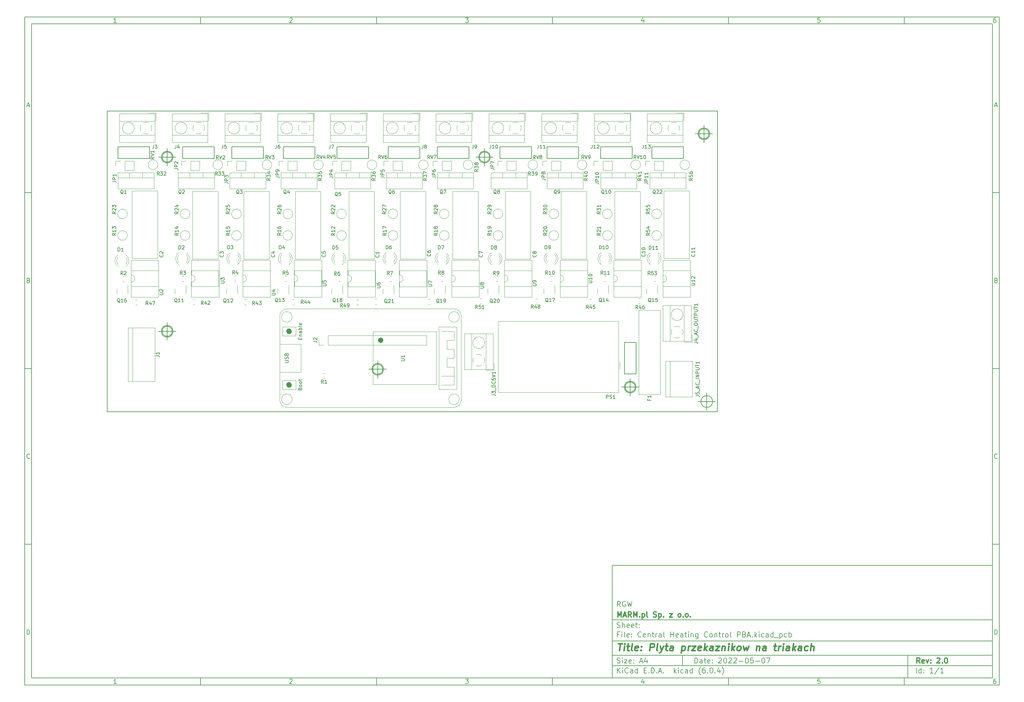
<source format=gbr>
%TF.GenerationSoftware,KiCad,Pcbnew,(6.0.4)*%
%TF.CreationDate,2022-05-07T15:09:03+02:00*%
%TF.ProjectId,Central Heating Control PBA,43656e74-7261-46c2-9048-656174696e67,2.0*%
%TF.SameCoordinates,Original*%
%TF.FileFunction,Legend,Top*%
%TF.FilePolarity,Positive*%
%FSLAX46Y46*%
G04 Gerber Fmt 4.6, Leading zero omitted, Abs format (unit mm)*
G04 Created by KiCad (PCBNEW (6.0.4)) date 2022-05-07 15:09:03*
%MOMM*%
%LPD*%
G01*
G04 APERTURE LIST*
%ADD10C,0.100000*%
%ADD11C,0.150000*%
%ADD12C,0.300000*%
%ADD13C,0.400000*%
%TA.AperFunction,Profile*%
%ADD14C,0.150000*%
%TD*%
%ADD15C,0.120000*%
%ADD16C,1.000000*%
%ADD17C,0.800000*%
G04 APERTURE END LIST*
D10*
D11*
X177002200Y-166007200D02*
X177002200Y-198007200D01*
X285002200Y-198007200D01*
X285002200Y-166007200D01*
X177002200Y-166007200D01*
D10*
D11*
X10000000Y-10000000D02*
X10000000Y-200007200D01*
X287002200Y-200007200D01*
X287002200Y-10000000D01*
X10000000Y-10000000D01*
D10*
D11*
X12000000Y-12000000D02*
X12000000Y-198007200D01*
X285002200Y-198007200D01*
X285002200Y-12000000D01*
X12000000Y-12000000D01*
D10*
D11*
X60000000Y-12000000D02*
X60000000Y-10000000D01*
D10*
D11*
X110000000Y-12000000D02*
X110000000Y-10000000D01*
D10*
D11*
X160000000Y-12000000D02*
X160000000Y-10000000D01*
D10*
D11*
X210000000Y-12000000D02*
X210000000Y-10000000D01*
D10*
D11*
X260000000Y-12000000D02*
X260000000Y-10000000D01*
D10*
D11*
X36065476Y-11588095D02*
X35322619Y-11588095D01*
X35694047Y-11588095D02*
X35694047Y-10288095D01*
X35570238Y-10473809D01*
X35446428Y-10597619D01*
X35322619Y-10659523D01*
D10*
D11*
X85322619Y-10411904D02*
X85384523Y-10350000D01*
X85508333Y-10288095D01*
X85817857Y-10288095D01*
X85941666Y-10350000D01*
X86003571Y-10411904D01*
X86065476Y-10535714D01*
X86065476Y-10659523D01*
X86003571Y-10845238D01*
X85260714Y-11588095D01*
X86065476Y-11588095D01*
D10*
D11*
X135260714Y-10288095D02*
X136065476Y-10288095D01*
X135632142Y-10783333D01*
X135817857Y-10783333D01*
X135941666Y-10845238D01*
X136003571Y-10907142D01*
X136065476Y-11030952D01*
X136065476Y-11340476D01*
X136003571Y-11464285D01*
X135941666Y-11526190D01*
X135817857Y-11588095D01*
X135446428Y-11588095D01*
X135322619Y-11526190D01*
X135260714Y-11464285D01*
D10*
D11*
X185941666Y-10721428D02*
X185941666Y-11588095D01*
X185632142Y-10226190D02*
X185322619Y-11154761D01*
X186127380Y-11154761D01*
D10*
D11*
X236003571Y-10288095D02*
X235384523Y-10288095D01*
X235322619Y-10907142D01*
X235384523Y-10845238D01*
X235508333Y-10783333D01*
X235817857Y-10783333D01*
X235941666Y-10845238D01*
X236003571Y-10907142D01*
X236065476Y-11030952D01*
X236065476Y-11340476D01*
X236003571Y-11464285D01*
X235941666Y-11526190D01*
X235817857Y-11588095D01*
X235508333Y-11588095D01*
X235384523Y-11526190D01*
X235322619Y-11464285D01*
D10*
D11*
X285941666Y-10288095D02*
X285694047Y-10288095D01*
X285570238Y-10350000D01*
X285508333Y-10411904D01*
X285384523Y-10597619D01*
X285322619Y-10845238D01*
X285322619Y-11340476D01*
X285384523Y-11464285D01*
X285446428Y-11526190D01*
X285570238Y-11588095D01*
X285817857Y-11588095D01*
X285941666Y-11526190D01*
X286003571Y-11464285D01*
X286065476Y-11340476D01*
X286065476Y-11030952D01*
X286003571Y-10907142D01*
X285941666Y-10845238D01*
X285817857Y-10783333D01*
X285570238Y-10783333D01*
X285446428Y-10845238D01*
X285384523Y-10907142D01*
X285322619Y-11030952D01*
D10*
D11*
X60000000Y-198007200D02*
X60000000Y-200007200D01*
D10*
D11*
X110000000Y-198007200D02*
X110000000Y-200007200D01*
D10*
D11*
X160000000Y-198007200D02*
X160000000Y-200007200D01*
D10*
D11*
X210000000Y-198007200D02*
X210000000Y-200007200D01*
D10*
D11*
X260000000Y-198007200D02*
X260000000Y-200007200D01*
D10*
D11*
X36065476Y-199595295D02*
X35322619Y-199595295D01*
X35694047Y-199595295D02*
X35694047Y-198295295D01*
X35570238Y-198481009D01*
X35446428Y-198604819D01*
X35322619Y-198666723D01*
D10*
D11*
X85322619Y-198419104D02*
X85384523Y-198357200D01*
X85508333Y-198295295D01*
X85817857Y-198295295D01*
X85941666Y-198357200D01*
X86003571Y-198419104D01*
X86065476Y-198542914D01*
X86065476Y-198666723D01*
X86003571Y-198852438D01*
X85260714Y-199595295D01*
X86065476Y-199595295D01*
D10*
D11*
X135260714Y-198295295D02*
X136065476Y-198295295D01*
X135632142Y-198790533D01*
X135817857Y-198790533D01*
X135941666Y-198852438D01*
X136003571Y-198914342D01*
X136065476Y-199038152D01*
X136065476Y-199347676D01*
X136003571Y-199471485D01*
X135941666Y-199533390D01*
X135817857Y-199595295D01*
X135446428Y-199595295D01*
X135322619Y-199533390D01*
X135260714Y-199471485D01*
D10*
D11*
X185941666Y-198728628D02*
X185941666Y-199595295D01*
X185632142Y-198233390D02*
X185322619Y-199161961D01*
X186127380Y-199161961D01*
D10*
D11*
X236003571Y-198295295D02*
X235384523Y-198295295D01*
X235322619Y-198914342D01*
X235384523Y-198852438D01*
X235508333Y-198790533D01*
X235817857Y-198790533D01*
X235941666Y-198852438D01*
X236003571Y-198914342D01*
X236065476Y-199038152D01*
X236065476Y-199347676D01*
X236003571Y-199471485D01*
X235941666Y-199533390D01*
X235817857Y-199595295D01*
X235508333Y-199595295D01*
X235384523Y-199533390D01*
X235322619Y-199471485D01*
D10*
D11*
X285941666Y-198295295D02*
X285694047Y-198295295D01*
X285570238Y-198357200D01*
X285508333Y-198419104D01*
X285384523Y-198604819D01*
X285322619Y-198852438D01*
X285322619Y-199347676D01*
X285384523Y-199471485D01*
X285446428Y-199533390D01*
X285570238Y-199595295D01*
X285817857Y-199595295D01*
X285941666Y-199533390D01*
X286003571Y-199471485D01*
X286065476Y-199347676D01*
X286065476Y-199038152D01*
X286003571Y-198914342D01*
X285941666Y-198852438D01*
X285817857Y-198790533D01*
X285570238Y-198790533D01*
X285446428Y-198852438D01*
X285384523Y-198914342D01*
X285322619Y-199038152D01*
D10*
D11*
X10000000Y-60000000D02*
X12000000Y-60000000D01*
D10*
D11*
X10000000Y-110000000D02*
X12000000Y-110000000D01*
D10*
D11*
X10000000Y-160000000D02*
X12000000Y-160000000D01*
D10*
D11*
X10690476Y-35216666D02*
X11309523Y-35216666D01*
X10566666Y-35588095D02*
X11000000Y-34288095D01*
X11433333Y-35588095D01*
D10*
D11*
X11092857Y-84907142D02*
X11278571Y-84969047D01*
X11340476Y-85030952D01*
X11402380Y-85154761D01*
X11402380Y-85340476D01*
X11340476Y-85464285D01*
X11278571Y-85526190D01*
X11154761Y-85588095D01*
X10659523Y-85588095D01*
X10659523Y-84288095D01*
X11092857Y-84288095D01*
X11216666Y-84350000D01*
X11278571Y-84411904D01*
X11340476Y-84535714D01*
X11340476Y-84659523D01*
X11278571Y-84783333D01*
X11216666Y-84845238D01*
X11092857Y-84907142D01*
X10659523Y-84907142D01*
D10*
D11*
X11402380Y-135464285D02*
X11340476Y-135526190D01*
X11154761Y-135588095D01*
X11030952Y-135588095D01*
X10845238Y-135526190D01*
X10721428Y-135402380D01*
X10659523Y-135278571D01*
X10597619Y-135030952D01*
X10597619Y-134845238D01*
X10659523Y-134597619D01*
X10721428Y-134473809D01*
X10845238Y-134350000D01*
X11030952Y-134288095D01*
X11154761Y-134288095D01*
X11340476Y-134350000D01*
X11402380Y-134411904D01*
D10*
D11*
X10659523Y-185588095D02*
X10659523Y-184288095D01*
X10969047Y-184288095D01*
X11154761Y-184350000D01*
X11278571Y-184473809D01*
X11340476Y-184597619D01*
X11402380Y-184845238D01*
X11402380Y-185030952D01*
X11340476Y-185278571D01*
X11278571Y-185402380D01*
X11154761Y-185526190D01*
X10969047Y-185588095D01*
X10659523Y-185588095D01*
D10*
D11*
X287002200Y-60000000D02*
X285002200Y-60000000D01*
D10*
D11*
X287002200Y-110000000D02*
X285002200Y-110000000D01*
D10*
D11*
X287002200Y-160000000D02*
X285002200Y-160000000D01*
D10*
D11*
X285692676Y-35216666D02*
X286311723Y-35216666D01*
X285568866Y-35588095D02*
X286002200Y-34288095D01*
X286435533Y-35588095D01*
D10*
D11*
X286095057Y-84907142D02*
X286280771Y-84969047D01*
X286342676Y-85030952D01*
X286404580Y-85154761D01*
X286404580Y-85340476D01*
X286342676Y-85464285D01*
X286280771Y-85526190D01*
X286156961Y-85588095D01*
X285661723Y-85588095D01*
X285661723Y-84288095D01*
X286095057Y-84288095D01*
X286218866Y-84350000D01*
X286280771Y-84411904D01*
X286342676Y-84535714D01*
X286342676Y-84659523D01*
X286280771Y-84783333D01*
X286218866Y-84845238D01*
X286095057Y-84907142D01*
X285661723Y-84907142D01*
D10*
D11*
X286404580Y-135464285D02*
X286342676Y-135526190D01*
X286156961Y-135588095D01*
X286033152Y-135588095D01*
X285847438Y-135526190D01*
X285723628Y-135402380D01*
X285661723Y-135278571D01*
X285599819Y-135030952D01*
X285599819Y-134845238D01*
X285661723Y-134597619D01*
X285723628Y-134473809D01*
X285847438Y-134350000D01*
X286033152Y-134288095D01*
X286156961Y-134288095D01*
X286342676Y-134350000D01*
X286404580Y-134411904D01*
D10*
D11*
X285661723Y-185588095D02*
X285661723Y-184288095D01*
X285971247Y-184288095D01*
X286156961Y-184350000D01*
X286280771Y-184473809D01*
X286342676Y-184597619D01*
X286404580Y-184845238D01*
X286404580Y-185030952D01*
X286342676Y-185278571D01*
X286280771Y-185402380D01*
X286156961Y-185526190D01*
X285971247Y-185588095D01*
X285661723Y-185588095D01*
D10*
D11*
X200434342Y-193785771D02*
X200434342Y-192285771D01*
X200791485Y-192285771D01*
X201005771Y-192357200D01*
X201148628Y-192500057D01*
X201220057Y-192642914D01*
X201291485Y-192928628D01*
X201291485Y-193142914D01*
X201220057Y-193428628D01*
X201148628Y-193571485D01*
X201005771Y-193714342D01*
X200791485Y-193785771D01*
X200434342Y-193785771D01*
X202577200Y-193785771D02*
X202577200Y-193000057D01*
X202505771Y-192857200D01*
X202362914Y-192785771D01*
X202077200Y-192785771D01*
X201934342Y-192857200D01*
X202577200Y-193714342D02*
X202434342Y-193785771D01*
X202077200Y-193785771D01*
X201934342Y-193714342D01*
X201862914Y-193571485D01*
X201862914Y-193428628D01*
X201934342Y-193285771D01*
X202077200Y-193214342D01*
X202434342Y-193214342D01*
X202577200Y-193142914D01*
X203077200Y-192785771D02*
X203648628Y-192785771D01*
X203291485Y-192285771D02*
X203291485Y-193571485D01*
X203362914Y-193714342D01*
X203505771Y-193785771D01*
X203648628Y-193785771D01*
X204720057Y-193714342D02*
X204577200Y-193785771D01*
X204291485Y-193785771D01*
X204148628Y-193714342D01*
X204077200Y-193571485D01*
X204077200Y-193000057D01*
X204148628Y-192857200D01*
X204291485Y-192785771D01*
X204577200Y-192785771D01*
X204720057Y-192857200D01*
X204791485Y-193000057D01*
X204791485Y-193142914D01*
X204077200Y-193285771D01*
X205434342Y-193642914D02*
X205505771Y-193714342D01*
X205434342Y-193785771D01*
X205362914Y-193714342D01*
X205434342Y-193642914D01*
X205434342Y-193785771D01*
X205434342Y-192857200D02*
X205505771Y-192928628D01*
X205434342Y-193000057D01*
X205362914Y-192928628D01*
X205434342Y-192857200D01*
X205434342Y-193000057D01*
X207220057Y-192428628D02*
X207291485Y-192357200D01*
X207434342Y-192285771D01*
X207791485Y-192285771D01*
X207934342Y-192357200D01*
X208005771Y-192428628D01*
X208077200Y-192571485D01*
X208077200Y-192714342D01*
X208005771Y-192928628D01*
X207148628Y-193785771D01*
X208077200Y-193785771D01*
X209005771Y-192285771D02*
X209148628Y-192285771D01*
X209291485Y-192357200D01*
X209362914Y-192428628D01*
X209434342Y-192571485D01*
X209505771Y-192857200D01*
X209505771Y-193214342D01*
X209434342Y-193500057D01*
X209362914Y-193642914D01*
X209291485Y-193714342D01*
X209148628Y-193785771D01*
X209005771Y-193785771D01*
X208862914Y-193714342D01*
X208791485Y-193642914D01*
X208720057Y-193500057D01*
X208648628Y-193214342D01*
X208648628Y-192857200D01*
X208720057Y-192571485D01*
X208791485Y-192428628D01*
X208862914Y-192357200D01*
X209005771Y-192285771D01*
X210077200Y-192428628D02*
X210148628Y-192357200D01*
X210291485Y-192285771D01*
X210648628Y-192285771D01*
X210791485Y-192357200D01*
X210862914Y-192428628D01*
X210934342Y-192571485D01*
X210934342Y-192714342D01*
X210862914Y-192928628D01*
X210005771Y-193785771D01*
X210934342Y-193785771D01*
X211505771Y-192428628D02*
X211577200Y-192357200D01*
X211720057Y-192285771D01*
X212077200Y-192285771D01*
X212220057Y-192357200D01*
X212291485Y-192428628D01*
X212362914Y-192571485D01*
X212362914Y-192714342D01*
X212291485Y-192928628D01*
X211434342Y-193785771D01*
X212362914Y-193785771D01*
X213005771Y-193214342D02*
X214148628Y-193214342D01*
X215148628Y-192285771D02*
X215291485Y-192285771D01*
X215434342Y-192357200D01*
X215505771Y-192428628D01*
X215577200Y-192571485D01*
X215648628Y-192857200D01*
X215648628Y-193214342D01*
X215577200Y-193500057D01*
X215505771Y-193642914D01*
X215434342Y-193714342D01*
X215291485Y-193785771D01*
X215148628Y-193785771D01*
X215005771Y-193714342D01*
X214934342Y-193642914D01*
X214862914Y-193500057D01*
X214791485Y-193214342D01*
X214791485Y-192857200D01*
X214862914Y-192571485D01*
X214934342Y-192428628D01*
X215005771Y-192357200D01*
X215148628Y-192285771D01*
X217005771Y-192285771D02*
X216291485Y-192285771D01*
X216220057Y-193000057D01*
X216291485Y-192928628D01*
X216434342Y-192857200D01*
X216791485Y-192857200D01*
X216934342Y-192928628D01*
X217005771Y-193000057D01*
X217077200Y-193142914D01*
X217077200Y-193500057D01*
X217005771Y-193642914D01*
X216934342Y-193714342D01*
X216791485Y-193785771D01*
X216434342Y-193785771D01*
X216291485Y-193714342D01*
X216220057Y-193642914D01*
X217720057Y-193214342D02*
X218862914Y-193214342D01*
X219862914Y-192285771D02*
X220005771Y-192285771D01*
X220148628Y-192357200D01*
X220220057Y-192428628D01*
X220291485Y-192571485D01*
X220362914Y-192857200D01*
X220362914Y-193214342D01*
X220291485Y-193500057D01*
X220220057Y-193642914D01*
X220148628Y-193714342D01*
X220005771Y-193785771D01*
X219862914Y-193785771D01*
X219720057Y-193714342D01*
X219648628Y-193642914D01*
X219577200Y-193500057D01*
X219505771Y-193214342D01*
X219505771Y-192857200D01*
X219577200Y-192571485D01*
X219648628Y-192428628D01*
X219720057Y-192357200D01*
X219862914Y-192285771D01*
X220862914Y-192285771D02*
X221862914Y-192285771D01*
X221220057Y-193785771D01*
D10*
D11*
X177002200Y-194507200D02*
X285002200Y-194507200D01*
D10*
D11*
X178434342Y-196585771D02*
X178434342Y-195085771D01*
X179291485Y-196585771D02*
X178648628Y-195728628D01*
X179291485Y-195085771D02*
X178434342Y-195942914D01*
X179934342Y-196585771D02*
X179934342Y-195585771D01*
X179934342Y-195085771D02*
X179862914Y-195157200D01*
X179934342Y-195228628D01*
X180005771Y-195157200D01*
X179934342Y-195085771D01*
X179934342Y-195228628D01*
X181505771Y-196442914D02*
X181434342Y-196514342D01*
X181220057Y-196585771D01*
X181077200Y-196585771D01*
X180862914Y-196514342D01*
X180720057Y-196371485D01*
X180648628Y-196228628D01*
X180577200Y-195942914D01*
X180577200Y-195728628D01*
X180648628Y-195442914D01*
X180720057Y-195300057D01*
X180862914Y-195157200D01*
X181077200Y-195085771D01*
X181220057Y-195085771D01*
X181434342Y-195157200D01*
X181505771Y-195228628D01*
X182791485Y-196585771D02*
X182791485Y-195800057D01*
X182720057Y-195657200D01*
X182577200Y-195585771D01*
X182291485Y-195585771D01*
X182148628Y-195657200D01*
X182791485Y-196514342D02*
X182648628Y-196585771D01*
X182291485Y-196585771D01*
X182148628Y-196514342D01*
X182077200Y-196371485D01*
X182077200Y-196228628D01*
X182148628Y-196085771D01*
X182291485Y-196014342D01*
X182648628Y-196014342D01*
X182791485Y-195942914D01*
X184148628Y-196585771D02*
X184148628Y-195085771D01*
X184148628Y-196514342D02*
X184005771Y-196585771D01*
X183720057Y-196585771D01*
X183577200Y-196514342D01*
X183505771Y-196442914D01*
X183434342Y-196300057D01*
X183434342Y-195871485D01*
X183505771Y-195728628D01*
X183577200Y-195657200D01*
X183720057Y-195585771D01*
X184005771Y-195585771D01*
X184148628Y-195657200D01*
X186005771Y-195800057D02*
X186505771Y-195800057D01*
X186720057Y-196585771D02*
X186005771Y-196585771D01*
X186005771Y-195085771D01*
X186720057Y-195085771D01*
X187362914Y-196442914D02*
X187434342Y-196514342D01*
X187362914Y-196585771D01*
X187291485Y-196514342D01*
X187362914Y-196442914D01*
X187362914Y-196585771D01*
X188077200Y-196585771D02*
X188077200Y-195085771D01*
X188434342Y-195085771D01*
X188648628Y-195157200D01*
X188791485Y-195300057D01*
X188862914Y-195442914D01*
X188934342Y-195728628D01*
X188934342Y-195942914D01*
X188862914Y-196228628D01*
X188791485Y-196371485D01*
X188648628Y-196514342D01*
X188434342Y-196585771D01*
X188077200Y-196585771D01*
X189577200Y-196442914D02*
X189648628Y-196514342D01*
X189577200Y-196585771D01*
X189505771Y-196514342D01*
X189577200Y-196442914D01*
X189577200Y-196585771D01*
X190220057Y-196157200D02*
X190934342Y-196157200D01*
X190077200Y-196585771D02*
X190577200Y-195085771D01*
X191077200Y-196585771D01*
X191577200Y-196442914D02*
X191648628Y-196514342D01*
X191577200Y-196585771D01*
X191505771Y-196514342D01*
X191577200Y-196442914D01*
X191577200Y-196585771D01*
X194577200Y-196585771D02*
X194577200Y-195085771D01*
X194720057Y-196014342D02*
X195148628Y-196585771D01*
X195148628Y-195585771D02*
X194577200Y-196157200D01*
X195791485Y-196585771D02*
X195791485Y-195585771D01*
X195791485Y-195085771D02*
X195720057Y-195157200D01*
X195791485Y-195228628D01*
X195862914Y-195157200D01*
X195791485Y-195085771D01*
X195791485Y-195228628D01*
X197148628Y-196514342D02*
X197005771Y-196585771D01*
X196720057Y-196585771D01*
X196577200Y-196514342D01*
X196505771Y-196442914D01*
X196434342Y-196300057D01*
X196434342Y-195871485D01*
X196505771Y-195728628D01*
X196577200Y-195657200D01*
X196720057Y-195585771D01*
X197005771Y-195585771D01*
X197148628Y-195657200D01*
X198434342Y-196585771D02*
X198434342Y-195800057D01*
X198362914Y-195657200D01*
X198220057Y-195585771D01*
X197934342Y-195585771D01*
X197791485Y-195657200D01*
X198434342Y-196514342D02*
X198291485Y-196585771D01*
X197934342Y-196585771D01*
X197791485Y-196514342D01*
X197720057Y-196371485D01*
X197720057Y-196228628D01*
X197791485Y-196085771D01*
X197934342Y-196014342D01*
X198291485Y-196014342D01*
X198434342Y-195942914D01*
X199791485Y-196585771D02*
X199791485Y-195085771D01*
X199791485Y-196514342D02*
X199648628Y-196585771D01*
X199362914Y-196585771D01*
X199220057Y-196514342D01*
X199148628Y-196442914D01*
X199077200Y-196300057D01*
X199077200Y-195871485D01*
X199148628Y-195728628D01*
X199220057Y-195657200D01*
X199362914Y-195585771D01*
X199648628Y-195585771D01*
X199791485Y-195657200D01*
X202077200Y-197157200D02*
X202005771Y-197085771D01*
X201862914Y-196871485D01*
X201791485Y-196728628D01*
X201720057Y-196514342D01*
X201648628Y-196157200D01*
X201648628Y-195871485D01*
X201720057Y-195514342D01*
X201791485Y-195300057D01*
X201862914Y-195157200D01*
X202005771Y-194942914D01*
X202077200Y-194871485D01*
X203291485Y-195085771D02*
X203005771Y-195085771D01*
X202862914Y-195157200D01*
X202791485Y-195228628D01*
X202648628Y-195442914D01*
X202577200Y-195728628D01*
X202577200Y-196300057D01*
X202648628Y-196442914D01*
X202720057Y-196514342D01*
X202862914Y-196585771D01*
X203148628Y-196585771D01*
X203291485Y-196514342D01*
X203362914Y-196442914D01*
X203434342Y-196300057D01*
X203434342Y-195942914D01*
X203362914Y-195800057D01*
X203291485Y-195728628D01*
X203148628Y-195657200D01*
X202862914Y-195657200D01*
X202720057Y-195728628D01*
X202648628Y-195800057D01*
X202577200Y-195942914D01*
X204077200Y-196442914D02*
X204148628Y-196514342D01*
X204077200Y-196585771D01*
X204005771Y-196514342D01*
X204077200Y-196442914D01*
X204077200Y-196585771D01*
X205077200Y-195085771D02*
X205220057Y-195085771D01*
X205362914Y-195157200D01*
X205434342Y-195228628D01*
X205505771Y-195371485D01*
X205577200Y-195657200D01*
X205577200Y-196014342D01*
X205505771Y-196300057D01*
X205434342Y-196442914D01*
X205362914Y-196514342D01*
X205220057Y-196585771D01*
X205077200Y-196585771D01*
X204934342Y-196514342D01*
X204862914Y-196442914D01*
X204791485Y-196300057D01*
X204720057Y-196014342D01*
X204720057Y-195657200D01*
X204791485Y-195371485D01*
X204862914Y-195228628D01*
X204934342Y-195157200D01*
X205077200Y-195085771D01*
X206220057Y-196442914D02*
X206291485Y-196514342D01*
X206220057Y-196585771D01*
X206148628Y-196514342D01*
X206220057Y-196442914D01*
X206220057Y-196585771D01*
X207577200Y-195585771D02*
X207577200Y-196585771D01*
X207220057Y-195014342D02*
X206862914Y-196085771D01*
X207791485Y-196085771D01*
X208220057Y-197157200D02*
X208291485Y-197085771D01*
X208434342Y-196871485D01*
X208505771Y-196728628D01*
X208577200Y-196514342D01*
X208648628Y-196157200D01*
X208648628Y-195871485D01*
X208577200Y-195514342D01*
X208505771Y-195300057D01*
X208434342Y-195157200D01*
X208291485Y-194942914D01*
X208220057Y-194871485D01*
D10*
D11*
X177002200Y-191507200D02*
X285002200Y-191507200D01*
D10*
D12*
X264411485Y-193785771D02*
X263911485Y-193071485D01*
X263554342Y-193785771D02*
X263554342Y-192285771D01*
X264125771Y-192285771D01*
X264268628Y-192357200D01*
X264340057Y-192428628D01*
X264411485Y-192571485D01*
X264411485Y-192785771D01*
X264340057Y-192928628D01*
X264268628Y-193000057D01*
X264125771Y-193071485D01*
X263554342Y-193071485D01*
X265625771Y-193714342D02*
X265482914Y-193785771D01*
X265197200Y-193785771D01*
X265054342Y-193714342D01*
X264982914Y-193571485D01*
X264982914Y-193000057D01*
X265054342Y-192857200D01*
X265197200Y-192785771D01*
X265482914Y-192785771D01*
X265625771Y-192857200D01*
X265697200Y-193000057D01*
X265697200Y-193142914D01*
X264982914Y-193285771D01*
X266197200Y-192785771D02*
X266554342Y-193785771D01*
X266911485Y-192785771D01*
X267482914Y-193642914D02*
X267554342Y-193714342D01*
X267482914Y-193785771D01*
X267411485Y-193714342D01*
X267482914Y-193642914D01*
X267482914Y-193785771D01*
X267482914Y-192857200D02*
X267554342Y-192928628D01*
X267482914Y-193000057D01*
X267411485Y-192928628D01*
X267482914Y-192857200D01*
X267482914Y-193000057D01*
X269268628Y-192428628D02*
X269340057Y-192357200D01*
X269482914Y-192285771D01*
X269840057Y-192285771D01*
X269982914Y-192357200D01*
X270054342Y-192428628D01*
X270125771Y-192571485D01*
X270125771Y-192714342D01*
X270054342Y-192928628D01*
X269197200Y-193785771D01*
X270125771Y-193785771D01*
X270768628Y-193642914D02*
X270840057Y-193714342D01*
X270768628Y-193785771D01*
X270697200Y-193714342D01*
X270768628Y-193642914D01*
X270768628Y-193785771D01*
X271768628Y-192285771D02*
X271911485Y-192285771D01*
X272054342Y-192357200D01*
X272125771Y-192428628D01*
X272197200Y-192571485D01*
X272268628Y-192857200D01*
X272268628Y-193214342D01*
X272197200Y-193500057D01*
X272125771Y-193642914D01*
X272054342Y-193714342D01*
X271911485Y-193785771D01*
X271768628Y-193785771D01*
X271625771Y-193714342D01*
X271554342Y-193642914D01*
X271482914Y-193500057D01*
X271411485Y-193214342D01*
X271411485Y-192857200D01*
X271482914Y-192571485D01*
X271554342Y-192428628D01*
X271625771Y-192357200D01*
X271768628Y-192285771D01*
D10*
D11*
X178362914Y-193714342D02*
X178577200Y-193785771D01*
X178934342Y-193785771D01*
X179077200Y-193714342D01*
X179148628Y-193642914D01*
X179220057Y-193500057D01*
X179220057Y-193357200D01*
X179148628Y-193214342D01*
X179077200Y-193142914D01*
X178934342Y-193071485D01*
X178648628Y-193000057D01*
X178505771Y-192928628D01*
X178434342Y-192857200D01*
X178362914Y-192714342D01*
X178362914Y-192571485D01*
X178434342Y-192428628D01*
X178505771Y-192357200D01*
X178648628Y-192285771D01*
X179005771Y-192285771D01*
X179220057Y-192357200D01*
X179862914Y-193785771D02*
X179862914Y-192785771D01*
X179862914Y-192285771D02*
X179791485Y-192357200D01*
X179862914Y-192428628D01*
X179934342Y-192357200D01*
X179862914Y-192285771D01*
X179862914Y-192428628D01*
X180434342Y-192785771D02*
X181220057Y-192785771D01*
X180434342Y-193785771D01*
X181220057Y-193785771D01*
X182362914Y-193714342D02*
X182220057Y-193785771D01*
X181934342Y-193785771D01*
X181791485Y-193714342D01*
X181720057Y-193571485D01*
X181720057Y-193000057D01*
X181791485Y-192857200D01*
X181934342Y-192785771D01*
X182220057Y-192785771D01*
X182362914Y-192857200D01*
X182434342Y-193000057D01*
X182434342Y-193142914D01*
X181720057Y-193285771D01*
X183077200Y-193642914D02*
X183148628Y-193714342D01*
X183077200Y-193785771D01*
X183005771Y-193714342D01*
X183077200Y-193642914D01*
X183077200Y-193785771D01*
X183077200Y-192857200D02*
X183148628Y-192928628D01*
X183077200Y-193000057D01*
X183005771Y-192928628D01*
X183077200Y-192857200D01*
X183077200Y-193000057D01*
X184862914Y-193357200D02*
X185577200Y-193357200D01*
X184720057Y-193785771D02*
X185220057Y-192285771D01*
X185720057Y-193785771D01*
X186862914Y-192785771D02*
X186862914Y-193785771D01*
X186505771Y-192214342D02*
X186148628Y-193285771D01*
X187077200Y-193285771D01*
D10*
D11*
X263434342Y-196585771D02*
X263434342Y-195085771D01*
X264791485Y-196585771D02*
X264791485Y-195085771D01*
X264791485Y-196514342D02*
X264648628Y-196585771D01*
X264362914Y-196585771D01*
X264220057Y-196514342D01*
X264148628Y-196442914D01*
X264077200Y-196300057D01*
X264077200Y-195871485D01*
X264148628Y-195728628D01*
X264220057Y-195657200D01*
X264362914Y-195585771D01*
X264648628Y-195585771D01*
X264791485Y-195657200D01*
X265505771Y-196442914D02*
X265577200Y-196514342D01*
X265505771Y-196585771D01*
X265434342Y-196514342D01*
X265505771Y-196442914D01*
X265505771Y-196585771D01*
X265505771Y-195657200D02*
X265577200Y-195728628D01*
X265505771Y-195800057D01*
X265434342Y-195728628D01*
X265505771Y-195657200D01*
X265505771Y-195800057D01*
X268148628Y-196585771D02*
X267291485Y-196585771D01*
X267720057Y-196585771D02*
X267720057Y-195085771D01*
X267577200Y-195300057D01*
X267434342Y-195442914D01*
X267291485Y-195514342D01*
X269862914Y-195014342D02*
X268577200Y-196942914D01*
X271148628Y-196585771D02*
X270291485Y-196585771D01*
X270720057Y-196585771D02*
X270720057Y-195085771D01*
X270577200Y-195300057D01*
X270434342Y-195442914D01*
X270291485Y-195514342D01*
D10*
D11*
X177002200Y-187507200D02*
X285002200Y-187507200D01*
D10*
D13*
X178714580Y-188211961D02*
X179857438Y-188211961D01*
X179036009Y-190211961D02*
X179286009Y-188211961D01*
X180274104Y-190211961D02*
X180440771Y-188878628D01*
X180524104Y-188211961D02*
X180416961Y-188307200D01*
X180500295Y-188402438D01*
X180607438Y-188307200D01*
X180524104Y-188211961D01*
X180500295Y-188402438D01*
X181107438Y-188878628D02*
X181869342Y-188878628D01*
X181476485Y-188211961D02*
X181262200Y-189926247D01*
X181333628Y-190116723D01*
X181512200Y-190211961D01*
X181702676Y-190211961D01*
X182655057Y-190211961D02*
X182476485Y-190116723D01*
X182405057Y-189926247D01*
X182619342Y-188211961D01*
X184190771Y-190116723D02*
X183988390Y-190211961D01*
X183607438Y-190211961D01*
X183428866Y-190116723D01*
X183357438Y-189926247D01*
X183452676Y-189164342D01*
X183571723Y-188973866D01*
X183774104Y-188878628D01*
X184155057Y-188878628D01*
X184333628Y-188973866D01*
X184405057Y-189164342D01*
X184381247Y-189354819D01*
X183405057Y-189545295D01*
X185155057Y-190021485D02*
X185238390Y-190116723D01*
X185131247Y-190211961D01*
X185047914Y-190116723D01*
X185155057Y-190021485D01*
X185131247Y-190211961D01*
X185286009Y-188973866D02*
X185369342Y-189069104D01*
X185262200Y-189164342D01*
X185178866Y-189069104D01*
X185286009Y-188973866D01*
X185262200Y-189164342D01*
X187607438Y-190211961D02*
X187857438Y-188211961D01*
X188619342Y-188211961D01*
X188797914Y-188307200D01*
X188881247Y-188402438D01*
X188952676Y-188592914D01*
X188916961Y-188878628D01*
X188797914Y-189069104D01*
X188690771Y-189164342D01*
X188488390Y-189259580D01*
X187726485Y-189259580D01*
X189893152Y-190211961D02*
X189714580Y-190116723D01*
X189643152Y-189926247D01*
X189857438Y-188211961D01*
X190631247Y-188878628D02*
X190940771Y-190211961D01*
X191583628Y-188878628D02*
X190940771Y-190211961D01*
X190690771Y-190688152D01*
X190583628Y-190783390D01*
X190381247Y-190878628D01*
X192059819Y-188878628D02*
X192821723Y-188878628D01*
X192428866Y-188211961D02*
X192214580Y-189926247D01*
X192286009Y-190116723D01*
X192464580Y-190211961D01*
X192655057Y-190211961D01*
X194178866Y-190211961D02*
X194309819Y-189164342D01*
X194238390Y-188973866D01*
X194059819Y-188878628D01*
X193678866Y-188878628D01*
X193476485Y-188973866D01*
X194190771Y-190116723D02*
X193988390Y-190211961D01*
X193512200Y-190211961D01*
X193333628Y-190116723D01*
X193262200Y-189926247D01*
X193286009Y-189735771D01*
X193405057Y-189545295D01*
X193607438Y-189450057D01*
X194083628Y-189450057D01*
X194286009Y-189354819D01*
X196821723Y-188878628D02*
X196571723Y-190878628D01*
X196809819Y-188973866D02*
X197012200Y-188878628D01*
X197393152Y-188878628D01*
X197571723Y-188973866D01*
X197655057Y-189069104D01*
X197726485Y-189259580D01*
X197655057Y-189831009D01*
X197536009Y-190021485D01*
X197428866Y-190116723D01*
X197226485Y-190211961D01*
X196845533Y-190211961D01*
X196666961Y-190116723D01*
X198464580Y-190211961D02*
X198631247Y-188878628D01*
X198583628Y-189259580D02*
X198702676Y-189069104D01*
X198809819Y-188973866D01*
X199012200Y-188878628D01*
X199202676Y-188878628D01*
X199678866Y-188878628D02*
X200726485Y-188878628D01*
X199512200Y-190211961D01*
X200559819Y-190211961D01*
X202095533Y-190116723D02*
X201893152Y-190211961D01*
X201512200Y-190211961D01*
X201333628Y-190116723D01*
X201262200Y-189926247D01*
X201357438Y-189164342D01*
X201476485Y-188973866D01*
X201678866Y-188878628D01*
X202059819Y-188878628D01*
X202238390Y-188973866D01*
X202309819Y-189164342D01*
X202286009Y-189354819D01*
X201309819Y-189545295D01*
X203036009Y-190211961D02*
X203286009Y-188211961D01*
X203321723Y-189450057D02*
X203797914Y-190211961D01*
X203964580Y-188878628D02*
X203107438Y-189640533D01*
X205512200Y-190211961D02*
X205643152Y-189164342D01*
X205571723Y-188973866D01*
X205393152Y-188878628D01*
X205012200Y-188878628D01*
X204809819Y-188973866D01*
X205524104Y-190116723D02*
X205321723Y-190211961D01*
X204845533Y-190211961D01*
X204666961Y-190116723D01*
X204595533Y-189926247D01*
X204619342Y-189735771D01*
X204738390Y-189545295D01*
X204940771Y-189450057D01*
X205416961Y-189450057D01*
X205619342Y-189354819D01*
X206440771Y-188878628D02*
X207488390Y-188878628D01*
X206274104Y-190211961D01*
X207321723Y-190211961D01*
X208250295Y-188878628D02*
X208083628Y-190211961D01*
X208226485Y-189069104D02*
X208333628Y-188973866D01*
X208536009Y-188878628D01*
X208821723Y-188878628D01*
X209000295Y-188973866D01*
X209071723Y-189164342D01*
X208940771Y-190211961D01*
X209893152Y-190211961D02*
X210059819Y-188878628D01*
X210143152Y-188211961D02*
X210036009Y-188307200D01*
X210119342Y-188402438D01*
X210226485Y-188307200D01*
X210143152Y-188211961D01*
X210119342Y-188402438D01*
X210845533Y-190211961D02*
X211095533Y-188211961D01*
X211131247Y-189450057D02*
X211607438Y-190211961D01*
X211774104Y-188878628D02*
X210916961Y-189640533D01*
X212750295Y-190211961D02*
X212571723Y-190116723D01*
X212488390Y-190021485D01*
X212416961Y-189831009D01*
X212488390Y-189259580D01*
X212607438Y-189069104D01*
X212714580Y-188973866D01*
X212916961Y-188878628D01*
X213202676Y-188878628D01*
X213381247Y-188973866D01*
X213464580Y-189069104D01*
X213536009Y-189259580D01*
X213464580Y-189831009D01*
X213345533Y-190021485D01*
X213238390Y-190116723D01*
X213036009Y-190211961D01*
X212750295Y-190211961D01*
X214250295Y-188878628D02*
X214464580Y-190211961D01*
X214964580Y-189259580D01*
X215226485Y-190211961D01*
X215774104Y-188878628D01*
X218059819Y-188878628D02*
X217893152Y-190211961D01*
X218036009Y-189069104D02*
X218143152Y-188973866D01*
X218345533Y-188878628D01*
X218631247Y-188878628D01*
X218809819Y-188973866D01*
X218881247Y-189164342D01*
X218750295Y-190211961D01*
X220559819Y-190211961D02*
X220690771Y-189164342D01*
X220619342Y-188973866D01*
X220440771Y-188878628D01*
X220059819Y-188878628D01*
X219857438Y-188973866D01*
X220571723Y-190116723D02*
X220369342Y-190211961D01*
X219893152Y-190211961D01*
X219714580Y-190116723D01*
X219643152Y-189926247D01*
X219666961Y-189735771D01*
X219786009Y-189545295D01*
X219988390Y-189450057D01*
X220464580Y-189450057D01*
X220666961Y-189354819D01*
X222916961Y-188878628D02*
X223678866Y-188878628D01*
X223286009Y-188211961D02*
X223071723Y-189926247D01*
X223143152Y-190116723D01*
X223321723Y-190211961D01*
X223512200Y-190211961D01*
X224178866Y-190211961D02*
X224345533Y-188878628D01*
X224297914Y-189259580D02*
X224416961Y-189069104D01*
X224524104Y-188973866D01*
X224726485Y-188878628D01*
X224916961Y-188878628D01*
X225416961Y-190211961D02*
X225583628Y-188878628D01*
X225666961Y-188211961D02*
X225559819Y-188307200D01*
X225643152Y-188402438D01*
X225750295Y-188307200D01*
X225666961Y-188211961D01*
X225643152Y-188402438D01*
X227226485Y-190211961D02*
X227357438Y-189164342D01*
X227286009Y-188973866D01*
X227107438Y-188878628D01*
X226726485Y-188878628D01*
X226524104Y-188973866D01*
X227238390Y-190116723D02*
X227036009Y-190211961D01*
X226559819Y-190211961D01*
X226381247Y-190116723D01*
X226309819Y-189926247D01*
X226333628Y-189735771D01*
X226452676Y-189545295D01*
X226655057Y-189450057D01*
X227131247Y-189450057D01*
X227333628Y-189354819D01*
X228178866Y-190211961D02*
X228428866Y-188211961D01*
X228464580Y-189450057D02*
X228940771Y-190211961D01*
X229107438Y-188878628D02*
X228250295Y-189640533D01*
X230655057Y-190211961D02*
X230786009Y-189164342D01*
X230714580Y-188973866D01*
X230536009Y-188878628D01*
X230155057Y-188878628D01*
X229952676Y-188973866D01*
X230666961Y-190116723D02*
X230464580Y-190211961D01*
X229988390Y-190211961D01*
X229809819Y-190116723D01*
X229738390Y-189926247D01*
X229762200Y-189735771D01*
X229881247Y-189545295D01*
X230083628Y-189450057D01*
X230559819Y-189450057D01*
X230762200Y-189354819D01*
X232476485Y-190116723D02*
X232274104Y-190211961D01*
X231893152Y-190211961D01*
X231714580Y-190116723D01*
X231631247Y-190021485D01*
X231559819Y-189831009D01*
X231631247Y-189259580D01*
X231750295Y-189069104D01*
X231857438Y-188973866D01*
X232059819Y-188878628D01*
X232440771Y-188878628D01*
X232619342Y-188973866D01*
X233321723Y-190211961D02*
X233571723Y-188211961D01*
X234178866Y-190211961D02*
X234309819Y-189164342D01*
X234238390Y-188973866D01*
X234059819Y-188878628D01*
X233774104Y-188878628D01*
X233571723Y-188973866D01*
X233464580Y-189069104D01*
D10*
D11*
X178934342Y-185600057D02*
X178434342Y-185600057D01*
X178434342Y-186385771D02*
X178434342Y-184885771D01*
X179148628Y-184885771D01*
X179720057Y-186385771D02*
X179720057Y-185385771D01*
X179720057Y-184885771D02*
X179648628Y-184957200D01*
X179720057Y-185028628D01*
X179791485Y-184957200D01*
X179720057Y-184885771D01*
X179720057Y-185028628D01*
X180648628Y-186385771D02*
X180505771Y-186314342D01*
X180434342Y-186171485D01*
X180434342Y-184885771D01*
X181791485Y-186314342D02*
X181648628Y-186385771D01*
X181362914Y-186385771D01*
X181220057Y-186314342D01*
X181148628Y-186171485D01*
X181148628Y-185600057D01*
X181220057Y-185457200D01*
X181362914Y-185385771D01*
X181648628Y-185385771D01*
X181791485Y-185457200D01*
X181862914Y-185600057D01*
X181862914Y-185742914D01*
X181148628Y-185885771D01*
X182505771Y-186242914D02*
X182577200Y-186314342D01*
X182505771Y-186385771D01*
X182434342Y-186314342D01*
X182505771Y-186242914D01*
X182505771Y-186385771D01*
X182505771Y-185457200D02*
X182577200Y-185528628D01*
X182505771Y-185600057D01*
X182434342Y-185528628D01*
X182505771Y-185457200D01*
X182505771Y-185600057D01*
X185220057Y-186242914D02*
X185148628Y-186314342D01*
X184934342Y-186385771D01*
X184791485Y-186385771D01*
X184577200Y-186314342D01*
X184434342Y-186171485D01*
X184362914Y-186028628D01*
X184291485Y-185742914D01*
X184291485Y-185528628D01*
X184362914Y-185242914D01*
X184434342Y-185100057D01*
X184577200Y-184957200D01*
X184791485Y-184885771D01*
X184934342Y-184885771D01*
X185148628Y-184957200D01*
X185220057Y-185028628D01*
X186434342Y-186314342D02*
X186291485Y-186385771D01*
X186005771Y-186385771D01*
X185862914Y-186314342D01*
X185791485Y-186171485D01*
X185791485Y-185600057D01*
X185862914Y-185457200D01*
X186005771Y-185385771D01*
X186291485Y-185385771D01*
X186434342Y-185457200D01*
X186505771Y-185600057D01*
X186505771Y-185742914D01*
X185791485Y-185885771D01*
X187148628Y-185385771D02*
X187148628Y-186385771D01*
X187148628Y-185528628D02*
X187220057Y-185457200D01*
X187362914Y-185385771D01*
X187577200Y-185385771D01*
X187720057Y-185457200D01*
X187791485Y-185600057D01*
X187791485Y-186385771D01*
X188291485Y-185385771D02*
X188862914Y-185385771D01*
X188505771Y-184885771D02*
X188505771Y-186171485D01*
X188577200Y-186314342D01*
X188720057Y-186385771D01*
X188862914Y-186385771D01*
X189362914Y-186385771D02*
X189362914Y-185385771D01*
X189362914Y-185671485D02*
X189434342Y-185528628D01*
X189505771Y-185457200D01*
X189648628Y-185385771D01*
X189791485Y-185385771D01*
X190934342Y-186385771D02*
X190934342Y-185600057D01*
X190862914Y-185457200D01*
X190720057Y-185385771D01*
X190434342Y-185385771D01*
X190291485Y-185457200D01*
X190934342Y-186314342D02*
X190791485Y-186385771D01*
X190434342Y-186385771D01*
X190291485Y-186314342D01*
X190220057Y-186171485D01*
X190220057Y-186028628D01*
X190291485Y-185885771D01*
X190434342Y-185814342D01*
X190791485Y-185814342D01*
X190934342Y-185742914D01*
X191862914Y-186385771D02*
X191720057Y-186314342D01*
X191648628Y-186171485D01*
X191648628Y-184885771D01*
X193577200Y-186385771D02*
X193577200Y-184885771D01*
X193577200Y-185600057D02*
X194434342Y-185600057D01*
X194434342Y-186385771D02*
X194434342Y-184885771D01*
X195720057Y-186314342D02*
X195577200Y-186385771D01*
X195291485Y-186385771D01*
X195148628Y-186314342D01*
X195077200Y-186171485D01*
X195077200Y-185600057D01*
X195148628Y-185457200D01*
X195291485Y-185385771D01*
X195577200Y-185385771D01*
X195720057Y-185457200D01*
X195791485Y-185600057D01*
X195791485Y-185742914D01*
X195077200Y-185885771D01*
X197077200Y-186385771D02*
X197077200Y-185600057D01*
X197005771Y-185457200D01*
X196862914Y-185385771D01*
X196577200Y-185385771D01*
X196434342Y-185457200D01*
X197077200Y-186314342D02*
X196934342Y-186385771D01*
X196577200Y-186385771D01*
X196434342Y-186314342D01*
X196362914Y-186171485D01*
X196362914Y-186028628D01*
X196434342Y-185885771D01*
X196577200Y-185814342D01*
X196934342Y-185814342D01*
X197077200Y-185742914D01*
X197577200Y-185385771D02*
X198148628Y-185385771D01*
X197791485Y-184885771D02*
X197791485Y-186171485D01*
X197862914Y-186314342D01*
X198005771Y-186385771D01*
X198148628Y-186385771D01*
X198648628Y-186385771D02*
X198648628Y-185385771D01*
X198648628Y-184885771D02*
X198577200Y-184957200D01*
X198648628Y-185028628D01*
X198720057Y-184957200D01*
X198648628Y-184885771D01*
X198648628Y-185028628D01*
X199362914Y-185385771D02*
X199362914Y-186385771D01*
X199362914Y-185528628D02*
X199434342Y-185457200D01*
X199577200Y-185385771D01*
X199791485Y-185385771D01*
X199934342Y-185457200D01*
X200005771Y-185600057D01*
X200005771Y-186385771D01*
X201362914Y-185385771D02*
X201362914Y-186600057D01*
X201291485Y-186742914D01*
X201220057Y-186814342D01*
X201077200Y-186885771D01*
X200862914Y-186885771D01*
X200720057Y-186814342D01*
X201362914Y-186314342D02*
X201220057Y-186385771D01*
X200934342Y-186385771D01*
X200791485Y-186314342D01*
X200720057Y-186242914D01*
X200648628Y-186100057D01*
X200648628Y-185671485D01*
X200720057Y-185528628D01*
X200791485Y-185457200D01*
X200934342Y-185385771D01*
X201220057Y-185385771D01*
X201362914Y-185457200D01*
X204077200Y-186242914D02*
X204005771Y-186314342D01*
X203791485Y-186385771D01*
X203648628Y-186385771D01*
X203434342Y-186314342D01*
X203291485Y-186171485D01*
X203220057Y-186028628D01*
X203148628Y-185742914D01*
X203148628Y-185528628D01*
X203220057Y-185242914D01*
X203291485Y-185100057D01*
X203434342Y-184957200D01*
X203648628Y-184885771D01*
X203791485Y-184885771D01*
X204005771Y-184957200D01*
X204077200Y-185028628D01*
X204934342Y-186385771D02*
X204791485Y-186314342D01*
X204720057Y-186242914D01*
X204648628Y-186100057D01*
X204648628Y-185671485D01*
X204720057Y-185528628D01*
X204791485Y-185457200D01*
X204934342Y-185385771D01*
X205148628Y-185385771D01*
X205291485Y-185457200D01*
X205362914Y-185528628D01*
X205434342Y-185671485D01*
X205434342Y-186100057D01*
X205362914Y-186242914D01*
X205291485Y-186314342D01*
X205148628Y-186385771D01*
X204934342Y-186385771D01*
X206077200Y-185385771D02*
X206077200Y-186385771D01*
X206077200Y-185528628D02*
X206148628Y-185457200D01*
X206291485Y-185385771D01*
X206505771Y-185385771D01*
X206648628Y-185457200D01*
X206720057Y-185600057D01*
X206720057Y-186385771D01*
X207220057Y-185385771D02*
X207791485Y-185385771D01*
X207434342Y-184885771D02*
X207434342Y-186171485D01*
X207505771Y-186314342D01*
X207648628Y-186385771D01*
X207791485Y-186385771D01*
X208291485Y-186385771D02*
X208291485Y-185385771D01*
X208291485Y-185671485D02*
X208362914Y-185528628D01*
X208434342Y-185457200D01*
X208577200Y-185385771D01*
X208720057Y-185385771D01*
X209434342Y-186385771D02*
X209291485Y-186314342D01*
X209220057Y-186242914D01*
X209148628Y-186100057D01*
X209148628Y-185671485D01*
X209220057Y-185528628D01*
X209291485Y-185457200D01*
X209434342Y-185385771D01*
X209648628Y-185385771D01*
X209791485Y-185457200D01*
X209862914Y-185528628D01*
X209934342Y-185671485D01*
X209934342Y-186100057D01*
X209862914Y-186242914D01*
X209791485Y-186314342D01*
X209648628Y-186385771D01*
X209434342Y-186385771D01*
X210791485Y-186385771D02*
X210648628Y-186314342D01*
X210577200Y-186171485D01*
X210577200Y-184885771D01*
X212505771Y-186385771D02*
X212505771Y-184885771D01*
X213077200Y-184885771D01*
X213220057Y-184957200D01*
X213291485Y-185028628D01*
X213362914Y-185171485D01*
X213362914Y-185385771D01*
X213291485Y-185528628D01*
X213220057Y-185600057D01*
X213077200Y-185671485D01*
X212505771Y-185671485D01*
X214505771Y-185600057D02*
X214720057Y-185671485D01*
X214791485Y-185742914D01*
X214862914Y-185885771D01*
X214862914Y-186100057D01*
X214791485Y-186242914D01*
X214720057Y-186314342D01*
X214577200Y-186385771D01*
X214005771Y-186385771D01*
X214005771Y-184885771D01*
X214505771Y-184885771D01*
X214648628Y-184957200D01*
X214720057Y-185028628D01*
X214791485Y-185171485D01*
X214791485Y-185314342D01*
X214720057Y-185457200D01*
X214648628Y-185528628D01*
X214505771Y-185600057D01*
X214005771Y-185600057D01*
X215434342Y-185957200D02*
X216148628Y-185957200D01*
X215291485Y-186385771D02*
X215791485Y-184885771D01*
X216291485Y-186385771D01*
X216791485Y-186242914D02*
X216862914Y-186314342D01*
X216791485Y-186385771D01*
X216720057Y-186314342D01*
X216791485Y-186242914D01*
X216791485Y-186385771D01*
X217505771Y-186385771D02*
X217505771Y-184885771D01*
X217648628Y-185814342D02*
X218077200Y-186385771D01*
X218077200Y-185385771D02*
X217505771Y-185957200D01*
X218720057Y-186385771D02*
X218720057Y-185385771D01*
X218720057Y-184885771D02*
X218648628Y-184957200D01*
X218720057Y-185028628D01*
X218791485Y-184957200D01*
X218720057Y-184885771D01*
X218720057Y-185028628D01*
X220077200Y-186314342D02*
X219934342Y-186385771D01*
X219648628Y-186385771D01*
X219505771Y-186314342D01*
X219434342Y-186242914D01*
X219362914Y-186100057D01*
X219362914Y-185671485D01*
X219434342Y-185528628D01*
X219505771Y-185457200D01*
X219648628Y-185385771D01*
X219934342Y-185385771D01*
X220077200Y-185457200D01*
X221362914Y-186385771D02*
X221362914Y-185600057D01*
X221291485Y-185457200D01*
X221148628Y-185385771D01*
X220862914Y-185385771D01*
X220720057Y-185457200D01*
X221362914Y-186314342D02*
X221220057Y-186385771D01*
X220862914Y-186385771D01*
X220720057Y-186314342D01*
X220648628Y-186171485D01*
X220648628Y-186028628D01*
X220720057Y-185885771D01*
X220862914Y-185814342D01*
X221220057Y-185814342D01*
X221362914Y-185742914D01*
X222720057Y-186385771D02*
X222720057Y-184885771D01*
X222720057Y-186314342D02*
X222577200Y-186385771D01*
X222291485Y-186385771D01*
X222148628Y-186314342D01*
X222077200Y-186242914D01*
X222005771Y-186100057D01*
X222005771Y-185671485D01*
X222077200Y-185528628D01*
X222148628Y-185457200D01*
X222291485Y-185385771D01*
X222577200Y-185385771D01*
X222720057Y-185457200D01*
X223077200Y-186528628D02*
X224220057Y-186528628D01*
X224577200Y-185385771D02*
X224577200Y-186885771D01*
X224577200Y-185457200D02*
X224720057Y-185385771D01*
X225005771Y-185385771D01*
X225148628Y-185457200D01*
X225220057Y-185528628D01*
X225291485Y-185671485D01*
X225291485Y-186100057D01*
X225220057Y-186242914D01*
X225148628Y-186314342D01*
X225005771Y-186385771D01*
X224720057Y-186385771D01*
X224577200Y-186314342D01*
X226577200Y-186314342D02*
X226434342Y-186385771D01*
X226148628Y-186385771D01*
X226005771Y-186314342D01*
X225934342Y-186242914D01*
X225862914Y-186100057D01*
X225862914Y-185671485D01*
X225934342Y-185528628D01*
X226005771Y-185457200D01*
X226148628Y-185385771D01*
X226434342Y-185385771D01*
X226577200Y-185457200D01*
X227220057Y-186385771D02*
X227220057Y-184885771D01*
X227220057Y-185457200D02*
X227362914Y-185385771D01*
X227648628Y-185385771D01*
X227791485Y-185457200D01*
X227862914Y-185528628D01*
X227934342Y-185671485D01*
X227934342Y-186100057D01*
X227862914Y-186242914D01*
X227791485Y-186314342D01*
X227648628Y-186385771D01*
X227362914Y-186385771D01*
X227220057Y-186314342D01*
D10*
D11*
X177002200Y-181507200D02*
X285002200Y-181507200D01*
D10*
D11*
X178362914Y-183614342D02*
X178577200Y-183685771D01*
X178934342Y-183685771D01*
X179077200Y-183614342D01*
X179148628Y-183542914D01*
X179220057Y-183400057D01*
X179220057Y-183257200D01*
X179148628Y-183114342D01*
X179077200Y-183042914D01*
X178934342Y-182971485D01*
X178648628Y-182900057D01*
X178505771Y-182828628D01*
X178434342Y-182757200D01*
X178362914Y-182614342D01*
X178362914Y-182471485D01*
X178434342Y-182328628D01*
X178505771Y-182257200D01*
X178648628Y-182185771D01*
X179005771Y-182185771D01*
X179220057Y-182257200D01*
X179862914Y-183685771D02*
X179862914Y-182185771D01*
X180505771Y-183685771D02*
X180505771Y-182900057D01*
X180434342Y-182757200D01*
X180291485Y-182685771D01*
X180077200Y-182685771D01*
X179934342Y-182757200D01*
X179862914Y-182828628D01*
X181791485Y-183614342D02*
X181648628Y-183685771D01*
X181362914Y-183685771D01*
X181220057Y-183614342D01*
X181148628Y-183471485D01*
X181148628Y-182900057D01*
X181220057Y-182757200D01*
X181362914Y-182685771D01*
X181648628Y-182685771D01*
X181791485Y-182757200D01*
X181862914Y-182900057D01*
X181862914Y-183042914D01*
X181148628Y-183185771D01*
X183077200Y-183614342D02*
X182934342Y-183685771D01*
X182648628Y-183685771D01*
X182505771Y-183614342D01*
X182434342Y-183471485D01*
X182434342Y-182900057D01*
X182505771Y-182757200D01*
X182648628Y-182685771D01*
X182934342Y-182685771D01*
X183077200Y-182757200D01*
X183148628Y-182900057D01*
X183148628Y-183042914D01*
X182434342Y-183185771D01*
X183577200Y-182685771D02*
X184148628Y-182685771D01*
X183791485Y-182185771D02*
X183791485Y-183471485D01*
X183862914Y-183614342D01*
X184005771Y-183685771D01*
X184148628Y-183685771D01*
X184648628Y-183542914D02*
X184720057Y-183614342D01*
X184648628Y-183685771D01*
X184577200Y-183614342D01*
X184648628Y-183542914D01*
X184648628Y-183685771D01*
X184648628Y-182757200D02*
X184720057Y-182828628D01*
X184648628Y-182900057D01*
X184577200Y-182828628D01*
X184648628Y-182757200D01*
X184648628Y-182900057D01*
D10*
D12*
X178554342Y-180685771D02*
X178554342Y-179185771D01*
X179054342Y-180257200D01*
X179554342Y-179185771D01*
X179554342Y-180685771D01*
X180197200Y-180257200D02*
X180911485Y-180257200D01*
X180054342Y-180685771D02*
X180554342Y-179185771D01*
X181054342Y-180685771D01*
X182411485Y-180685771D02*
X181911485Y-179971485D01*
X181554342Y-180685771D02*
X181554342Y-179185771D01*
X182125771Y-179185771D01*
X182268628Y-179257200D01*
X182340057Y-179328628D01*
X182411485Y-179471485D01*
X182411485Y-179685771D01*
X182340057Y-179828628D01*
X182268628Y-179900057D01*
X182125771Y-179971485D01*
X181554342Y-179971485D01*
X183054342Y-180685771D02*
X183054342Y-179185771D01*
X183554342Y-180257200D01*
X184054342Y-179185771D01*
X184054342Y-180685771D01*
X184768628Y-180542914D02*
X184840057Y-180614342D01*
X184768628Y-180685771D01*
X184697200Y-180614342D01*
X184768628Y-180542914D01*
X184768628Y-180685771D01*
X185482914Y-179685771D02*
X185482914Y-181185771D01*
X185482914Y-179757200D02*
X185625771Y-179685771D01*
X185911485Y-179685771D01*
X186054342Y-179757200D01*
X186125771Y-179828628D01*
X186197200Y-179971485D01*
X186197200Y-180400057D01*
X186125771Y-180542914D01*
X186054342Y-180614342D01*
X185911485Y-180685771D01*
X185625771Y-180685771D01*
X185482914Y-180614342D01*
X187054342Y-180685771D02*
X186911485Y-180614342D01*
X186840057Y-180471485D01*
X186840057Y-179185771D01*
X188697200Y-180614342D02*
X188911485Y-180685771D01*
X189268628Y-180685771D01*
X189411485Y-180614342D01*
X189482914Y-180542914D01*
X189554342Y-180400057D01*
X189554342Y-180257200D01*
X189482914Y-180114342D01*
X189411485Y-180042914D01*
X189268628Y-179971485D01*
X188982914Y-179900057D01*
X188840057Y-179828628D01*
X188768628Y-179757200D01*
X188697200Y-179614342D01*
X188697200Y-179471485D01*
X188768628Y-179328628D01*
X188840057Y-179257200D01*
X188982914Y-179185771D01*
X189340057Y-179185771D01*
X189554342Y-179257200D01*
X190197200Y-179685771D02*
X190197200Y-181185771D01*
X190197200Y-179757200D02*
X190340057Y-179685771D01*
X190625771Y-179685771D01*
X190768628Y-179757200D01*
X190840057Y-179828628D01*
X190911485Y-179971485D01*
X190911485Y-180400057D01*
X190840057Y-180542914D01*
X190768628Y-180614342D01*
X190625771Y-180685771D01*
X190340057Y-180685771D01*
X190197200Y-180614342D01*
X191554342Y-180542914D02*
X191625771Y-180614342D01*
X191554342Y-180685771D01*
X191482914Y-180614342D01*
X191554342Y-180542914D01*
X191554342Y-180685771D01*
X193268628Y-179685771D02*
X194054342Y-179685771D01*
X193268628Y-180685771D01*
X194054342Y-180685771D01*
X195982914Y-180685771D02*
X195840057Y-180614342D01*
X195768628Y-180542914D01*
X195697200Y-180400057D01*
X195697200Y-179971485D01*
X195768628Y-179828628D01*
X195840057Y-179757200D01*
X195982914Y-179685771D01*
X196197200Y-179685771D01*
X196340057Y-179757200D01*
X196411485Y-179828628D01*
X196482914Y-179971485D01*
X196482914Y-180400057D01*
X196411485Y-180542914D01*
X196340057Y-180614342D01*
X196197200Y-180685771D01*
X195982914Y-180685771D01*
X197125771Y-180542914D02*
X197197200Y-180614342D01*
X197125771Y-180685771D01*
X197054342Y-180614342D01*
X197125771Y-180542914D01*
X197125771Y-180685771D01*
X198054342Y-180685771D02*
X197911485Y-180614342D01*
X197840057Y-180542914D01*
X197768628Y-180400057D01*
X197768628Y-179971485D01*
X197840057Y-179828628D01*
X197911485Y-179757200D01*
X198054342Y-179685771D01*
X198268628Y-179685771D01*
X198411485Y-179757200D01*
X198482914Y-179828628D01*
X198554342Y-179971485D01*
X198554342Y-180400057D01*
X198482914Y-180542914D01*
X198411485Y-180614342D01*
X198268628Y-180685771D01*
X198054342Y-180685771D01*
X199197200Y-180542914D02*
X199268628Y-180614342D01*
X199197200Y-180685771D01*
X199125771Y-180614342D01*
X199197200Y-180542914D01*
X199197200Y-180685771D01*
D10*
D11*
X179291485Y-177685771D02*
X178791485Y-176971485D01*
X178434342Y-177685771D02*
X178434342Y-176185771D01*
X179005771Y-176185771D01*
X179148628Y-176257200D01*
X179220057Y-176328628D01*
X179291485Y-176471485D01*
X179291485Y-176685771D01*
X179220057Y-176828628D01*
X179148628Y-176900057D01*
X179005771Y-176971485D01*
X178434342Y-176971485D01*
X180720057Y-176257200D02*
X180577200Y-176185771D01*
X180362914Y-176185771D01*
X180148628Y-176257200D01*
X180005771Y-176400057D01*
X179934342Y-176542914D01*
X179862914Y-176828628D01*
X179862914Y-177042914D01*
X179934342Y-177328628D01*
X180005771Y-177471485D01*
X180148628Y-177614342D01*
X180362914Y-177685771D01*
X180505771Y-177685771D01*
X180720057Y-177614342D01*
X180791485Y-177542914D01*
X180791485Y-177042914D01*
X180505771Y-177042914D01*
X181291485Y-176185771D02*
X181648628Y-177685771D01*
X181934342Y-176614342D01*
X182220057Y-177685771D01*
X182577200Y-176185771D01*
D10*
D11*
D10*
D11*
D10*
D11*
D10*
D11*
X197002200Y-191507200D02*
X197002200Y-194507200D01*
D10*
D11*
X261002200Y-191507200D02*
X261002200Y-198007200D01*
D14*
X33490866Y-122269803D02*
X33491300Y-36755890D01*
X206845866Y-36803803D02*
X206845866Y-122269803D01*
X33491300Y-36755890D02*
X206845866Y-36803803D01*
X51928769Y-99409803D02*
G75*
G03*
X51928769Y-99409803I-1419903J0D01*
G01*
X183500769Y-115284803D02*
G75*
G03*
X183500769Y-115284803I-1419903J0D01*
G01*
X51928769Y-49866043D02*
G75*
G03*
X51928769Y-49866043I-1419903J0D01*
G01*
X142098769Y-49866043D02*
G75*
G03*
X142098769Y-49866043I-1419903J0D01*
G01*
X206845866Y-122269803D02*
X33490866Y-122269803D01*
X111745769Y-110204803D02*
G75*
G03*
X111745769Y-110204803I-1419903J0D01*
G01*
X204455769Y-43246043D02*
G75*
G03*
X204455769Y-43246043I-1419903J0D01*
G01*
X183747532Y-115284803D02*
G75*
G03*
X183747532Y-115284803I-1666666J0D01*
G01*
X179580866Y-115284803D02*
X184580866Y-115284803D01*
X182080866Y-112784803D02*
X182080866Y-117784803D01*
X52175532Y-99409803D02*
G75*
G03*
X52175532Y-99409803I-1666666J0D01*
G01*
X48008866Y-99409803D02*
X53008866Y-99409803D01*
X50508866Y-96909803D02*
X50508866Y-101909803D01*
X204702532Y-43246043D02*
G75*
G03*
X204702532Y-43246043I-1666666J0D01*
G01*
X200535866Y-43246043D02*
X205535866Y-43246043D01*
X203035866Y-40746043D02*
X203035866Y-45746043D01*
X52175532Y-49866043D02*
G75*
G03*
X52175532Y-49866043I-1666666J0D01*
G01*
X48008866Y-49866043D02*
X53008866Y-49866043D01*
X50508866Y-47366043D02*
X50508866Y-52366043D01*
X111992532Y-110204803D02*
G75*
G03*
X111992532Y-110204803I-1666666J0D01*
G01*
X107825866Y-110204803D02*
X112825866Y-110204803D01*
X110325866Y-107704803D02*
X110325866Y-112704803D01*
X205501666Y-119380000D02*
G75*
G03*
X205501666Y-119380000I-1666666J0D01*
G01*
X201335000Y-119380000D02*
X206335000Y-119380000D01*
X203835000Y-116880000D02*
X203835000Y-121880000D01*
X142345532Y-49866043D02*
G75*
G03*
X142345532Y-49866043I-1666666J0D01*
G01*
X138178866Y-49866043D02*
X143178866Y-49866043D01*
X140678866Y-47366043D02*
X140678866Y-52366043D01*
D11*
%TO.C,D3*%
X67721802Y-76014109D02*
X67721802Y-75014109D01*
X67959898Y-75014109D01*
X68102755Y-75061729D01*
X68197993Y-75156967D01*
X68245612Y-75252205D01*
X68293231Y-75442681D01*
X68293231Y-75585538D01*
X68245612Y-75776014D01*
X68197993Y-75871252D01*
X68102755Y-75966490D01*
X67959898Y-76014109D01*
X67721802Y-76014109D01*
X68626564Y-75014109D02*
X69245612Y-75014109D01*
X68912278Y-75395062D01*
X69055136Y-75395062D01*
X69150374Y-75442681D01*
X69197993Y-75490300D01*
X69245612Y-75585538D01*
X69245612Y-75823633D01*
X69197993Y-75918871D01*
X69150374Y-75966490D01*
X69055136Y-76014109D01*
X68769421Y-76014109D01*
X68674183Y-75966490D01*
X68626564Y-75918871D01*
%TO.C,R5*%
X83997199Y-83242183D02*
X83663866Y-82765993D01*
X83425770Y-83242183D02*
X83425770Y-82242183D01*
X83806723Y-82242183D01*
X83901961Y-82289803D01*
X83949580Y-82337422D01*
X83997199Y-82432660D01*
X83997199Y-82575517D01*
X83949580Y-82670755D01*
X83901961Y-82718374D01*
X83806723Y-82765993D01*
X83425770Y-82765993D01*
X84901961Y-82242183D02*
X84425770Y-82242183D01*
X84378151Y-82718374D01*
X84425770Y-82670755D01*
X84521008Y-82623136D01*
X84759104Y-82623136D01*
X84854342Y-82670755D01*
X84901961Y-82718374D01*
X84949580Y-82813612D01*
X84949580Y-83051707D01*
X84901961Y-83146945D01*
X84854342Y-83194564D01*
X84759104Y-83242183D01*
X84521008Y-83242183D01*
X84425770Y-83194564D01*
X84378151Y-83146945D01*
%TO.C,J13*%
X185880476Y-46398423D02*
X185880476Y-47112709D01*
X185832857Y-47255566D01*
X185737619Y-47350804D01*
X185594761Y-47398423D01*
X185499523Y-47398423D01*
X186880476Y-47398423D02*
X186309047Y-47398423D01*
X186594761Y-47398423D02*
X186594761Y-46398423D01*
X186499523Y-46541281D01*
X186404285Y-46636519D01*
X186309047Y-46684138D01*
X187213809Y-46398423D02*
X187832857Y-46398423D01*
X187499523Y-46779376D01*
X187642380Y-46779376D01*
X187737619Y-46826995D01*
X187785238Y-46874614D01*
X187832857Y-46969852D01*
X187832857Y-47207947D01*
X187785238Y-47303185D01*
X187737619Y-47350804D01*
X187642380Y-47398423D01*
X187356666Y-47398423D01*
X187261428Y-47350804D01*
X187213809Y-47303185D01*
%TO.C,U8*%
X139457713Y-87118120D02*
X140267237Y-87118120D01*
X140362475Y-87070501D01*
X140410094Y-87022882D01*
X140457713Y-86927644D01*
X140457713Y-86737168D01*
X140410094Y-86641930D01*
X140362475Y-86594311D01*
X140267237Y-86546692D01*
X139457713Y-86546692D01*
X139886285Y-85927644D02*
X139838666Y-86022882D01*
X139791047Y-86070501D01*
X139695809Y-86118120D01*
X139648190Y-86118120D01*
X139552952Y-86070501D01*
X139505333Y-86022882D01*
X139457713Y-85927644D01*
X139457713Y-85737168D01*
X139505333Y-85641930D01*
X139552952Y-85594311D01*
X139648190Y-85546692D01*
X139695809Y-85546692D01*
X139791047Y-85594311D01*
X139838666Y-85641930D01*
X139886285Y-85737168D01*
X139886285Y-85927644D01*
X139933904Y-86022882D01*
X139981523Y-86070501D01*
X140076761Y-86118120D01*
X140267237Y-86118120D01*
X140362475Y-86070501D01*
X140410094Y-86022882D01*
X140457713Y-85927644D01*
X140457713Y-85737168D01*
X140410094Y-85641930D01*
X140362475Y-85594311D01*
X140267237Y-85546692D01*
X140076761Y-85546692D01*
X139981523Y-85594311D01*
X139933904Y-85641930D01*
X139886285Y-85737168D01*
%TO.C,R40*%
X169997380Y-55887857D02*
X169521190Y-56221190D01*
X169997380Y-56459285D02*
X168997380Y-56459285D01*
X168997380Y-56078333D01*
X169045000Y-55983095D01*
X169092619Y-55935476D01*
X169187857Y-55887857D01*
X169330714Y-55887857D01*
X169425952Y-55935476D01*
X169473571Y-55983095D01*
X169521190Y-56078333D01*
X169521190Y-56459285D01*
X169330714Y-55030714D02*
X169997380Y-55030714D01*
X168949761Y-55268809D02*
X169664047Y-55506904D01*
X169664047Y-54887857D01*
X168997380Y-54316428D02*
X168997380Y-54221190D01*
X169045000Y-54125952D01*
X169092619Y-54078333D01*
X169187857Y-54030714D01*
X169378333Y-53983095D01*
X169616428Y-53983095D01*
X169806904Y-54030714D01*
X169902142Y-54078333D01*
X169949761Y-54125952D01*
X169997380Y-54221190D01*
X169997380Y-54316428D01*
X169949761Y-54411666D01*
X169902142Y-54459285D01*
X169806904Y-54506904D01*
X169616428Y-54554523D01*
X169378333Y-54554523D01*
X169187857Y-54506904D01*
X169092619Y-54459285D01*
X169045000Y-54411666D01*
X168997380Y-54316428D01*
%TO.C,R27*%
X112726246Y-65397660D02*
X112250056Y-65730993D01*
X112726246Y-65969088D02*
X111726246Y-65969088D01*
X111726246Y-65588136D01*
X111773866Y-65492898D01*
X111821485Y-65445279D01*
X111916723Y-65397660D01*
X112059580Y-65397660D01*
X112154818Y-65445279D01*
X112202437Y-65492898D01*
X112250056Y-65588136D01*
X112250056Y-65969088D01*
X111821485Y-65016707D02*
X111773866Y-64969088D01*
X111726246Y-64873850D01*
X111726246Y-64635755D01*
X111773866Y-64540517D01*
X111821485Y-64492898D01*
X111916723Y-64445279D01*
X112011961Y-64445279D01*
X112154818Y-64492898D01*
X112726246Y-65064326D01*
X112726246Y-64445279D01*
X111726246Y-64111945D02*
X111726246Y-63445279D01*
X112726246Y-63873850D01*
%TO.C,D2*%
X53806003Y-76017380D02*
X53806003Y-75017380D01*
X54044099Y-75017380D01*
X54186956Y-75065000D01*
X54282194Y-75160238D01*
X54329813Y-75255476D01*
X54377432Y-75445952D01*
X54377432Y-75588809D01*
X54329813Y-75779285D01*
X54282194Y-75874523D01*
X54186956Y-75969761D01*
X54044099Y-76017380D01*
X53806003Y-76017380D01*
X54758384Y-75112619D02*
X54806003Y-75065000D01*
X54901241Y-75017380D01*
X55139337Y-75017380D01*
X55234575Y-75065000D01*
X55282194Y-75112619D01*
X55329813Y-75207857D01*
X55329813Y-75303095D01*
X55282194Y-75445952D01*
X54710765Y-76017380D01*
X55329813Y-76017380D01*
%TO.C,Q9*%
X161194761Y-60322422D02*
X161099523Y-60274803D01*
X161004285Y-60179564D01*
X160861428Y-60036707D01*
X160766190Y-59989088D01*
X160670952Y-59989088D01*
X160718571Y-60227183D02*
X160623333Y-60179564D01*
X160528095Y-60084326D01*
X160480476Y-59893850D01*
X160480476Y-59560517D01*
X160528095Y-59370041D01*
X160623333Y-59274803D01*
X160718571Y-59227183D01*
X160909047Y-59227183D01*
X161004285Y-59274803D01*
X161099523Y-59370041D01*
X161147142Y-59560517D01*
X161147142Y-59893850D01*
X161099523Y-60084326D01*
X161004285Y-60179564D01*
X160909047Y-60227183D01*
X160718571Y-60227183D01*
X161623333Y-60227183D02*
X161813809Y-60227183D01*
X161909047Y-60179564D01*
X161956666Y-60131945D01*
X162051904Y-59989088D01*
X162099523Y-59798612D01*
X162099523Y-59417660D01*
X162051904Y-59322422D01*
X162004285Y-59274803D01*
X161909047Y-59227183D01*
X161718571Y-59227183D01*
X161623333Y-59274803D01*
X161575714Y-59322422D01*
X161528095Y-59417660D01*
X161528095Y-59655755D01*
X161575714Y-59750993D01*
X161623333Y-59798612D01*
X161718571Y-59846231D01*
X161909047Y-59846231D01*
X162004285Y-59798612D01*
X162051904Y-59750993D01*
X162099523Y-59655755D01*
%TO.C,C3*%
X66397142Y-77651863D02*
X66444761Y-77699482D01*
X66492380Y-77842339D01*
X66492380Y-77937577D01*
X66444761Y-78080435D01*
X66349523Y-78175673D01*
X66254285Y-78223292D01*
X66063809Y-78270911D01*
X65920952Y-78270911D01*
X65730476Y-78223292D01*
X65635238Y-78175673D01*
X65540000Y-78080435D01*
X65492380Y-77937577D01*
X65492380Y-77842339D01*
X65540000Y-77699482D01*
X65587619Y-77651863D01*
X65492380Y-77318530D02*
X65492380Y-76699482D01*
X65873333Y-77032816D01*
X65873333Y-76889958D01*
X65920952Y-76794720D01*
X65968571Y-76747101D01*
X66063809Y-76699482D01*
X66301904Y-76699482D01*
X66397142Y-76747101D01*
X66444761Y-76794720D01*
X66492380Y-76889958D01*
X66492380Y-77175673D01*
X66444761Y-77270911D01*
X66397142Y-77318530D01*
%TO.C,R55*%
X187656246Y-65397660D02*
X187180056Y-65730993D01*
X187656246Y-65969088D02*
X186656246Y-65969088D01*
X186656246Y-65588136D01*
X186703866Y-65492898D01*
X186751485Y-65445279D01*
X186846723Y-65397660D01*
X186989580Y-65397660D01*
X187084818Y-65445279D01*
X187132437Y-65492898D01*
X187180056Y-65588136D01*
X187180056Y-65969088D01*
X186656246Y-64492898D02*
X186656246Y-64969088D01*
X187132437Y-65016707D01*
X187084818Y-64969088D01*
X187037199Y-64873850D01*
X187037199Y-64635755D01*
X187084818Y-64540517D01*
X187132437Y-64492898D01*
X187227675Y-64445279D01*
X187465770Y-64445279D01*
X187561008Y-64492898D01*
X187608627Y-64540517D01*
X187656246Y-64635755D01*
X187656246Y-64873850D01*
X187608627Y-64969088D01*
X187561008Y-65016707D01*
X186656246Y-63540517D02*
X186656246Y-64016707D01*
X187132437Y-64064326D01*
X187084818Y-64016707D01*
X187037199Y-63921469D01*
X187037199Y-63683374D01*
X187084818Y-63588136D01*
X187132437Y-63540517D01*
X187227675Y-63492898D01*
X187465770Y-63492898D01*
X187561008Y-63540517D01*
X187608627Y-63588136D01*
X187656246Y-63683374D01*
X187656246Y-63921469D01*
X187608627Y-64016707D01*
X187561008Y-64064326D01*
%TO.C,JP1*%
X35012380Y-56713333D02*
X35726666Y-56713333D01*
X35869523Y-56760952D01*
X35964761Y-56856190D01*
X36012380Y-56999047D01*
X36012380Y-57094285D01*
X36012380Y-56237142D02*
X35012380Y-56237142D01*
X35012380Y-55856190D01*
X35060000Y-55760952D01*
X35107619Y-55713333D01*
X35202857Y-55665714D01*
X35345714Y-55665714D01*
X35440952Y-55713333D01*
X35488571Y-55760952D01*
X35536190Y-55856190D01*
X35536190Y-56237142D01*
X36012380Y-54713333D02*
X36012380Y-55284761D01*
X36012380Y-54999047D02*
X35012380Y-54999047D01*
X35155238Y-55094285D01*
X35250476Y-55189523D01*
X35298095Y-55284761D01*
%TO.C,RV6*%
X111164761Y-50333620D02*
X110831428Y-49857430D01*
X110593333Y-50333620D02*
X110593333Y-49333620D01*
X110974285Y-49333620D01*
X111069523Y-49381240D01*
X111117142Y-49428859D01*
X111164761Y-49524097D01*
X111164761Y-49666954D01*
X111117142Y-49762192D01*
X111069523Y-49809811D01*
X110974285Y-49857430D01*
X110593333Y-49857430D01*
X111450476Y-49333620D02*
X111783809Y-50333620D01*
X112117142Y-49333620D01*
X112879047Y-49333620D02*
X112688571Y-49333620D01*
X112593333Y-49381240D01*
X112545714Y-49428859D01*
X112450476Y-49571716D01*
X112402857Y-49762192D01*
X112402857Y-50143144D01*
X112450476Y-50238382D01*
X112498095Y-50286001D01*
X112593333Y-50333620D01*
X112783809Y-50333620D01*
X112879047Y-50286001D01*
X112926666Y-50238382D01*
X112974285Y-50143144D01*
X112974285Y-49905049D01*
X112926666Y-49809811D01*
X112879047Y-49762192D01*
X112783809Y-49714573D01*
X112593333Y-49714573D01*
X112498095Y-49762192D01*
X112450476Y-49809811D01*
X112402857Y-49905049D01*
%TO.C,R2*%
X37911122Y-83358469D02*
X37577789Y-82882279D01*
X37339693Y-83358469D02*
X37339693Y-82358469D01*
X37720646Y-82358469D01*
X37815884Y-82406089D01*
X37863503Y-82453708D01*
X37911122Y-82548946D01*
X37911122Y-82691803D01*
X37863503Y-82787041D01*
X37815884Y-82834660D01*
X37720646Y-82882279D01*
X37339693Y-82882279D01*
X38292074Y-82453708D02*
X38339693Y-82406089D01*
X38434931Y-82358469D01*
X38673027Y-82358469D01*
X38768265Y-82406089D01*
X38815884Y-82453708D01*
X38863503Y-82548946D01*
X38863503Y-82644184D01*
X38815884Y-82787041D01*
X38244455Y-83358469D01*
X38863503Y-83358469D01*
%TO.C,U2*%
X48347380Y-89026904D02*
X49156904Y-89026904D01*
X49252142Y-88979285D01*
X49299761Y-88931666D01*
X49347380Y-88836428D01*
X49347380Y-88645952D01*
X49299761Y-88550714D01*
X49252142Y-88503095D01*
X49156904Y-88455476D01*
X48347380Y-88455476D01*
X48442619Y-88026904D02*
X48395000Y-87979285D01*
X48347380Y-87884047D01*
X48347380Y-87645952D01*
X48395000Y-87550714D01*
X48442619Y-87503095D01*
X48537857Y-87455476D01*
X48633095Y-87455476D01*
X48775952Y-87503095D01*
X49347380Y-88074523D01*
X49347380Y-87455476D01*
%TO.C,Q7*%
X128809761Y-60322422D02*
X128714523Y-60274803D01*
X128619285Y-60179564D01*
X128476428Y-60036707D01*
X128381190Y-59989088D01*
X128285952Y-59989088D01*
X128333571Y-60227183D02*
X128238333Y-60179564D01*
X128143095Y-60084326D01*
X128095476Y-59893850D01*
X128095476Y-59560517D01*
X128143095Y-59370041D01*
X128238333Y-59274803D01*
X128333571Y-59227183D01*
X128524047Y-59227183D01*
X128619285Y-59274803D01*
X128714523Y-59370041D01*
X128762142Y-59560517D01*
X128762142Y-59893850D01*
X128714523Y-60084326D01*
X128619285Y-60179564D01*
X128524047Y-60227183D01*
X128333571Y-60227183D01*
X129095476Y-59227183D02*
X129762142Y-59227183D01*
X129333571Y-60227183D01*
%TO.C,R30*%
X158446246Y-65397660D02*
X157970056Y-65730993D01*
X158446246Y-65969088D02*
X157446246Y-65969088D01*
X157446246Y-65588136D01*
X157493866Y-65492898D01*
X157541485Y-65445279D01*
X157636723Y-65397660D01*
X157779580Y-65397660D01*
X157874818Y-65445279D01*
X157922437Y-65492898D01*
X157970056Y-65588136D01*
X157970056Y-65969088D01*
X157446246Y-65064326D02*
X157446246Y-64445279D01*
X157827199Y-64778612D01*
X157827199Y-64635755D01*
X157874818Y-64540517D01*
X157922437Y-64492898D01*
X158017675Y-64445279D01*
X158255770Y-64445279D01*
X158351008Y-64492898D01*
X158398627Y-64540517D01*
X158446246Y-64635755D01*
X158446246Y-64921469D01*
X158398627Y-65016707D01*
X158351008Y-65064326D01*
X157446246Y-63826231D02*
X157446246Y-63730993D01*
X157493866Y-63635755D01*
X157541485Y-63588136D01*
X157636723Y-63540517D01*
X157827199Y-63492898D01*
X158065294Y-63492898D01*
X158255770Y-63540517D01*
X158351008Y-63588136D01*
X158398627Y-63635755D01*
X158446246Y-63730993D01*
X158446246Y-63826231D01*
X158398627Y-63921469D01*
X158351008Y-63969088D01*
X158255770Y-64016707D01*
X158065294Y-64064326D01*
X157827199Y-64064326D01*
X157636723Y-64016707D01*
X157541485Y-63969088D01*
X157493866Y-63921469D01*
X157446246Y-63826231D01*
%TO.C,Q19*%
X127775801Y-91307510D02*
X127680563Y-91259891D01*
X127585325Y-91164652D01*
X127442468Y-91021795D01*
X127347230Y-90974176D01*
X127251991Y-90974176D01*
X127299610Y-91212271D02*
X127204372Y-91164652D01*
X127109134Y-91069414D01*
X127061515Y-90878938D01*
X127061515Y-90545605D01*
X127109134Y-90355129D01*
X127204372Y-90259891D01*
X127299610Y-90212271D01*
X127490087Y-90212271D01*
X127585325Y-90259891D01*
X127680563Y-90355129D01*
X127728182Y-90545605D01*
X127728182Y-90878938D01*
X127680563Y-91069414D01*
X127585325Y-91164652D01*
X127490087Y-91212271D01*
X127299610Y-91212271D01*
X128680563Y-91212271D02*
X128109134Y-91212271D01*
X128394849Y-91212271D02*
X128394849Y-90212271D01*
X128299610Y-90355129D01*
X128204372Y-90450367D01*
X128109134Y-90497986D01*
X129156753Y-91212271D02*
X129347230Y-91212271D01*
X129442468Y-91164652D01*
X129490087Y-91117033D01*
X129585325Y-90974176D01*
X129632944Y-90783700D01*
X129632944Y-90402748D01*
X129585325Y-90307510D01*
X129537706Y-90259891D01*
X129442468Y-90212271D01*
X129251991Y-90212271D01*
X129156753Y-90259891D01*
X129109134Y-90307510D01*
X129061515Y-90402748D01*
X129061515Y-90640843D01*
X129109134Y-90736081D01*
X129156753Y-90783700D01*
X129251991Y-90831319D01*
X129442468Y-90831319D01*
X129537706Y-90783700D01*
X129585325Y-90736081D01*
X129632944Y-90640843D01*
%TO.C,JP9*%
X81367380Y-55443333D02*
X82081666Y-55443333D01*
X82224523Y-55490952D01*
X82319761Y-55586190D01*
X82367380Y-55729047D01*
X82367380Y-55824285D01*
X82367380Y-54967142D02*
X81367380Y-54967142D01*
X81367380Y-54586190D01*
X81415000Y-54490952D01*
X81462619Y-54443333D01*
X81557857Y-54395714D01*
X81700714Y-54395714D01*
X81795952Y-54443333D01*
X81843571Y-54490952D01*
X81891190Y-54586190D01*
X81891190Y-54967142D01*
X82367380Y-53919523D02*
X82367380Y-53729047D01*
X82319761Y-53633809D01*
X82272142Y-53586190D01*
X82129285Y-53490952D01*
X81938809Y-53443333D01*
X81557857Y-53443333D01*
X81462619Y-53490952D01*
X81415000Y-53538571D01*
X81367380Y-53633809D01*
X81367380Y-53824285D01*
X81415000Y-53919523D01*
X81462619Y-53967142D01*
X81557857Y-54014761D01*
X81795952Y-54014761D01*
X81891190Y-53967142D01*
X81938809Y-53919523D01*
X81986428Y-53824285D01*
X81986428Y-53633809D01*
X81938809Y-53538571D01*
X81891190Y-53490952D01*
X81795952Y-53443333D01*
%TO.C,J12*%
X171275476Y-46398423D02*
X171275476Y-47112709D01*
X171227857Y-47255566D01*
X171132619Y-47350804D01*
X170989761Y-47398423D01*
X170894523Y-47398423D01*
X172275476Y-47398423D02*
X171704047Y-47398423D01*
X171989761Y-47398423D02*
X171989761Y-46398423D01*
X171894523Y-46541281D01*
X171799285Y-46636519D01*
X171704047Y-46684138D01*
X172656428Y-46493662D02*
X172704047Y-46446043D01*
X172799285Y-46398423D01*
X173037380Y-46398423D01*
X173132619Y-46446043D01*
X173180238Y-46493662D01*
X173227857Y-46588900D01*
X173227857Y-46684138D01*
X173180238Y-46826995D01*
X172608809Y-47398423D01*
X173227857Y-47398423D01*
%TO.C,J3_DC5V1*%
X142759866Y-117437669D02*
X143474152Y-117437669D01*
X143617009Y-117485288D01*
X143712247Y-117580526D01*
X143759866Y-117723383D01*
X143759866Y-117818621D01*
X142759866Y-117056716D02*
X142759866Y-116437669D01*
X143140819Y-116771002D01*
X143140819Y-116628145D01*
X143188438Y-116532907D01*
X143236057Y-116485288D01*
X143331295Y-116437669D01*
X143569390Y-116437669D01*
X143664628Y-116485288D01*
X143712247Y-116532907D01*
X143759866Y-116628145D01*
X143759866Y-116913859D01*
X143712247Y-117009097D01*
X143664628Y-117056716D01*
X143855105Y-116247192D02*
X143855105Y-115485288D01*
X143759866Y-115247192D02*
X142759866Y-115247192D01*
X142759866Y-115009097D01*
X142807486Y-114866240D01*
X142902724Y-114771002D01*
X142997962Y-114723383D01*
X143188438Y-114675764D01*
X143331295Y-114675764D01*
X143521771Y-114723383D01*
X143617009Y-114771002D01*
X143712247Y-114866240D01*
X143759866Y-115009097D01*
X143759866Y-115247192D01*
X143664628Y-113675764D02*
X143712247Y-113723383D01*
X143759866Y-113866240D01*
X143759866Y-113961478D01*
X143712247Y-114104335D01*
X143617009Y-114199573D01*
X143521771Y-114247192D01*
X143331295Y-114294811D01*
X143188438Y-114294811D01*
X142997962Y-114247192D01*
X142902724Y-114199573D01*
X142807486Y-114104335D01*
X142759866Y-113961478D01*
X142759866Y-113866240D01*
X142807486Y-113723383D01*
X142855105Y-113675764D01*
X142759866Y-112771002D02*
X142759866Y-113247192D01*
X143236057Y-113294811D01*
X143188438Y-113247192D01*
X143140819Y-113151954D01*
X143140819Y-112913859D01*
X143188438Y-112818621D01*
X143236057Y-112771002D01*
X143331295Y-112723383D01*
X143569390Y-112723383D01*
X143664628Y-112771002D01*
X143712247Y-112818621D01*
X143759866Y-112913859D01*
X143759866Y-113151954D01*
X143712247Y-113247192D01*
X143664628Y-113294811D01*
X142759866Y-112437669D02*
X143759866Y-112104335D01*
X142759866Y-111771002D01*
X143759866Y-110913859D02*
X143759866Y-111485288D01*
X143759866Y-111199573D02*
X142759866Y-111199573D01*
X142902724Y-111294811D01*
X142997962Y-111390050D01*
X143045581Y-111485288D01*
%TO.C,Q2*%
X54514761Y-60322422D02*
X54419523Y-60274803D01*
X54324285Y-60179564D01*
X54181428Y-60036707D01*
X54086190Y-59989088D01*
X53990952Y-59989088D01*
X54038571Y-60227183D02*
X53943333Y-60179564D01*
X53848095Y-60084326D01*
X53800476Y-59893850D01*
X53800476Y-59560517D01*
X53848095Y-59370041D01*
X53943333Y-59274803D01*
X54038571Y-59227183D01*
X54229047Y-59227183D01*
X54324285Y-59274803D01*
X54419523Y-59370041D01*
X54467142Y-59560517D01*
X54467142Y-59893850D01*
X54419523Y-60084326D01*
X54324285Y-60179564D01*
X54229047Y-60227183D01*
X54038571Y-60227183D01*
X54848095Y-59322422D02*
X54895714Y-59274803D01*
X54990952Y-59227183D01*
X55229047Y-59227183D01*
X55324285Y-59274803D01*
X55371904Y-59322422D01*
X55419523Y-59417660D01*
X55419523Y-59512898D01*
X55371904Y-59655755D01*
X54800476Y-60227183D01*
X55419523Y-60227183D01*
%TO.C,J5*%
X66341666Y-46398423D02*
X66341666Y-47112709D01*
X66294047Y-47255566D01*
X66198809Y-47350804D01*
X66055952Y-47398423D01*
X65960714Y-47398423D01*
X67294047Y-46398423D02*
X66817857Y-46398423D01*
X66770238Y-46874614D01*
X66817857Y-46826995D01*
X66913095Y-46779376D01*
X67151190Y-46779376D01*
X67246428Y-46826995D01*
X67294047Y-46874614D01*
X67341666Y-46969852D01*
X67341666Y-47207947D01*
X67294047Y-47303185D01*
X67246428Y-47350804D01*
X67151190Y-47398423D01*
X66913095Y-47398423D01*
X66817857Y-47350804D01*
X66770238Y-47303185D01*
%TO.C,R28*%
X127331246Y-65397660D02*
X126855056Y-65730993D01*
X127331246Y-65969088D02*
X126331246Y-65969088D01*
X126331246Y-65588136D01*
X126378866Y-65492898D01*
X126426485Y-65445279D01*
X126521723Y-65397660D01*
X126664580Y-65397660D01*
X126759818Y-65445279D01*
X126807437Y-65492898D01*
X126855056Y-65588136D01*
X126855056Y-65969088D01*
X126426485Y-65016707D02*
X126378866Y-64969088D01*
X126331246Y-64873850D01*
X126331246Y-64635755D01*
X126378866Y-64540517D01*
X126426485Y-64492898D01*
X126521723Y-64445279D01*
X126616961Y-64445279D01*
X126759818Y-64492898D01*
X127331246Y-65064326D01*
X127331246Y-64445279D01*
X126759818Y-63873850D02*
X126712199Y-63969088D01*
X126664580Y-64016707D01*
X126569342Y-64064326D01*
X126521723Y-64064326D01*
X126426485Y-64016707D01*
X126378866Y-63969088D01*
X126331246Y-63873850D01*
X126331246Y-63683374D01*
X126378866Y-63588136D01*
X126426485Y-63540517D01*
X126521723Y-63492898D01*
X126569342Y-63492898D01*
X126664580Y-63540517D01*
X126712199Y-63588136D01*
X126759818Y-63683374D01*
X126759818Y-63873850D01*
X126807437Y-63969088D01*
X126855056Y-64016707D01*
X126950294Y-64064326D01*
X127140770Y-64064326D01*
X127236008Y-64016707D01*
X127283627Y-63969088D01*
X127331246Y-63873850D01*
X127331246Y-63683374D01*
X127283627Y-63588136D01*
X127236008Y-63540517D01*
X127140770Y-63492898D01*
X126950294Y-63492898D01*
X126855056Y-63540517D01*
X126807437Y-63588136D01*
X126759818Y-63683374D01*
%TO.C,R48*%
X154533854Y-92907253D02*
X154200521Y-92431063D01*
X153962426Y-92907253D02*
X153962426Y-91907253D01*
X154343378Y-91907253D01*
X154438616Y-91954873D01*
X154486235Y-92002492D01*
X154533854Y-92097730D01*
X154533854Y-92240587D01*
X154486235Y-92335825D01*
X154438616Y-92383444D01*
X154343378Y-92431063D01*
X153962426Y-92431063D01*
X155390997Y-92240587D02*
X155390997Y-92907253D01*
X155152902Y-91859634D02*
X154914807Y-92573920D01*
X155533854Y-92573920D01*
X156057664Y-92335825D02*
X155962426Y-92288206D01*
X155914807Y-92240587D01*
X155867188Y-92145349D01*
X155867188Y-92097730D01*
X155914807Y-92002492D01*
X155962426Y-91954873D01*
X156057664Y-91907253D01*
X156248140Y-91907253D01*
X156343378Y-91954873D01*
X156390997Y-92002492D01*
X156438616Y-92097730D01*
X156438616Y-92145349D01*
X156390997Y-92240587D01*
X156343378Y-92288206D01*
X156248140Y-92335825D01*
X156057664Y-92335825D01*
X155962426Y-92383444D01*
X155914807Y-92431063D01*
X155867188Y-92526301D01*
X155867188Y-92716777D01*
X155914807Y-92812015D01*
X155962426Y-92859634D01*
X156057664Y-92907253D01*
X156248140Y-92907253D01*
X156343378Y-92859634D01*
X156390997Y-92812015D01*
X156438616Y-92716777D01*
X156438616Y-92526301D01*
X156390997Y-92431063D01*
X156343378Y-92383444D01*
X156248140Y-92335825D01*
%TO.C,D5*%
X97556818Y-76047833D02*
X97556818Y-75047833D01*
X97794914Y-75047833D01*
X97937771Y-75095453D01*
X98033009Y-75190691D01*
X98080628Y-75285929D01*
X98128247Y-75476405D01*
X98128247Y-75619262D01*
X98080628Y-75809738D01*
X98033009Y-75904976D01*
X97937771Y-76000214D01*
X97794914Y-76047833D01*
X97556818Y-76047833D01*
X99033009Y-75047833D02*
X98556818Y-75047833D01*
X98509199Y-75524024D01*
X98556818Y-75476405D01*
X98652056Y-75428786D01*
X98890152Y-75428786D01*
X98985390Y-75476405D01*
X99033009Y-75524024D01*
X99080628Y-75619262D01*
X99080628Y-75857357D01*
X99033009Y-75952595D01*
X98985390Y-76000214D01*
X98890152Y-76047833D01*
X98652056Y-76047833D01*
X98556818Y-76000214D01*
X98509199Y-75952595D01*
%TO.C,R44*%
X89147628Y-91549401D02*
X88814295Y-91073211D01*
X88576200Y-91549401D02*
X88576200Y-90549401D01*
X88957152Y-90549401D01*
X89052390Y-90597021D01*
X89100009Y-90644640D01*
X89147628Y-90739878D01*
X89147628Y-90882735D01*
X89100009Y-90977973D01*
X89052390Y-91025592D01*
X88957152Y-91073211D01*
X88576200Y-91073211D01*
X90004771Y-90882735D02*
X90004771Y-91549401D01*
X89766676Y-90501782D02*
X89528581Y-91216068D01*
X90147628Y-91216068D01*
X90957152Y-90882735D02*
X90957152Y-91549401D01*
X90719057Y-90501782D02*
X90480962Y-91216068D01*
X91100009Y-91216068D01*
%TO.C,R38*%
X138882380Y-53363054D02*
X138406190Y-53696387D01*
X138882380Y-53934482D02*
X137882380Y-53934482D01*
X137882380Y-53553530D01*
X137930000Y-53458292D01*
X137977619Y-53410673D01*
X138072857Y-53363054D01*
X138215714Y-53363054D01*
X138310952Y-53410673D01*
X138358571Y-53458292D01*
X138406190Y-53553530D01*
X138406190Y-53934482D01*
X137882380Y-53029720D02*
X137882380Y-52410673D01*
X138263333Y-52744006D01*
X138263333Y-52601149D01*
X138310952Y-52505911D01*
X138358571Y-52458292D01*
X138453809Y-52410673D01*
X138691904Y-52410673D01*
X138787142Y-52458292D01*
X138834761Y-52505911D01*
X138882380Y-52601149D01*
X138882380Y-52886863D01*
X138834761Y-52982101D01*
X138787142Y-53029720D01*
X138310952Y-51839244D02*
X138263333Y-51934482D01*
X138215714Y-51982101D01*
X138120476Y-52029720D01*
X138072857Y-52029720D01*
X137977619Y-51982101D01*
X137930000Y-51934482D01*
X137882380Y-51839244D01*
X137882380Y-51648768D01*
X137930000Y-51553530D01*
X137977619Y-51505911D01*
X138072857Y-51458292D01*
X138120476Y-51458292D01*
X138215714Y-51505911D01*
X138263333Y-51553530D01*
X138310952Y-51648768D01*
X138310952Y-51839244D01*
X138358571Y-51934482D01*
X138406190Y-51982101D01*
X138501428Y-52029720D01*
X138691904Y-52029720D01*
X138787142Y-51982101D01*
X138834761Y-51934482D01*
X138882380Y-51839244D01*
X138882380Y-51648768D01*
X138834761Y-51553530D01*
X138787142Y-51505911D01*
X138691904Y-51458292D01*
X138501428Y-51458292D01*
X138406190Y-51505911D01*
X138358571Y-51553530D01*
X138310952Y-51648768D01*
%TO.C,JP6*%
X125817380Y-55443333D02*
X126531666Y-55443333D01*
X126674523Y-55490952D01*
X126769761Y-55586190D01*
X126817380Y-55729047D01*
X126817380Y-55824285D01*
X126817380Y-54967142D02*
X125817380Y-54967142D01*
X125817380Y-54586190D01*
X125865000Y-54490952D01*
X125912619Y-54443333D01*
X126007857Y-54395714D01*
X126150714Y-54395714D01*
X126245952Y-54443333D01*
X126293571Y-54490952D01*
X126341190Y-54586190D01*
X126341190Y-54967142D01*
X125817380Y-53538571D02*
X125817380Y-53729047D01*
X125865000Y-53824285D01*
X125912619Y-53871904D01*
X126055476Y-53967142D01*
X126245952Y-54014761D01*
X126626904Y-54014761D01*
X126722142Y-53967142D01*
X126769761Y-53919523D01*
X126817380Y-53824285D01*
X126817380Y-53633809D01*
X126769761Y-53538571D01*
X126722142Y-53490952D01*
X126626904Y-53443333D01*
X126388809Y-53443333D01*
X126293571Y-53490952D01*
X126245952Y-53538571D01*
X126198333Y-53633809D01*
X126198333Y-53824285D01*
X126245952Y-53919523D01*
X126293571Y-53967142D01*
X126388809Y-54014761D01*
%TO.C,J6*%
X81581666Y-46398423D02*
X81581666Y-47112709D01*
X81534047Y-47255566D01*
X81438809Y-47350804D01*
X81295952Y-47398423D01*
X81200714Y-47398423D01*
X82486428Y-46398423D02*
X82295952Y-46398423D01*
X82200714Y-46446043D01*
X82153095Y-46493662D01*
X82057857Y-46636519D01*
X82010238Y-46826995D01*
X82010238Y-47207947D01*
X82057857Y-47303185D01*
X82105476Y-47350804D01*
X82200714Y-47398423D01*
X82391190Y-47398423D01*
X82486428Y-47350804D01*
X82534047Y-47303185D01*
X82581666Y-47207947D01*
X82581666Y-46969852D01*
X82534047Y-46874614D01*
X82486428Y-46826995D01*
X82391190Y-46779376D01*
X82200714Y-46779376D01*
X82105476Y-46826995D01*
X82057857Y-46874614D01*
X82010238Y-46969852D01*
%TO.C,J7*%
X96821666Y-46442380D02*
X96821666Y-47156666D01*
X96774047Y-47299523D01*
X96678809Y-47394761D01*
X96535952Y-47442380D01*
X96440714Y-47442380D01*
X97202619Y-46442380D02*
X97869285Y-46442380D01*
X97440714Y-47442380D01*
%TO.C,J5_AC_INPUT1*%
X200715035Y-117697471D02*
X201429321Y-117697471D01*
X201572178Y-117745090D01*
X201667416Y-117840328D01*
X201715035Y-117983185D01*
X201715035Y-118078424D01*
X200715035Y-116745090D02*
X200715035Y-117221281D01*
X201191226Y-117268900D01*
X201143607Y-117221281D01*
X201095988Y-117126043D01*
X201095988Y-116887947D01*
X201143607Y-116792709D01*
X201191226Y-116745090D01*
X201286464Y-116697471D01*
X201524559Y-116697471D01*
X201619797Y-116745090D01*
X201667416Y-116792709D01*
X201715035Y-116887947D01*
X201715035Y-117126043D01*
X201667416Y-117221281D01*
X201619797Y-117268900D01*
X201810274Y-116506995D02*
X201810274Y-115745090D01*
X201429321Y-115554614D02*
X201429321Y-115078424D01*
X201715035Y-115649852D02*
X200715035Y-115316519D01*
X201715035Y-114983185D01*
X201619797Y-114078424D02*
X201667416Y-114126043D01*
X201715035Y-114268900D01*
X201715035Y-114364138D01*
X201667416Y-114506995D01*
X201572178Y-114602233D01*
X201476940Y-114649852D01*
X201286464Y-114697471D01*
X201143607Y-114697471D01*
X200953131Y-114649852D01*
X200857893Y-114602233D01*
X200762655Y-114506995D01*
X200715035Y-114364138D01*
X200715035Y-114268900D01*
X200762655Y-114126043D01*
X200810274Y-114078424D01*
X201810274Y-113887947D02*
X201810274Y-113126043D01*
X201715035Y-112887947D02*
X200715035Y-112887947D01*
X201715035Y-112411757D02*
X200715035Y-112411757D01*
X201715035Y-111840328D01*
X200715035Y-111840328D01*
X201715035Y-111364138D02*
X200715035Y-111364138D01*
X200715035Y-110983185D01*
X200762655Y-110887947D01*
X200810274Y-110840328D01*
X200905512Y-110792709D01*
X201048369Y-110792709D01*
X201143607Y-110840328D01*
X201191226Y-110887947D01*
X201238845Y-110983185D01*
X201238845Y-111364138D01*
X200715035Y-110364138D02*
X201524559Y-110364138D01*
X201619797Y-110316519D01*
X201667416Y-110268900D01*
X201715035Y-110173662D01*
X201715035Y-109983185D01*
X201667416Y-109887947D01*
X201619797Y-109840328D01*
X201524559Y-109792709D01*
X200715035Y-109792709D01*
X200715035Y-109459376D02*
X200715035Y-108887947D01*
X201715035Y-109173662D02*
X200715035Y-109173662D01*
X201715035Y-108030805D02*
X201715035Y-108602233D01*
X201715035Y-108316519D02*
X200715035Y-108316519D01*
X200857893Y-108411757D01*
X200953131Y-108506995D01*
X201000750Y-108602233D01*
%TO.C,R25*%
X68276246Y-65397660D02*
X67800056Y-65730993D01*
X68276246Y-65969088D02*
X67276246Y-65969088D01*
X67276246Y-65588136D01*
X67323866Y-65492898D01*
X67371485Y-65445279D01*
X67466723Y-65397660D01*
X67609580Y-65397660D01*
X67704818Y-65445279D01*
X67752437Y-65492898D01*
X67800056Y-65588136D01*
X67800056Y-65969088D01*
X67371485Y-65016707D02*
X67323866Y-64969088D01*
X67276246Y-64873850D01*
X67276246Y-64635755D01*
X67323866Y-64540517D01*
X67371485Y-64492898D01*
X67466723Y-64445279D01*
X67561961Y-64445279D01*
X67704818Y-64492898D01*
X68276246Y-65064326D01*
X68276246Y-64445279D01*
X67276246Y-63540517D02*
X67276246Y-64016707D01*
X67752437Y-64064326D01*
X67704818Y-64016707D01*
X67657199Y-63921469D01*
X67657199Y-63683374D01*
X67704818Y-63588136D01*
X67752437Y-63540517D01*
X67847675Y-63492898D01*
X68085770Y-63492898D01*
X68181008Y-63540517D01*
X68228627Y-63588136D01*
X68276246Y-63683374D01*
X68276246Y-63921469D01*
X68228627Y-64016707D01*
X68181008Y-64064326D01*
%TO.C,C4*%
X81002142Y-77651863D02*
X81049761Y-77699482D01*
X81097380Y-77842339D01*
X81097380Y-77937577D01*
X81049761Y-78080435D01*
X80954523Y-78175673D01*
X80859285Y-78223292D01*
X80668809Y-78270911D01*
X80525952Y-78270911D01*
X80335476Y-78223292D01*
X80240238Y-78175673D01*
X80145000Y-78080435D01*
X80097380Y-77937577D01*
X80097380Y-77842339D01*
X80145000Y-77699482D01*
X80192619Y-77651863D01*
X80430714Y-76794720D02*
X81097380Y-76794720D01*
X80049761Y-77032816D02*
X80764047Y-77270911D01*
X80764047Y-76651863D01*
%TO.C,JP5*%
X111212380Y-55443333D02*
X111926666Y-55443333D01*
X112069523Y-55490952D01*
X112164761Y-55586190D01*
X112212380Y-55729047D01*
X112212380Y-55824285D01*
X112212380Y-54967142D02*
X111212380Y-54967142D01*
X111212380Y-54586190D01*
X111260000Y-54490952D01*
X111307619Y-54443333D01*
X111402857Y-54395714D01*
X111545714Y-54395714D01*
X111640952Y-54443333D01*
X111688571Y-54490952D01*
X111736190Y-54586190D01*
X111736190Y-54967142D01*
X111212380Y-53490952D02*
X111212380Y-53967142D01*
X111688571Y-54014761D01*
X111640952Y-53967142D01*
X111593333Y-53871904D01*
X111593333Y-53633809D01*
X111640952Y-53538571D01*
X111688571Y-53490952D01*
X111783809Y-53443333D01*
X112021904Y-53443333D01*
X112117142Y-53490952D01*
X112164761Y-53538571D01*
X112212380Y-53633809D01*
X112212380Y-53871904D01*
X112164761Y-53967142D01*
X112117142Y-54014761D01*
%TO.C,D4*%
X82367513Y-76006746D02*
X82367513Y-75006746D01*
X82605609Y-75006746D01*
X82748466Y-75054366D01*
X82843704Y-75149604D01*
X82891323Y-75244842D01*
X82938942Y-75435318D01*
X82938942Y-75578175D01*
X82891323Y-75768651D01*
X82843704Y-75863889D01*
X82748466Y-75959127D01*
X82605609Y-76006746D01*
X82367513Y-76006746D01*
X83796085Y-75340080D02*
X83796085Y-76006746D01*
X83557989Y-74959127D02*
X83319894Y-75673413D01*
X83938942Y-75673413D01*
%TO.C,R47*%
X45077142Y-91892380D02*
X44743809Y-91416190D01*
X44505714Y-91892380D02*
X44505714Y-90892380D01*
X44886666Y-90892380D01*
X44981904Y-90940000D01*
X45029523Y-90987619D01*
X45077142Y-91082857D01*
X45077142Y-91225714D01*
X45029523Y-91320952D01*
X44981904Y-91368571D01*
X44886666Y-91416190D01*
X44505714Y-91416190D01*
X45934285Y-91225714D02*
X45934285Y-91892380D01*
X45696190Y-90844761D02*
X45458095Y-91559047D01*
X46077142Y-91559047D01*
X46362857Y-90892380D02*
X47029523Y-90892380D01*
X46600952Y-91892380D01*
%TO.C,Q1*%
X38004761Y-60322422D02*
X37909523Y-60274803D01*
X37814285Y-60179564D01*
X37671428Y-60036707D01*
X37576190Y-59989088D01*
X37480952Y-59989088D01*
X37528571Y-60227183D02*
X37433333Y-60179564D01*
X37338095Y-60084326D01*
X37290476Y-59893850D01*
X37290476Y-59560517D01*
X37338095Y-59370041D01*
X37433333Y-59274803D01*
X37528571Y-59227183D01*
X37719047Y-59227183D01*
X37814285Y-59274803D01*
X37909523Y-59370041D01*
X37957142Y-59560517D01*
X37957142Y-59893850D01*
X37909523Y-60084326D01*
X37814285Y-60179564D01*
X37719047Y-60227183D01*
X37528571Y-60227183D01*
X38909523Y-60227183D02*
X38338095Y-60227183D01*
X38623809Y-60227183D02*
X38623809Y-59227183D01*
X38528571Y-59370041D01*
X38433333Y-59465279D01*
X38338095Y-59512898D01*
%TO.C,J4_AC_OUTPUT1*%
X200245795Y-102482159D02*
X200960081Y-102482159D01*
X201102938Y-102529778D01*
X201198176Y-102625016D01*
X201245795Y-102767873D01*
X201245795Y-102863111D01*
X200579129Y-101577397D02*
X201245795Y-101577397D01*
X200198176Y-101815492D02*
X200912462Y-102053587D01*
X200912462Y-101434540D01*
X201341034Y-101291683D02*
X201341034Y-100529778D01*
X200960081Y-100339302D02*
X200960081Y-99863111D01*
X201245795Y-100434540D02*
X200245795Y-100101206D01*
X201245795Y-99767873D01*
X201150557Y-98863111D02*
X201198176Y-98910730D01*
X201245795Y-99053587D01*
X201245795Y-99148826D01*
X201198176Y-99291683D01*
X201102938Y-99386921D01*
X201007700Y-99434540D01*
X200817224Y-99482159D01*
X200674367Y-99482159D01*
X200483891Y-99434540D01*
X200388653Y-99386921D01*
X200293415Y-99291683D01*
X200245795Y-99148826D01*
X200245795Y-99053587D01*
X200293415Y-98910730D01*
X200341034Y-98863111D01*
X201341034Y-98672635D02*
X201341034Y-97910730D01*
X200245795Y-97482159D02*
X200245795Y-97291683D01*
X200293415Y-97196445D01*
X200388653Y-97101206D01*
X200579129Y-97053587D01*
X200912462Y-97053587D01*
X201102938Y-97101206D01*
X201198176Y-97196445D01*
X201245795Y-97291683D01*
X201245795Y-97482159D01*
X201198176Y-97577397D01*
X201102938Y-97672635D01*
X200912462Y-97720254D01*
X200579129Y-97720254D01*
X200388653Y-97672635D01*
X200293415Y-97577397D01*
X200245795Y-97482159D01*
X200245795Y-96625016D02*
X201055319Y-96625016D01*
X201150557Y-96577397D01*
X201198176Y-96529778D01*
X201245795Y-96434540D01*
X201245795Y-96244064D01*
X201198176Y-96148826D01*
X201150557Y-96101206D01*
X201055319Y-96053587D01*
X200245795Y-96053587D01*
X200245795Y-95720254D02*
X200245795Y-95148826D01*
X201245795Y-95434540D02*
X200245795Y-95434540D01*
X201245795Y-94815492D02*
X200245795Y-94815492D01*
X200245795Y-94434540D01*
X200293415Y-94339302D01*
X200341034Y-94291683D01*
X200436272Y-94244064D01*
X200579129Y-94244064D01*
X200674367Y-94291683D01*
X200721986Y-94339302D01*
X200769605Y-94434540D01*
X200769605Y-94815492D01*
X200245795Y-93815492D02*
X201055319Y-93815492D01*
X201150557Y-93767873D01*
X201198176Y-93720254D01*
X201245795Y-93625016D01*
X201245795Y-93434540D01*
X201198176Y-93339302D01*
X201150557Y-93291683D01*
X201055319Y-93244064D01*
X200245795Y-93244064D01*
X200245795Y-92910730D02*
X200245795Y-92339302D01*
X201245795Y-92625016D02*
X200245795Y-92625016D01*
X201245795Y-91482159D02*
X201245795Y-92053587D01*
X201245795Y-91767873D02*
X200245795Y-91767873D01*
X200388653Y-91863111D01*
X200483891Y-91958349D01*
X200531510Y-92053587D01*
%TO.C,RV2*%
X65068081Y-50455095D02*
X64734748Y-49978905D01*
X64496653Y-50455095D02*
X64496653Y-49455095D01*
X64877605Y-49455095D01*
X64972843Y-49502715D01*
X65020462Y-49550334D01*
X65068081Y-49645572D01*
X65068081Y-49788429D01*
X65020462Y-49883667D01*
X64972843Y-49931286D01*
X64877605Y-49978905D01*
X64496653Y-49978905D01*
X65353796Y-49455095D02*
X65687129Y-50455095D01*
X66020462Y-49455095D01*
X66306177Y-49550334D02*
X66353796Y-49502715D01*
X66449034Y-49455095D01*
X66687129Y-49455095D01*
X66782367Y-49502715D01*
X66829986Y-49550334D01*
X66877605Y-49645572D01*
X66877605Y-49740810D01*
X66829986Y-49883667D01*
X66258558Y-50455095D01*
X66877605Y-50455095D01*
%TO.C,R26*%
X82881246Y-65397660D02*
X82405056Y-65730993D01*
X82881246Y-65969088D02*
X81881246Y-65969088D01*
X81881246Y-65588136D01*
X81928866Y-65492898D01*
X81976485Y-65445279D01*
X82071723Y-65397660D01*
X82214580Y-65397660D01*
X82309818Y-65445279D01*
X82357437Y-65492898D01*
X82405056Y-65588136D01*
X82405056Y-65969088D01*
X81976485Y-65016707D02*
X81928866Y-64969088D01*
X81881246Y-64873850D01*
X81881246Y-64635755D01*
X81928866Y-64540517D01*
X81976485Y-64492898D01*
X82071723Y-64445279D01*
X82166961Y-64445279D01*
X82309818Y-64492898D01*
X82881246Y-65064326D01*
X82881246Y-64445279D01*
X81881246Y-63588136D02*
X81881246Y-63778612D01*
X81928866Y-63873850D01*
X81976485Y-63921469D01*
X82119342Y-64016707D01*
X82309818Y-64064326D01*
X82690770Y-64064326D01*
X82786008Y-64016707D01*
X82833627Y-63969088D01*
X82881246Y-63873850D01*
X82881246Y-63683374D01*
X82833627Y-63588136D01*
X82786008Y-63540517D01*
X82690770Y-63492898D01*
X82452675Y-63492898D01*
X82357437Y-63540517D01*
X82309818Y-63588136D01*
X82262199Y-63683374D01*
X82262199Y-63873850D01*
X82309818Y-63969088D01*
X82357437Y-64016707D01*
X82452675Y-64064326D01*
%TO.C,R31*%
X173686246Y-65397660D02*
X173210056Y-65730993D01*
X173686246Y-65969088D02*
X172686246Y-65969088D01*
X172686246Y-65588136D01*
X172733866Y-65492898D01*
X172781485Y-65445279D01*
X172876723Y-65397660D01*
X173019580Y-65397660D01*
X173114818Y-65445279D01*
X173162437Y-65492898D01*
X173210056Y-65588136D01*
X173210056Y-65969088D01*
X172686246Y-65064326D02*
X172686246Y-64445279D01*
X173067199Y-64778612D01*
X173067199Y-64635755D01*
X173114818Y-64540517D01*
X173162437Y-64492898D01*
X173257675Y-64445279D01*
X173495770Y-64445279D01*
X173591008Y-64492898D01*
X173638627Y-64540517D01*
X173686246Y-64635755D01*
X173686246Y-64921469D01*
X173638627Y-65016707D01*
X173591008Y-65064326D01*
X173686246Y-63492898D02*
X173686246Y-64064326D01*
X173686246Y-63778612D02*
X172686246Y-63778612D01*
X172829104Y-63873850D01*
X172924342Y-63969088D01*
X172971961Y-64064326D01*
%TO.C,Q18*%
X98331902Y-91129678D02*
X98236664Y-91082059D01*
X98141426Y-90986820D01*
X97998569Y-90843963D01*
X97903331Y-90796344D01*
X97808092Y-90796344D01*
X97855711Y-91034439D02*
X97760473Y-90986820D01*
X97665235Y-90891582D01*
X97617616Y-90701106D01*
X97617616Y-90367773D01*
X97665235Y-90177297D01*
X97760473Y-90082059D01*
X97855711Y-90034439D01*
X98046188Y-90034439D01*
X98141426Y-90082059D01*
X98236664Y-90177297D01*
X98284283Y-90367773D01*
X98284283Y-90701106D01*
X98236664Y-90891582D01*
X98141426Y-90986820D01*
X98046188Y-91034439D01*
X97855711Y-91034439D01*
X99236664Y-91034439D02*
X98665235Y-91034439D01*
X98950950Y-91034439D02*
X98950950Y-90034439D01*
X98855711Y-90177297D01*
X98760473Y-90272535D01*
X98665235Y-90320154D01*
X99808092Y-90463011D02*
X99712854Y-90415392D01*
X99665235Y-90367773D01*
X99617616Y-90272535D01*
X99617616Y-90224916D01*
X99665235Y-90129678D01*
X99712854Y-90082059D01*
X99808092Y-90034439D01*
X99998569Y-90034439D01*
X100093807Y-90082059D01*
X100141426Y-90129678D01*
X100189045Y-90224916D01*
X100189045Y-90272535D01*
X100141426Y-90367773D01*
X100093807Y-90415392D01*
X99998569Y-90463011D01*
X99808092Y-90463011D01*
X99712854Y-90510630D01*
X99665235Y-90558249D01*
X99617616Y-90653487D01*
X99617616Y-90843963D01*
X99665235Y-90939201D01*
X99712854Y-90986820D01*
X99808092Y-91034439D01*
X99998569Y-91034439D01*
X100093807Y-90986820D01*
X100141426Y-90939201D01*
X100189045Y-90843963D01*
X100189045Y-90653487D01*
X100141426Y-90558249D01*
X100093807Y-90510630D01*
X99998569Y-90463011D01*
%TO.C,JP3*%
X66838652Y-57048933D02*
X67552938Y-57048933D01*
X67695795Y-57096552D01*
X67791033Y-57191790D01*
X67838652Y-57334647D01*
X67838652Y-57429885D01*
X67838652Y-56572742D02*
X66838652Y-56572742D01*
X66838652Y-56191790D01*
X66886272Y-56096552D01*
X66933891Y-56048933D01*
X67029129Y-56001314D01*
X67171986Y-56001314D01*
X67267224Y-56048933D01*
X67314843Y-56096552D01*
X67362462Y-56191790D01*
X67362462Y-56572742D01*
X66838652Y-55667980D02*
X66838652Y-55048933D01*
X67219605Y-55382266D01*
X67219605Y-55239409D01*
X67267224Y-55144171D01*
X67314843Y-55096552D01*
X67410081Y-55048933D01*
X67648176Y-55048933D01*
X67743414Y-55096552D01*
X67791033Y-55144171D01*
X67838652Y-55239409D01*
X67838652Y-55525123D01*
X67791033Y-55620361D01*
X67743414Y-55667980D01*
%TO.C,C7*%
X140057142Y-77651863D02*
X140104761Y-77699482D01*
X140152380Y-77842339D01*
X140152380Y-77937577D01*
X140104761Y-78080435D01*
X140009523Y-78175673D01*
X139914285Y-78223292D01*
X139723809Y-78270911D01*
X139580952Y-78270911D01*
X139390476Y-78223292D01*
X139295238Y-78175673D01*
X139200000Y-78080435D01*
X139152380Y-77937577D01*
X139152380Y-77842339D01*
X139200000Y-77699482D01*
X139247619Y-77651863D01*
X139152380Y-77318530D02*
X139152380Y-76651863D01*
X140152380Y-77080435D01*
%TO.C,RV1*%
X46807380Y-49841478D02*
X46331190Y-50174811D01*
X46807380Y-50412906D02*
X45807380Y-50412906D01*
X45807380Y-50031954D01*
X45855000Y-49936716D01*
X45902619Y-49889097D01*
X45997857Y-49841478D01*
X46140714Y-49841478D01*
X46235952Y-49889097D01*
X46283571Y-49936716D01*
X46331190Y-50031954D01*
X46331190Y-50412906D01*
X45807380Y-49555763D02*
X46807380Y-49222430D01*
X45807380Y-48889097D01*
X46807380Y-48031954D02*
X46807380Y-48603382D01*
X46807380Y-48317668D02*
X45807380Y-48317668D01*
X45950238Y-48412906D01*
X46045476Y-48508144D01*
X46093095Y-48603382D01*
%TO.C,R34*%
X79827380Y-55887857D02*
X79351190Y-56221190D01*
X79827380Y-56459285D02*
X78827380Y-56459285D01*
X78827380Y-56078333D01*
X78875000Y-55983095D01*
X78922619Y-55935476D01*
X79017857Y-55887857D01*
X79160714Y-55887857D01*
X79255952Y-55935476D01*
X79303571Y-55983095D01*
X79351190Y-56078333D01*
X79351190Y-56459285D01*
X78827380Y-55554523D02*
X78827380Y-54935476D01*
X79208333Y-55268809D01*
X79208333Y-55125952D01*
X79255952Y-55030714D01*
X79303571Y-54983095D01*
X79398809Y-54935476D01*
X79636904Y-54935476D01*
X79732142Y-54983095D01*
X79779761Y-55030714D01*
X79827380Y-55125952D01*
X79827380Y-55411666D01*
X79779761Y-55506904D01*
X79732142Y-55554523D01*
X79160714Y-54078333D02*
X79827380Y-54078333D01*
X78779761Y-54316428D02*
X79494047Y-54554523D01*
X79494047Y-53935476D01*
%TO.C,R9*%
X143825135Y-83298727D02*
X143491802Y-82822537D01*
X143253706Y-83298727D02*
X143253706Y-82298727D01*
X143634659Y-82298727D01*
X143729897Y-82346347D01*
X143777516Y-82393966D01*
X143825135Y-82489204D01*
X143825135Y-82632061D01*
X143777516Y-82727299D01*
X143729897Y-82774918D01*
X143634659Y-82822537D01*
X143253706Y-82822537D01*
X144301325Y-83298727D02*
X144491802Y-83298727D01*
X144587040Y-83251108D01*
X144634659Y-83203489D01*
X144729897Y-83060632D01*
X144777516Y-82870156D01*
X144777516Y-82489204D01*
X144729897Y-82393966D01*
X144682278Y-82346347D01*
X144587040Y-82298727D01*
X144396563Y-82298727D01*
X144301325Y-82346347D01*
X144253706Y-82393966D01*
X144206087Y-82489204D01*
X144206087Y-82727299D01*
X144253706Y-82822537D01*
X144301325Y-82870156D01*
X144396563Y-82917775D01*
X144587040Y-82917775D01*
X144682278Y-82870156D01*
X144729897Y-82822537D01*
X144777516Y-82727299D01*
%TO.C,Q3*%
X70936551Y-60341894D02*
X70841313Y-60294275D01*
X70746075Y-60199036D01*
X70603218Y-60056179D01*
X70507980Y-60008560D01*
X70412742Y-60008560D01*
X70460361Y-60246655D02*
X70365123Y-60199036D01*
X70269885Y-60103798D01*
X70222266Y-59913322D01*
X70222266Y-59579989D01*
X70269885Y-59389513D01*
X70365123Y-59294275D01*
X70460361Y-59246655D01*
X70650837Y-59246655D01*
X70746075Y-59294275D01*
X70841313Y-59389513D01*
X70888932Y-59579989D01*
X70888932Y-59913322D01*
X70841313Y-60103798D01*
X70746075Y-60199036D01*
X70650837Y-60246655D01*
X70460361Y-60246655D01*
X71222266Y-59246655D02*
X71841313Y-59246655D01*
X71507980Y-59627608D01*
X71650837Y-59627608D01*
X71746075Y-59675227D01*
X71793694Y-59722846D01*
X71841313Y-59818084D01*
X71841313Y-60056179D01*
X71793694Y-60151417D01*
X71746075Y-60199036D01*
X71650837Y-60246655D01*
X71365123Y-60246655D01*
X71269885Y-60199036D01*
X71222266Y-60151417D01*
%TO.C,Q8*%
X144049761Y-60322422D02*
X143954523Y-60274803D01*
X143859285Y-60179564D01*
X143716428Y-60036707D01*
X143621190Y-59989088D01*
X143525952Y-59989088D01*
X143573571Y-60227183D02*
X143478333Y-60179564D01*
X143383095Y-60084326D01*
X143335476Y-59893850D01*
X143335476Y-59560517D01*
X143383095Y-59370041D01*
X143478333Y-59274803D01*
X143573571Y-59227183D01*
X143764047Y-59227183D01*
X143859285Y-59274803D01*
X143954523Y-59370041D01*
X144002142Y-59560517D01*
X144002142Y-59893850D01*
X143954523Y-60084326D01*
X143859285Y-60179564D01*
X143764047Y-60227183D01*
X143573571Y-60227183D01*
X144573571Y-59655755D02*
X144478333Y-59608136D01*
X144430714Y-59560517D01*
X144383095Y-59465279D01*
X144383095Y-59417660D01*
X144430714Y-59322422D01*
X144478333Y-59274803D01*
X144573571Y-59227183D01*
X144764047Y-59227183D01*
X144859285Y-59274803D01*
X144906904Y-59322422D01*
X144954523Y-59417660D01*
X144954523Y-59465279D01*
X144906904Y-59560517D01*
X144859285Y-59608136D01*
X144764047Y-59655755D01*
X144573571Y-59655755D01*
X144478333Y-59703374D01*
X144430714Y-59750993D01*
X144383095Y-59846231D01*
X144383095Y-60036707D01*
X144430714Y-60131945D01*
X144478333Y-60179564D01*
X144573571Y-60227183D01*
X144764047Y-60227183D01*
X144859285Y-60179564D01*
X144906904Y-60131945D01*
X144954523Y-60036707D01*
X144954523Y-59846231D01*
X144906904Y-59750993D01*
X144859285Y-59703374D01*
X144764047Y-59655755D01*
%TO.C,R7*%
X113617604Y-83320333D02*
X113284271Y-82844143D01*
X113046175Y-83320333D02*
X113046175Y-82320333D01*
X113427128Y-82320333D01*
X113522366Y-82367953D01*
X113569985Y-82415572D01*
X113617604Y-82510810D01*
X113617604Y-82653667D01*
X113569985Y-82748905D01*
X113522366Y-82796524D01*
X113427128Y-82844143D01*
X113046175Y-82844143D01*
X113950937Y-82320333D02*
X114617604Y-82320333D01*
X114189032Y-83320333D01*
%TO.C,JP7*%
X142461246Y-53153333D02*
X143175532Y-53153333D01*
X143318389Y-53200952D01*
X143413627Y-53296190D01*
X143461246Y-53439047D01*
X143461246Y-53534285D01*
X143461246Y-52677142D02*
X142461246Y-52677142D01*
X142461246Y-52296190D01*
X142508866Y-52200952D01*
X142556485Y-52153333D01*
X142651723Y-52105714D01*
X142794580Y-52105714D01*
X142889818Y-52153333D01*
X142937437Y-52200952D01*
X142985056Y-52296190D01*
X142985056Y-52677142D01*
X142461246Y-51772380D02*
X142461246Y-51105714D01*
X143461246Y-51534285D01*
%TO.C,R19*%
X142605735Y-71522660D02*
X142129545Y-71855993D01*
X142605735Y-72094088D02*
X141605735Y-72094088D01*
X141605735Y-71713136D01*
X141653355Y-71617898D01*
X141700974Y-71570279D01*
X141796212Y-71522660D01*
X141939069Y-71522660D01*
X142034307Y-71570279D01*
X142081926Y-71617898D01*
X142129545Y-71713136D01*
X142129545Y-72094088D01*
X142605735Y-70570279D02*
X142605735Y-71141707D01*
X142605735Y-70855993D02*
X141605735Y-70855993D01*
X141748593Y-70951231D01*
X141843831Y-71046469D01*
X141891450Y-71141707D01*
X142605735Y-70094088D02*
X142605735Y-69903612D01*
X142558116Y-69808374D01*
X142510497Y-69760755D01*
X142367640Y-69665517D01*
X142177164Y-69617898D01*
X141796212Y-69617898D01*
X141700974Y-69665517D01*
X141653355Y-69713136D01*
X141605735Y-69808374D01*
X141605735Y-69998850D01*
X141653355Y-70094088D01*
X141700974Y-70141707D01*
X141796212Y-70189326D01*
X142034307Y-70189326D01*
X142129545Y-70141707D01*
X142177164Y-70094088D01*
X142224783Y-69998850D01*
X142224783Y-69808374D01*
X142177164Y-69713136D01*
X142129545Y-69665517D01*
X142034307Y-69617898D01*
%TO.C,J8*%
X123192800Y-46398423D02*
X123192800Y-47112709D01*
X123145181Y-47255566D01*
X123049943Y-47350804D01*
X122907086Y-47398423D01*
X122811848Y-47398423D01*
X123811848Y-46826995D02*
X123716610Y-46779376D01*
X123668991Y-46731757D01*
X123621372Y-46636519D01*
X123621372Y-46588900D01*
X123668991Y-46493662D01*
X123716610Y-46446043D01*
X123811848Y-46398423D01*
X124002324Y-46398423D01*
X124097562Y-46446043D01*
X124145181Y-46493662D01*
X124192800Y-46588900D01*
X124192800Y-46636519D01*
X124145181Y-46731757D01*
X124097562Y-46779376D01*
X124002324Y-46826995D01*
X123811848Y-46826995D01*
X123716610Y-46874614D01*
X123668991Y-46922233D01*
X123621372Y-47017471D01*
X123621372Y-47207947D01*
X123668991Y-47303185D01*
X123716610Y-47350804D01*
X123811848Y-47398423D01*
X124002324Y-47398423D01*
X124097562Y-47350804D01*
X124145181Y-47303185D01*
X124192800Y-47207947D01*
X124192800Y-47017471D01*
X124145181Y-46922233D01*
X124097562Y-46874614D01*
X124002324Y-46826995D01*
%TO.C,JP11*%
X186142380Y-57189523D02*
X186856666Y-57189523D01*
X186999523Y-57237142D01*
X187094761Y-57332380D01*
X187142380Y-57475238D01*
X187142380Y-57570476D01*
X187142380Y-56713333D02*
X186142380Y-56713333D01*
X186142380Y-56332380D01*
X186190000Y-56237142D01*
X186237619Y-56189523D01*
X186332857Y-56141904D01*
X186475714Y-56141904D01*
X186570952Y-56189523D01*
X186618571Y-56237142D01*
X186666190Y-56332380D01*
X186666190Y-56713333D01*
X187142380Y-55189523D02*
X187142380Y-55760952D01*
X187142380Y-55475238D02*
X186142380Y-55475238D01*
X186285238Y-55570476D01*
X186380476Y-55665714D01*
X186428095Y-55760952D01*
X187142380Y-54237142D02*
X187142380Y-54808571D01*
X187142380Y-54522857D02*
X186142380Y-54522857D01*
X186285238Y-54618095D01*
X186380476Y-54713333D01*
X186428095Y-54808571D01*
%TO.C,JP2*%
X52561943Y-53120131D02*
X53276229Y-53120131D01*
X53419086Y-53167750D01*
X53514324Y-53262988D01*
X53561943Y-53405845D01*
X53561943Y-53501083D01*
X53561943Y-52643940D02*
X52561943Y-52643940D01*
X52561943Y-52262988D01*
X52609563Y-52167750D01*
X52657182Y-52120131D01*
X52752420Y-52072512D01*
X52895277Y-52072512D01*
X52990515Y-52120131D01*
X53038134Y-52167750D01*
X53085753Y-52262988D01*
X53085753Y-52643940D01*
X52657182Y-51691559D02*
X52609563Y-51643940D01*
X52561943Y-51548702D01*
X52561943Y-51310607D01*
X52609563Y-51215369D01*
X52657182Y-51167750D01*
X52752420Y-51120131D01*
X52847658Y-51120131D01*
X52990515Y-51167750D01*
X53561943Y-51739178D01*
X53561943Y-51120131D01*
%TO.C,J9*%
X137461666Y-46398423D02*
X137461666Y-47112709D01*
X137414047Y-47255566D01*
X137318809Y-47350804D01*
X137175952Y-47398423D01*
X137080714Y-47398423D01*
X137985476Y-47398423D02*
X138175952Y-47398423D01*
X138271190Y-47350804D01*
X138318809Y-47303185D01*
X138414047Y-47160328D01*
X138461666Y-46969852D01*
X138461666Y-46588900D01*
X138414047Y-46493662D01*
X138366428Y-46446043D01*
X138271190Y-46398423D01*
X138080714Y-46398423D01*
X137985476Y-46446043D01*
X137937857Y-46493662D01*
X137890238Y-46588900D01*
X137890238Y-46826995D01*
X137937857Y-46922233D01*
X137985476Y-46969852D01*
X138080714Y-47017471D01*
X138271190Y-47017471D01*
X138366428Y-46969852D01*
X138414047Y-46922233D01*
X138461666Y-46826995D01*
%TO.C,R4*%
X69683333Y-83147432D02*
X69350000Y-82671242D01*
X69111904Y-83147432D02*
X69111904Y-82147432D01*
X69492857Y-82147432D01*
X69588095Y-82195052D01*
X69635714Y-82242671D01*
X69683333Y-82337909D01*
X69683333Y-82480766D01*
X69635714Y-82576004D01*
X69588095Y-82623623D01*
X69492857Y-82671242D01*
X69111904Y-82671242D01*
X70540476Y-82480766D02*
X70540476Y-83147432D01*
X70302380Y-82099813D02*
X70064285Y-82814099D01*
X70683333Y-82814099D01*
%TO.C,R56*%
X199842380Y-55903054D02*
X199366190Y-56236387D01*
X199842380Y-56474482D02*
X198842380Y-56474482D01*
X198842380Y-56093530D01*
X198890000Y-55998292D01*
X198937619Y-55950673D01*
X199032857Y-55903054D01*
X199175714Y-55903054D01*
X199270952Y-55950673D01*
X199318571Y-55998292D01*
X199366190Y-56093530D01*
X199366190Y-56474482D01*
X198842380Y-54998292D02*
X198842380Y-55474482D01*
X199318571Y-55522101D01*
X199270952Y-55474482D01*
X199223333Y-55379244D01*
X199223333Y-55141149D01*
X199270952Y-55045911D01*
X199318571Y-54998292D01*
X199413809Y-54950673D01*
X199651904Y-54950673D01*
X199747142Y-54998292D01*
X199794761Y-55045911D01*
X199842380Y-55141149D01*
X199842380Y-55379244D01*
X199794761Y-55474482D01*
X199747142Y-55522101D01*
X198842380Y-54093530D02*
X198842380Y-54284006D01*
X198890000Y-54379244D01*
X198937619Y-54426863D01*
X199080476Y-54522101D01*
X199270952Y-54569720D01*
X199651904Y-54569720D01*
X199747142Y-54522101D01*
X199794761Y-54474482D01*
X199842380Y-54379244D01*
X199842380Y-54188768D01*
X199794761Y-54093530D01*
X199747142Y-54045911D01*
X199651904Y-53998292D01*
X199413809Y-53998292D01*
X199318571Y-54045911D01*
X199270952Y-54093530D01*
X199223333Y-54188768D01*
X199223333Y-54379244D01*
X199270952Y-54474482D01*
X199318571Y-54522101D01*
X199413809Y-54569720D01*
%TO.C,C2*%
X49252142Y-77651863D02*
X49299761Y-77699482D01*
X49347380Y-77842339D01*
X49347380Y-77937577D01*
X49299761Y-78080435D01*
X49204523Y-78175673D01*
X49109285Y-78223292D01*
X48918809Y-78270911D01*
X48775952Y-78270911D01*
X48585476Y-78223292D01*
X48490238Y-78175673D01*
X48395000Y-78080435D01*
X48347380Y-77937577D01*
X48347380Y-77842339D01*
X48395000Y-77699482D01*
X48442619Y-77651863D01*
X48442619Y-77270911D02*
X48395000Y-77223292D01*
X48347380Y-77128054D01*
X48347380Y-76889958D01*
X48395000Y-76794720D01*
X48442619Y-76747101D01*
X48537857Y-76699482D01*
X48633095Y-76699482D01*
X48775952Y-76747101D01*
X49347380Y-77318530D01*
X49347380Y-76699482D01*
%TO.C,Q10*%
X174688571Y-60322422D02*
X174593333Y-60274803D01*
X174498095Y-60179564D01*
X174355238Y-60036707D01*
X174260000Y-59989088D01*
X174164761Y-59989088D01*
X174212380Y-60227183D02*
X174117142Y-60179564D01*
X174021904Y-60084326D01*
X173974285Y-59893850D01*
X173974285Y-59560517D01*
X174021904Y-59370041D01*
X174117142Y-59274803D01*
X174212380Y-59227183D01*
X174402857Y-59227183D01*
X174498095Y-59274803D01*
X174593333Y-59370041D01*
X174640952Y-59560517D01*
X174640952Y-59893850D01*
X174593333Y-60084326D01*
X174498095Y-60179564D01*
X174402857Y-60227183D01*
X174212380Y-60227183D01*
X175593333Y-60227183D02*
X175021904Y-60227183D01*
X175307619Y-60227183D02*
X175307619Y-59227183D01*
X175212380Y-59370041D01*
X175117142Y-59465279D01*
X175021904Y-59512898D01*
X176212380Y-59227183D02*
X176307619Y-59227183D01*
X176402857Y-59274803D01*
X176450476Y-59322422D01*
X176498095Y-59417660D01*
X176545714Y-59608136D01*
X176545714Y-59846231D01*
X176498095Y-60036707D01*
X176450476Y-60131945D01*
X176402857Y-60179564D01*
X176307619Y-60227183D01*
X176212380Y-60227183D01*
X176117142Y-60179564D01*
X176069523Y-60131945D01*
X176021904Y-60036707D01*
X175974285Y-59846231D01*
X175974285Y-59608136D01*
X176021904Y-59417660D01*
X176069523Y-59322422D01*
X176117142Y-59274803D01*
X176212380Y-59227183D01*
%TO.C,R45*%
X170199213Y-92988542D02*
X169865880Y-92512352D01*
X169627785Y-92988542D02*
X169627785Y-91988542D01*
X170008737Y-91988542D01*
X170103975Y-92036162D01*
X170151594Y-92083781D01*
X170199213Y-92179019D01*
X170199213Y-92321876D01*
X170151594Y-92417114D01*
X170103975Y-92464733D01*
X170008737Y-92512352D01*
X169627785Y-92512352D01*
X171056356Y-92321876D02*
X171056356Y-92988542D01*
X170818261Y-91940923D02*
X170580166Y-92655209D01*
X171199213Y-92655209D01*
X172056356Y-91988542D02*
X171580166Y-91988542D01*
X171532547Y-92464733D01*
X171580166Y-92417114D01*
X171675404Y-92369495D01*
X171913499Y-92369495D01*
X172008737Y-92417114D01*
X172056356Y-92464733D01*
X172103975Y-92559971D01*
X172103975Y-92798066D01*
X172056356Y-92893304D01*
X172008737Y-92940923D01*
X171913499Y-92988542D01*
X171675404Y-92988542D01*
X171580166Y-92940923D01*
X171532547Y-92893304D01*
%TO.C,U10*%
X170267380Y-85667898D02*
X171076904Y-85667898D01*
X171172142Y-85620279D01*
X171219761Y-85572660D01*
X171267380Y-85477422D01*
X171267380Y-85286945D01*
X171219761Y-85191707D01*
X171172142Y-85144088D01*
X171076904Y-85096469D01*
X170267380Y-85096469D01*
X171267380Y-84096469D02*
X171267380Y-84667898D01*
X171267380Y-84382183D02*
X170267380Y-84382183D01*
X170410238Y-84477422D01*
X170505476Y-84572660D01*
X170553095Y-84667898D01*
X170267380Y-83477422D02*
X170267380Y-83382183D01*
X170315000Y-83286945D01*
X170362619Y-83239326D01*
X170457857Y-83191707D01*
X170648333Y-83144088D01*
X170886428Y-83144088D01*
X171076904Y-83191707D01*
X171172142Y-83239326D01*
X171219761Y-83286945D01*
X171267380Y-83382183D01*
X171267380Y-83477422D01*
X171219761Y-83572660D01*
X171172142Y-83620279D01*
X171076904Y-83667898D01*
X170886428Y-83715517D01*
X170648333Y-83715517D01*
X170457857Y-83667898D01*
X170362619Y-83620279D01*
X170315000Y-83572660D01*
X170267380Y-83477422D01*
%TO.C,R54*%
X187656246Y-71522660D02*
X187180056Y-71855993D01*
X187656246Y-72094088D02*
X186656246Y-72094088D01*
X186656246Y-71713136D01*
X186703866Y-71617898D01*
X186751485Y-71570279D01*
X186846723Y-71522660D01*
X186989580Y-71522660D01*
X187084818Y-71570279D01*
X187132437Y-71617898D01*
X187180056Y-71713136D01*
X187180056Y-72094088D01*
X186656246Y-70617898D02*
X186656246Y-71094088D01*
X187132437Y-71141707D01*
X187084818Y-71094088D01*
X187037199Y-70998850D01*
X187037199Y-70760755D01*
X187084818Y-70665517D01*
X187132437Y-70617898D01*
X187227675Y-70570279D01*
X187465770Y-70570279D01*
X187561008Y-70617898D01*
X187608627Y-70665517D01*
X187656246Y-70760755D01*
X187656246Y-70998850D01*
X187608627Y-71094088D01*
X187561008Y-71141707D01*
X186989580Y-69713136D02*
X187656246Y-69713136D01*
X186608627Y-69951231D02*
X187322913Y-70189326D01*
X187322913Y-69570279D01*
%TO.C,D8*%
X142603838Y-76044451D02*
X142603838Y-75044451D01*
X142841934Y-75044451D01*
X142984791Y-75092071D01*
X143080029Y-75187309D01*
X143127648Y-75282547D01*
X143175267Y-75473023D01*
X143175267Y-75615880D01*
X143127648Y-75806356D01*
X143080029Y-75901594D01*
X142984791Y-75996832D01*
X142841934Y-76044451D01*
X142603838Y-76044451D01*
X143746695Y-75473023D02*
X143651457Y-75425404D01*
X143603838Y-75377785D01*
X143556219Y-75282547D01*
X143556219Y-75234928D01*
X143603838Y-75139690D01*
X143651457Y-75092071D01*
X143746695Y-75044451D01*
X143937172Y-75044451D01*
X144032410Y-75092071D01*
X144080029Y-75139690D01*
X144127648Y-75234928D01*
X144127648Y-75282547D01*
X144080029Y-75377785D01*
X144032410Y-75425404D01*
X143937172Y-75473023D01*
X143746695Y-75473023D01*
X143651457Y-75520642D01*
X143603838Y-75568261D01*
X143556219Y-75663499D01*
X143556219Y-75853975D01*
X143603838Y-75949213D01*
X143651457Y-75996832D01*
X143746695Y-76044451D01*
X143937172Y-76044451D01*
X144032410Y-75996832D01*
X144080029Y-75949213D01*
X144127648Y-75853975D01*
X144127648Y-75663499D01*
X144080029Y-75568261D01*
X144032410Y-75520642D01*
X143937172Y-75473023D01*
%TO.C,F1*%
X187456003Y-118727095D02*
X187456003Y-119060428D01*
X187979812Y-119060428D02*
X186979812Y-119060428D01*
X186979812Y-118584238D01*
X187979812Y-117679476D02*
X187979812Y-118250904D01*
X187979812Y-117965190D02*
X186979812Y-117965190D01*
X187122670Y-118060428D01*
X187217908Y-118155666D01*
X187265527Y-118250904D01*
%TO.C,R24*%
X53681246Y-65397660D02*
X53205056Y-65730993D01*
X53681246Y-65969088D02*
X52681246Y-65969088D01*
X52681246Y-65588136D01*
X52728866Y-65492898D01*
X52776485Y-65445279D01*
X52871723Y-65397660D01*
X53014580Y-65397660D01*
X53109818Y-65445279D01*
X53157437Y-65492898D01*
X53205056Y-65588136D01*
X53205056Y-65969088D01*
X52776485Y-65016707D02*
X52728866Y-64969088D01*
X52681246Y-64873850D01*
X52681246Y-64635755D01*
X52728866Y-64540517D01*
X52776485Y-64492898D01*
X52871723Y-64445279D01*
X52966961Y-64445279D01*
X53109818Y-64492898D01*
X53681246Y-65064326D01*
X53681246Y-64445279D01*
X53014580Y-63588136D02*
X53681246Y-63588136D01*
X52633627Y-63826231D02*
X53347913Y-64064326D01*
X53347913Y-63445279D01*
%TO.C,R21*%
X173686246Y-71522660D02*
X173210056Y-71855993D01*
X173686246Y-72094088D02*
X172686246Y-72094088D01*
X172686246Y-71713136D01*
X172733866Y-71617898D01*
X172781485Y-71570279D01*
X172876723Y-71522660D01*
X173019580Y-71522660D01*
X173114818Y-71570279D01*
X173162437Y-71617898D01*
X173210056Y-71713136D01*
X173210056Y-72094088D01*
X172781485Y-71141707D02*
X172733866Y-71094088D01*
X172686246Y-70998850D01*
X172686246Y-70760755D01*
X172733866Y-70665517D01*
X172781485Y-70617898D01*
X172876723Y-70570279D01*
X172971961Y-70570279D01*
X173114818Y-70617898D01*
X173686246Y-71189326D01*
X173686246Y-70570279D01*
X173686246Y-69617898D02*
X173686246Y-70189326D01*
X173686246Y-69903612D02*
X172686246Y-69903612D01*
X172829104Y-69998850D01*
X172924342Y-70094088D01*
X172971961Y-70189326D01*
%TO.C,R37*%
X124277380Y-55887857D02*
X123801190Y-56221190D01*
X124277380Y-56459285D02*
X123277380Y-56459285D01*
X123277380Y-56078333D01*
X123325000Y-55983095D01*
X123372619Y-55935476D01*
X123467857Y-55887857D01*
X123610714Y-55887857D01*
X123705952Y-55935476D01*
X123753571Y-55983095D01*
X123801190Y-56078333D01*
X123801190Y-56459285D01*
X123277380Y-55554523D02*
X123277380Y-54935476D01*
X123658333Y-55268809D01*
X123658333Y-55125952D01*
X123705952Y-55030714D01*
X123753571Y-54983095D01*
X123848809Y-54935476D01*
X124086904Y-54935476D01*
X124182142Y-54983095D01*
X124229761Y-55030714D01*
X124277380Y-55125952D01*
X124277380Y-55411666D01*
X124229761Y-55506904D01*
X124182142Y-55554523D01*
X123277380Y-54602142D02*
X123277380Y-53935476D01*
X124277380Y-54364047D01*
%TO.C,R41*%
X185264551Y-55887857D02*
X184788361Y-56221190D01*
X185264551Y-56459285D02*
X184264551Y-56459285D01*
X184264551Y-56078333D01*
X184312171Y-55983095D01*
X184359790Y-55935476D01*
X184455028Y-55887857D01*
X184597885Y-55887857D01*
X184693123Y-55935476D01*
X184740742Y-55983095D01*
X184788361Y-56078333D01*
X184788361Y-56459285D01*
X184597885Y-55030714D02*
X185264551Y-55030714D01*
X184216932Y-55268809D02*
X184931218Y-55506904D01*
X184931218Y-54887857D01*
X185264551Y-53983095D02*
X185264551Y-54554523D01*
X185264551Y-54268809D02*
X184264551Y-54268809D01*
X184407409Y-54364047D01*
X184502647Y-54459285D01*
X184550266Y-54554523D01*
%TO.C,J1*%
X47282380Y-106348333D02*
X47996666Y-106348333D01*
X48139523Y-106395952D01*
X48234761Y-106491190D01*
X48282380Y-106634047D01*
X48282380Y-106729285D01*
X48282380Y-105348333D02*
X48282380Y-105919761D01*
X48282380Y-105634047D02*
X47282380Y-105634047D01*
X47425238Y-105729285D01*
X47520476Y-105824523D01*
X47568095Y-105919761D01*
%TO.C,RV9*%
X168949761Y-50333620D02*
X168616428Y-49857430D01*
X168378333Y-50333620D02*
X168378333Y-49333620D01*
X168759285Y-49333620D01*
X168854523Y-49381240D01*
X168902142Y-49428859D01*
X168949761Y-49524097D01*
X168949761Y-49666954D01*
X168902142Y-49762192D01*
X168854523Y-49809811D01*
X168759285Y-49857430D01*
X168378333Y-49857430D01*
X169235476Y-49333620D02*
X169568809Y-50333620D01*
X169902142Y-49333620D01*
X170283095Y-50333620D02*
X170473571Y-50333620D01*
X170568809Y-50286001D01*
X170616428Y-50238382D01*
X170711666Y-50095525D01*
X170759285Y-49905049D01*
X170759285Y-49524097D01*
X170711666Y-49428859D01*
X170664047Y-49381240D01*
X170568809Y-49333620D01*
X170378333Y-49333620D01*
X170283095Y-49381240D01*
X170235476Y-49428859D01*
X170187857Y-49524097D01*
X170187857Y-49762192D01*
X170235476Y-49857430D01*
X170283095Y-49905049D01*
X170378333Y-49952668D01*
X170568809Y-49952668D01*
X170664047Y-49905049D01*
X170711666Y-49857430D01*
X170759285Y-49762192D01*
%TO.C,C11*%
X200382142Y-77493054D02*
X200429761Y-77540673D01*
X200477380Y-77683530D01*
X200477380Y-77778768D01*
X200429761Y-77921625D01*
X200334523Y-78016863D01*
X200239285Y-78064482D01*
X200048809Y-78112101D01*
X199905952Y-78112101D01*
X199715476Y-78064482D01*
X199620238Y-78016863D01*
X199525000Y-77921625D01*
X199477380Y-77778768D01*
X199477380Y-77683530D01*
X199525000Y-77540673D01*
X199572619Y-77493054D01*
X200477380Y-76540673D02*
X200477380Y-77112101D01*
X200477380Y-76826387D02*
X199477380Y-76826387D01*
X199620238Y-76921625D01*
X199715476Y-77016863D01*
X199763095Y-77112101D01*
X200477380Y-75588292D02*
X200477380Y-76159720D01*
X200477380Y-75874006D02*
X199477380Y-75874006D01*
X199620238Y-75969244D01*
X199715476Y-76064482D01*
X199763095Y-76159720D01*
%TO.C,R22*%
X98121246Y-65397660D02*
X97645056Y-65730993D01*
X98121246Y-65969088D02*
X97121246Y-65969088D01*
X97121246Y-65588136D01*
X97168866Y-65492898D01*
X97216485Y-65445279D01*
X97311723Y-65397660D01*
X97454580Y-65397660D01*
X97549818Y-65445279D01*
X97597437Y-65492898D01*
X97645056Y-65588136D01*
X97645056Y-65969088D01*
X97216485Y-65016707D02*
X97168866Y-64969088D01*
X97121246Y-64873850D01*
X97121246Y-64635755D01*
X97168866Y-64540517D01*
X97216485Y-64492898D01*
X97311723Y-64445279D01*
X97406961Y-64445279D01*
X97549818Y-64492898D01*
X98121246Y-65064326D01*
X98121246Y-64445279D01*
X97216485Y-64064326D02*
X97168866Y-64016707D01*
X97121246Y-63921469D01*
X97121246Y-63683374D01*
X97168866Y-63588136D01*
X97216485Y-63540517D01*
X97311723Y-63492898D01*
X97406961Y-63492898D01*
X97549818Y-63540517D01*
X98121246Y-64111945D01*
X98121246Y-63492898D01*
%TO.C,D7*%
X127544316Y-76017380D02*
X127544316Y-75017380D01*
X127782412Y-75017380D01*
X127925269Y-75065000D01*
X128020507Y-75160238D01*
X128068126Y-75255476D01*
X128115745Y-75445952D01*
X128115745Y-75588809D01*
X128068126Y-75779285D01*
X128020507Y-75874523D01*
X127925269Y-75969761D01*
X127782412Y-76017380D01*
X127544316Y-76017380D01*
X128449078Y-75017380D02*
X129115745Y-75017380D01*
X128687173Y-76017380D01*
%TO.C,J2*%
X92076246Y-102283136D02*
X92790532Y-102283136D01*
X92933389Y-102330755D01*
X93028627Y-102425993D01*
X93076246Y-102568850D01*
X93076246Y-102664088D01*
X92171485Y-101854564D02*
X92123866Y-101806945D01*
X92076246Y-101711707D01*
X92076246Y-101473612D01*
X92123866Y-101378374D01*
X92171485Y-101330755D01*
X92266723Y-101283136D01*
X92361961Y-101283136D01*
X92504818Y-101330755D01*
X93076246Y-101902183D01*
X93076246Y-101283136D01*
%TO.C,JP8*%
X156932380Y-56078333D02*
X157646666Y-56078333D01*
X157789523Y-56125952D01*
X157884761Y-56221190D01*
X157932380Y-56364047D01*
X157932380Y-56459285D01*
X157932380Y-55602142D02*
X156932380Y-55602142D01*
X156932380Y-55221190D01*
X156980000Y-55125952D01*
X157027619Y-55078333D01*
X157122857Y-55030714D01*
X157265714Y-55030714D01*
X157360952Y-55078333D01*
X157408571Y-55125952D01*
X157456190Y-55221190D01*
X157456190Y-55602142D01*
X157360952Y-54459285D02*
X157313333Y-54554523D01*
X157265714Y-54602142D01*
X157170476Y-54649761D01*
X157122857Y-54649761D01*
X157027619Y-54602142D01*
X156980000Y-54554523D01*
X156932380Y-54459285D01*
X156932380Y-54268809D01*
X156980000Y-54173571D01*
X157027619Y-54125952D01*
X157122857Y-54078333D01*
X157170476Y-54078333D01*
X157265714Y-54125952D01*
X157313333Y-54173571D01*
X157360952Y-54268809D01*
X157360952Y-54459285D01*
X157408571Y-54554523D01*
X157456190Y-54602142D01*
X157551428Y-54649761D01*
X157741904Y-54649761D01*
X157837142Y-54602142D01*
X157884761Y-54554523D01*
X157932380Y-54459285D01*
X157932380Y-54268809D01*
X157884761Y-54173571D01*
X157837142Y-54125952D01*
X157741904Y-54078333D01*
X157551428Y-54078333D01*
X157456190Y-54125952D01*
X157408571Y-54173571D01*
X157360952Y-54268809D01*
%TO.C,R46*%
X184271064Y-93049866D02*
X183937731Y-92573676D01*
X183699636Y-93049866D02*
X183699636Y-92049866D01*
X184080588Y-92049866D01*
X184175826Y-92097486D01*
X184223445Y-92145105D01*
X184271064Y-92240343D01*
X184271064Y-92383200D01*
X184223445Y-92478438D01*
X184175826Y-92526057D01*
X184080588Y-92573676D01*
X183699636Y-92573676D01*
X185128207Y-92383200D02*
X185128207Y-93049866D01*
X184890112Y-92002247D02*
X184652017Y-92716533D01*
X185271064Y-92716533D01*
X186080588Y-92049866D02*
X185890112Y-92049866D01*
X185794874Y-92097486D01*
X185747255Y-92145105D01*
X185652017Y-92287962D01*
X185604398Y-92478438D01*
X185604398Y-92859390D01*
X185652017Y-92954628D01*
X185699636Y-93002247D01*
X185794874Y-93049866D01*
X185985350Y-93049866D01*
X186080588Y-93002247D01*
X186128207Y-92954628D01*
X186175826Y-92859390D01*
X186175826Y-92621295D01*
X186128207Y-92526057D01*
X186080588Y-92478438D01*
X185985350Y-92430819D01*
X185794874Y-92430819D01*
X185699636Y-92478438D01*
X185652017Y-92526057D01*
X185604398Y-92621295D01*
%TO.C,R8*%
X128188888Y-83224049D02*
X127855555Y-82747859D01*
X127617459Y-83224049D02*
X127617459Y-82224049D01*
X127998412Y-82224049D01*
X128093650Y-82271669D01*
X128141269Y-82319288D01*
X128188888Y-82414526D01*
X128188888Y-82557383D01*
X128141269Y-82652621D01*
X128093650Y-82700240D01*
X127998412Y-82747859D01*
X127617459Y-82747859D01*
X128760316Y-82652621D02*
X128665078Y-82605002D01*
X128617459Y-82557383D01*
X128569840Y-82462145D01*
X128569840Y-82414526D01*
X128617459Y-82319288D01*
X128665078Y-82271669D01*
X128760316Y-82224049D01*
X128950793Y-82224049D01*
X129046031Y-82271669D01*
X129093650Y-82319288D01*
X129141269Y-82414526D01*
X129141269Y-82462145D01*
X129093650Y-82557383D01*
X129046031Y-82605002D01*
X128950793Y-82652621D01*
X128760316Y-82652621D01*
X128665078Y-82700240D01*
X128617459Y-82747859D01*
X128569840Y-82843097D01*
X128569840Y-83033573D01*
X128617459Y-83128811D01*
X128665078Y-83176430D01*
X128760316Y-83224049D01*
X128950793Y-83224049D01*
X129046031Y-83176430D01*
X129093650Y-83128811D01*
X129141269Y-83033573D01*
X129141269Y-82843097D01*
X129093650Y-82747859D01*
X129046031Y-82700240D01*
X128950793Y-82652621D01*
%TO.C,RV7*%
X125134761Y-50333620D02*
X124801428Y-49857430D01*
X124563333Y-50333620D02*
X124563333Y-49333620D01*
X124944285Y-49333620D01*
X125039523Y-49381240D01*
X125087142Y-49428859D01*
X125134761Y-49524097D01*
X125134761Y-49666954D01*
X125087142Y-49762192D01*
X125039523Y-49809811D01*
X124944285Y-49857430D01*
X124563333Y-49857430D01*
X125420476Y-49333620D02*
X125753809Y-50333620D01*
X126087142Y-49333620D01*
X126325238Y-49333620D02*
X126991904Y-49333620D01*
X126563333Y-50333620D01*
%TO.C,J10*%
X142449203Y-46398423D02*
X142449203Y-47112709D01*
X142401584Y-47255566D01*
X142306346Y-47350804D01*
X142163488Y-47398423D01*
X142068250Y-47398423D01*
X143449203Y-47398423D02*
X142877774Y-47398423D01*
X143163488Y-47398423D02*
X143163488Y-46398423D01*
X143068250Y-46541281D01*
X142973012Y-46636519D01*
X142877774Y-46684138D01*
X144068250Y-46398423D02*
X144163488Y-46398423D01*
X144258727Y-46446043D01*
X144306346Y-46493662D01*
X144353965Y-46588900D01*
X144401584Y-46779376D01*
X144401584Y-47017471D01*
X144353965Y-47207947D01*
X144306346Y-47303185D01*
X144258727Y-47350804D01*
X144163488Y-47398423D01*
X144068250Y-47398423D01*
X143973012Y-47350804D01*
X143925393Y-47303185D01*
X143877774Y-47207947D01*
X143830155Y-47017471D01*
X143830155Y-46779376D01*
X143877774Y-46588900D01*
X143925393Y-46493662D01*
X143973012Y-46446043D01*
X144068250Y-46398423D01*
%TO.C,Q15*%
X187977907Y-91089151D02*
X187882669Y-91041532D01*
X187787431Y-90946293D01*
X187644574Y-90803436D01*
X187549336Y-90755817D01*
X187454097Y-90755817D01*
X187501716Y-90993912D02*
X187406478Y-90946293D01*
X187311240Y-90851055D01*
X187263621Y-90660579D01*
X187263621Y-90327246D01*
X187311240Y-90136770D01*
X187406478Y-90041532D01*
X187501716Y-89993912D01*
X187692193Y-89993912D01*
X187787431Y-90041532D01*
X187882669Y-90136770D01*
X187930288Y-90327246D01*
X187930288Y-90660579D01*
X187882669Y-90851055D01*
X187787431Y-90946293D01*
X187692193Y-90993912D01*
X187501716Y-90993912D01*
X188882669Y-90993912D02*
X188311240Y-90993912D01*
X188596955Y-90993912D02*
X188596955Y-89993912D01*
X188501716Y-90136770D01*
X188406478Y-90232008D01*
X188311240Y-90279627D01*
X189787431Y-89993912D02*
X189311240Y-89993912D01*
X189263621Y-90470103D01*
X189311240Y-90422484D01*
X189406478Y-90374865D01*
X189644574Y-90374865D01*
X189739812Y-90422484D01*
X189787431Y-90470103D01*
X189835050Y-90565341D01*
X189835050Y-90803436D01*
X189787431Y-90898674D01*
X189739812Y-90946293D01*
X189644574Y-90993912D01*
X189406478Y-90993912D01*
X189311240Y-90946293D01*
X189263621Y-90898674D01*
%TO.C,R33*%
X64762142Y-55062380D02*
X64428809Y-54586190D01*
X64190714Y-55062380D02*
X64190714Y-54062380D01*
X64571666Y-54062380D01*
X64666904Y-54110000D01*
X64714523Y-54157619D01*
X64762142Y-54252857D01*
X64762142Y-54395714D01*
X64714523Y-54490952D01*
X64666904Y-54538571D01*
X64571666Y-54586190D01*
X64190714Y-54586190D01*
X65095476Y-54062380D02*
X65714523Y-54062380D01*
X65381190Y-54443333D01*
X65524047Y-54443333D01*
X65619285Y-54490952D01*
X65666904Y-54538571D01*
X65714523Y-54633809D01*
X65714523Y-54871904D01*
X65666904Y-54967142D01*
X65619285Y-55014761D01*
X65524047Y-55062380D01*
X65238333Y-55062380D01*
X65143095Y-55014761D01*
X65095476Y-54967142D01*
X66047857Y-54062380D02*
X66666904Y-54062380D01*
X66333571Y-54443333D01*
X66476428Y-54443333D01*
X66571666Y-54490952D01*
X66619285Y-54538571D01*
X66666904Y-54633809D01*
X66666904Y-54871904D01*
X66619285Y-54967142D01*
X66571666Y-55014761D01*
X66476428Y-55062380D01*
X66190714Y-55062380D01*
X66095476Y-55014761D01*
X66047857Y-54967142D01*
%TO.C,C6*%
X125277506Y-77389780D02*
X125325125Y-77437399D01*
X125372744Y-77580256D01*
X125372744Y-77675494D01*
X125325125Y-77818352D01*
X125229887Y-77913590D01*
X125134649Y-77961209D01*
X124944173Y-78008828D01*
X124801316Y-78008828D01*
X124610840Y-77961209D01*
X124515602Y-77913590D01*
X124420364Y-77818352D01*
X124372744Y-77675494D01*
X124372744Y-77580256D01*
X124420364Y-77437399D01*
X124467983Y-77389780D01*
X124372744Y-76532637D02*
X124372744Y-76723114D01*
X124420364Y-76818352D01*
X124467983Y-76865971D01*
X124610840Y-76961209D01*
X124801316Y-77008828D01*
X125182268Y-77008828D01*
X125277506Y-76961209D01*
X125325125Y-76913590D01*
X125372744Y-76818352D01*
X125372744Y-76627875D01*
X125325125Y-76532637D01*
X125277506Y-76485018D01*
X125182268Y-76437399D01*
X124944173Y-76437399D01*
X124848935Y-76485018D01*
X124801316Y-76532637D01*
X124753697Y-76627875D01*
X124753697Y-76818352D01*
X124801316Y-76913590D01*
X124848935Y-76961209D01*
X124944173Y-77008828D01*
%TO.C,J3*%
X46656666Y-46398423D02*
X46656666Y-47112709D01*
X46609047Y-47255566D01*
X46513809Y-47350804D01*
X46370952Y-47398423D01*
X46275714Y-47398423D01*
X47037619Y-46398423D02*
X47656666Y-46398423D01*
X47323333Y-46779376D01*
X47466190Y-46779376D01*
X47561428Y-46826995D01*
X47609047Y-46874614D01*
X47656666Y-46969852D01*
X47656666Y-47207947D01*
X47609047Y-47303185D01*
X47561428Y-47350804D01*
X47466190Y-47398423D01*
X47180476Y-47398423D01*
X47085238Y-47350804D01*
X47037619Y-47303185D01*
%TO.C,Q5*%
X98970108Y-60950157D02*
X98874870Y-60902538D01*
X98779632Y-60807299D01*
X98636775Y-60664442D01*
X98541537Y-60616823D01*
X98446299Y-60616823D01*
X98493918Y-60854918D02*
X98398680Y-60807299D01*
X98303442Y-60712061D01*
X98255823Y-60521585D01*
X98255823Y-60188252D01*
X98303442Y-59997776D01*
X98398680Y-59902538D01*
X98493918Y-59854918D01*
X98684394Y-59854918D01*
X98779632Y-59902538D01*
X98874870Y-59997776D01*
X98922489Y-60188252D01*
X98922489Y-60521585D01*
X98874870Y-60712061D01*
X98779632Y-60807299D01*
X98684394Y-60854918D01*
X98493918Y-60854918D01*
X99827251Y-59854918D02*
X99351061Y-59854918D01*
X99303442Y-60331109D01*
X99351061Y-60283490D01*
X99446299Y-60235871D01*
X99684394Y-60235871D01*
X99779632Y-60283490D01*
X99827251Y-60331109D01*
X99874870Y-60426347D01*
X99874870Y-60664442D01*
X99827251Y-60759680D01*
X99779632Y-60807299D01*
X99684394Y-60854918D01*
X99446299Y-60854918D01*
X99351061Y-60807299D01*
X99303442Y-60759680D01*
%TO.C,RV4*%
X93632441Y-50343078D02*
X93299108Y-49866888D01*
X93061013Y-50343078D02*
X93061013Y-49343078D01*
X93441965Y-49343078D01*
X93537203Y-49390698D01*
X93584822Y-49438317D01*
X93632441Y-49533555D01*
X93632441Y-49676412D01*
X93584822Y-49771650D01*
X93537203Y-49819269D01*
X93441965Y-49866888D01*
X93061013Y-49866888D01*
X93918156Y-49343078D02*
X94251489Y-50343078D01*
X94584822Y-49343078D01*
X95346727Y-49676412D02*
X95346727Y-50343078D01*
X95108632Y-49295459D02*
X94870537Y-50009745D01*
X95489584Y-50009745D01*
%TO.C,R49*%
X100322142Y-92527380D02*
X99988809Y-92051190D01*
X99750714Y-92527380D02*
X99750714Y-91527380D01*
X100131666Y-91527380D01*
X100226904Y-91575000D01*
X100274523Y-91622619D01*
X100322142Y-91717857D01*
X100322142Y-91860714D01*
X100274523Y-91955952D01*
X100226904Y-92003571D01*
X100131666Y-92051190D01*
X99750714Y-92051190D01*
X101179285Y-91860714D02*
X101179285Y-92527380D01*
X100941190Y-91479761D02*
X100703095Y-92194047D01*
X101322142Y-92194047D01*
X101750714Y-92527380D02*
X101941190Y-92527380D01*
X102036428Y-92479761D01*
X102084047Y-92432142D01*
X102179285Y-92289285D01*
X102226904Y-92098809D01*
X102226904Y-91717857D01*
X102179285Y-91622619D01*
X102131666Y-91575000D01*
X102036428Y-91527380D01*
X101845952Y-91527380D01*
X101750714Y-91575000D01*
X101703095Y-91622619D01*
X101655476Y-91717857D01*
X101655476Y-91955952D01*
X101703095Y-92051190D01*
X101750714Y-92098809D01*
X101845952Y-92146428D01*
X102036428Y-92146428D01*
X102131666Y-92098809D01*
X102179285Y-92051190D01*
X102226904Y-91955952D01*
%TO.C,RV10*%
X183713571Y-50333620D02*
X183380238Y-49857430D01*
X183142142Y-50333620D02*
X183142142Y-49333620D01*
X183523095Y-49333620D01*
X183618333Y-49381240D01*
X183665952Y-49428859D01*
X183713571Y-49524097D01*
X183713571Y-49666954D01*
X183665952Y-49762192D01*
X183618333Y-49809811D01*
X183523095Y-49857430D01*
X183142142Y-49857430D01*
X183999285Y-49333620D02*
X184332619Y-50333620D01*
X184665952Y-49333620D01*
X185523095Y-50333620D02*
X184951666Y-50333620D01*
X185237380Y-50333620D02*
X185237380Y-49333620D01*
X185142142Y-49476478D01*
X185046904Y-49571716D01*
X184951666Y-49619335D01*
X186142142Y-49333620D02*
X186237380Y-49333620D01*
X186332619Y-49381240D01*
X186380238Y-49428859D01*
X186427857Y-49524097D01*
X186475476Y-49714573D01*
X186475476Y-49952668D01*
X186427857Y-50143144D01*
X186380238Y-50238382D01*
X186332619Y-50286001D01*
X186237380Y-50333620D01*
X186142142Y-50333620D01*
X186046904Y-50286001D01*
X185999285Y-50238382D01*
X185951666Y-50143144D01*
X185904047Y-49952668D01*
X185904047Y-49714573D01*
X185951666Y-49524097D01*
X185999285Y-49428859D01*
X186046904Y-49381240D01*
X186142142Y-49333620D01*
%TO.C,Q20*%
X143010126Y-91307510D02*
X142914888Y-91259891D01*
X142819650Y-91164652D01*
X142676793Y-91021795D01*
X142581555Y-90974176D01*
X142486316Y-90974176D01*
X142533935Y-91212271D02*
X142438697Y-91164652D01*
X142343459Y-91069414D01*
X142295840Y-90878938D01*
X142295840Y-90545605D01*
X142343459Y-90355129D01*
X142438697Y-90259891D01*
X142533935Y-90212271D01*
X142724412Y-90212271D01*
X142819650Y-90259891D01*
X142914888Y-90355129D01*
X142962507Y-90545605D01*
X142962507Y-90878938D01*
X142914888Y-91069414D01*
X142819650Y-91164652D01*
X142724412Y-91212271D01*
X142533935Y-91212271D01*
X143343459Y-90307510D02*
X143391078Y-90259891D01*
X143486316Y-90212271D01*
X143724412Y-90212271D01*
X143819650Y-90259891D01*
X143867269Y-90307510D01*
X143914888Y-90402748D01*
X143914888Y-90497986D01*
X143867269Y-90640843D01*
X143295840Y-91212271D01*
X143914888Y-91212271D01*
X144533935Y-90212271D02*
X144629174Y-90212271D01*
X144724412Y-90259891D01*
X144772031Y-90307510D01*
X144819650Y-90402748D01*
X144867269Y-90593224D01*
X144867269Y-90831319D01*
X144819650Y-91021795D01*
X144772031Y-91117033D01*
X144724412Y-91164652D01*
X144629174Y-91212271D01*
X144533935Y-91212271D01*
X144438697Y-91164652D01*
X144391078Y-91117033D01*
X144343459Y-91021795D01*
X144295840Y-90831319D01*
X144295840Y-90593224D01*
X144343459Y-90402748D01*
X144391078Y-90307510D01*
X144438697Y-90259891D01*
X144533935Y-90212271D01*
%TO.C,R53*%
X187725757Y-83363797D02*
X187392424Y-82887607D01*
X187154329Y-83363797D02*
X187154329Y-82363797D01*
X187535281Y-82363797D01*
X187630519Y-82411417D01*
X187678138Y-82459036D01*
X187725757Y-82554274D01*
X187725757Y-82697131D01*
X187678138Y-82792369D01*
X187630519Y-82839988D01*
X187535281Y-82887607D01*
X187154329Y-82887607D01*
X188630519Y-82363797D02*
X188154329Y-82363797D01*
X188106710Y-82839988D01*
X188154329Y-82792369D01*
X188249567Y-82744750D01*
X188487662Y-82744750D01*
X188582900Y-82792369D01*
X188630519Y-82839988D01*
X188678138Y-82935226D01*
X188678138Y-83173321D01*
X188630519Y-83268559D01*
X188582900Y-83316178D01*
X188487662Y-83363797D01*
X188249567Y-83363797D01*
X188154329Y-83316178D01*
X188106710Y-83268559D01*
X189011472Y-82363797D02*
X189630519Y-82363797D01*
X189297186Y-82744750D01*
X189440043Y-82744750D01*
X189535281Y-82792369D01*
X189582900Y-82839988D01*
X189630519Y-82935226D01*
X189630519Y-83173321D01*
X189582900Y-83268559D01*
X189535281Y-83316178D01*
X189440043Y-83363797D01*
X189154329Y-83363797D01*
X189059091Y-83316178D01*
X189011472Y-83268559D01*
%TO.C,Q13*%
X81932907Y-91089151D02*
X81837669Y-91041532D01*
X81742431Y-90946293D01*
X81599574Y-90803436D01*
X81504336Y-90755817D01*
X81409097Y-90755817D01*
X81456716Y-90993912D02*
X81361478Y-90946293D01*
X81266240Y-90851055D01*
X81218621Y-90660579D01*
X81218621Y-90327246D01*
X81266240Y-90136770D01*
X81361478Y-90041532D01*
X81456716Y-89993912D01*
X81647193Y-89993912D01*
X81742431Y-90041532D01*
X81837669Y-90136770D01*
X81885288Y-90327246D01*
X81885288Y-90660579D01*
X81837669Y-90851055D01*
X81742431Y-90946293D01*
X81647193Y-90993912D01*
X81456716Y-90993912D01*
X82837669Y-90993912D02*
X82266240Y-90993912D01*
X82551955Y-90993912D02*
X82551955Y-89993912D01*
X82456716Y-90136770D01*
X82361478Y-90232008D01*
X82266240Y-90279627D01*
X83171002Y-89993912D02*
X83790050Y-89993912D01*
X83456716Y-90374865D01*
X83599574Y-90374865D01*
X83694812Y-90422484D01*
X83742431Y-90470103D01*
X83790050Y-90565341D01*
X83790050Y-90803436D01*
X83742431Y-90898674D01*
X83694812Y-90946293D01*
X83599574Y-90993912D01*
X83313859Y-90993912D01*
X83218621Y-90946293D01*
X83171002Y-90898674D01*
%TO.C,D1*%
X36544351Y-76627662D02*
X36544351Y-75627662D01*
X36782447Y-75627662D01*
X36925304Y-75675282D01*
X37020542Y-75770520D01*
X37068161Y-75865758D01*
X37115780Y-76056234D01*
X37115780Y-76199091D01*
X37068161Y-76389567D01*
X37020542Y-76484805D01*
X36925304Y-76580043D01*
X36782447Y-76627662D01*
X36544351Y-76627662D01*
X38068161Y-76627662D02*
X37496732Y-76627662D01*
X37782447Y-76627662D02*
X37782447Y-75627662D01*
X37687208Y-75770520D01*
X37591970Y-75865758D01*
X37496732Y-75913377D01*
%TO.C,U9*%
X154392380Y-86486904D02*
X155201904Y-86486904D01*
X155297142Y-86439285D01*
X155344761Y-86391666D01*
X155392380Y-86296428D01*
X155392380Y-86105952D01*
X155344761Y-86010714D01*
X155297142Y-85963095D01*
X155201904Y-85915476D01*
X154392380Y-85915476D01*
X155392380Y-85391666D02*
X155392380Y-85201190D01*
X155344761Y-85105952D01*
X155297142Y-85058333D01*
X155154285Y-84963095D01*
X154963809Y-84915476D01*
X154582857Y-84915476D01*
X154487619Y-84963095D01*
X154440000Y-85010714D01*
X154392380Y-85105952D01*
X154392380Y-85296428D01*
X154440000Y-85391666D01*
X154487619Y-85439285D01*
X154582857Y-85486904D01*
X154820952Y-85486904D01*
X154916190Y-85439285D01*
X154963809Y-85391666D01*
X155011428Y-85296428D01*
X155011428Y-85105952D01*
X154963809Y-85010714D01*
X154916190Y-84963095D01*
X154820952Y-84915476D01*
%TO.C,JP10*%
X172172380Y-57189523D02*
X172886666Y-57189523D01*
X173029523Y-57237142D01*
X173124761Y-57332380D01*
X173172380Y-57475238D01*
X173172380Y-57570476D01*
X173172380Y-56713333D02*
X172172380Y-56713333D01*
X172172380Y-56332380D01*
X172220000Y-56237142D01*
X172267619Y-56189523D01*
X172362857Y-56141904D01*
X172505714Y-56141904D01*
X172600952Y-56189523D01*
X172648571Y-56237142D01*
X172696190Y-56332380D01*
X172696190Y-56713333D01*
X173172380Y-55189523D02*
X173172380Y-55760952D01*
X173172380Y-55475238D02*
X172172380Y-55475238D01*
X172315238Y-55570476D01*
X172410476Y-55665714D01*
X172458095Y-55760952D01*
X172172380Y-54570476D02*
X172172380Y-54475238D01*
X172220000Y-54380000D01*
X172267619Y-54332380D01*
X172362857Y-54284761D01*
X172553333Y-54237142D01*
X172791428Y-54237142D01*
X172981904Y-54284761D01*
X173077142Y-54332380D01*
X173124761Y-54380000D01*
X173172380Y-54475238D01*
X173172380Y-54570476D01*
X173124761Y-54665714D01*
X173077142Y-54713333D01*
X172981904Y-54760952D01*
X172791428Y-54808571D01*
X172553333Y-54808571D01*
X172362857Y-54760952D01*
X172267619Y-54713333D01*
X172220000Y-54665714D01*
X172172380Y-54570476D01*
%TO.C,C1*%
X110603266Y-77763170D02*
X110650885Y-77810789D01*
X110698504Y-77953646D01*
X110698504Y-78048884D01*
X110650885Y-78191742D01*
X110555647Y-78286980D01*
X110460409Y-78334599D01*
X110269933Y-78382218D01*
X110127076Y-78382218D01*
X109936600Y-78334599D01*
X109841362Y-78286980D01*
X109746124Y-78191742D01*
X109698504Y-78048884D01*
X109698504Y-77953646D01*
X109746124Y-77810789D01*
X109793743Y-77763170D01*
X110698504Y-76810789D02*
X110698504Y-77382218D01*
X110698504Y-77096504D02*
X109698504Y-77096504D01*
X109841362Y-77191742D01*
X109936600Y-77286980D01*
X109984219Y-77382218D01*
%TO.C,D10*%
X173335858Y-76010053D02*
X173335858Y-75010053D01*
X173573953Y-75010053D01*
X173716810Y-75057673D01*
X173812048Y-75152911D01*
X173859667Y-75248149D01*
X173907286Y-75438625D01*
X173907286Y-75581482D01*
X173859667Y-75771958D01*
X173812048Y-75867196D01*
X173716810Y-75962434D01*
X173573953Y-76010053D01*
X173335858Y-76010053D01*
X174859667Y-76010053D02*
X174288239Y-76010053D01*
X174573953Y-76010053D02*
X174573953Y-75010053D01*
X174478715Y-75152911D01*
X174383477Y-75248149D01*
X174288239Y-75295768D01*
X175478715Y-75010053D02*
X175573953Y-75010053D01*
X175669191Y-75057673D01*
X175716810Y-75105292D01*
X175764429Y-75200530D01*
X175812048Y-75391006D01*
X175812048Y-75629101D01*
X175764429Y-75819577D01*
X175716810Y-75914815D01*
X175669191Y-75962434D01*
X175573953Y-76010053D01*
X175478715Y-76010053D01*
X175383477Y-75962434D01*
X175335858Y-75914815D01*
X175288239Y-75819577D01*
X175240620Y-75629101D01*
X175240620Y-75391006D01*
X175288239Y-75200530D01*
X175335858Y-75105292D01*
X175383477Y-75057673D01*
X175478715Y-75010053D01*
%TO.C,C5*%
X95368941Y-77613814D02*
X95416560Y-77661433D01*
X95464179Y-77804290D01*
X95464179Y-77899528D01*
X95416560Y-78042386D01*
X95321322Y-78137624D01*
X95226084Y-78185243D01*
X95035608Y-78232862D01*
X94892751Y-78232862D01*
X94702275Y-78185243D01*
X94607037Y-78137624D01*
X94511799Y-78042386D01*
X94464179Y-77899528D01*
X94464179Y-77804290D01*
X94511799Y-77661433D01*
X94559418Y-77613814D01*
X94464179Y-76709052D02*
X94464179Y-77185243D01*
X94940370Y-77232862D01*
X94892751Y-77185243D01*
X94845132Y-77090005D01*
X94845132Y-76851909D01*
X94892751Y-76756671D01*
X94940370Y-76709052D01*
X95035608Y-76661433D01*
X95273703Y-76661433D01*
X95368941Y-76709052D01*
X95416560Y-76756671D01*
X95464179Y-76851909D01*
X95464179Y-77090005D01*
X95416560Y-77185243D01*
X95368941Y-77232862D01*
%TO.C,R6*%
X98616375Y-83485422D02*
X98283042Y-83009232D01*
X98044946Y-83485422D02*
X98044946Y-82485422D01*
X98425899Y-82485422D01*
X98521137Y-82533042D01*
X98568756Y-82580661D01*
X98616375Y-82675899D01*
X98616375Y-82818756D01*
X98568756Y-82913994D01*
X98521137Y-82961613D01*
X98425899Y-83009232D01*
X98044946Y-83009232D01*
X99473518Y-82485422D02*
X99283042Y-82485422D01*
X99187803Y-82533042D01*
X99140184Y-82580661D01*
X99044946Y-82723518D01*
X98997327Y-82913994D01*
X98997327Y-83294946D01*
X99044946Y-83390184D01*
X99092565Y-83437803D01*
X99187803Y-83485422D01*
X99378280Y-83485422D01*
X99473518Y-83437803D01*
X99521137Y-83390184D01*
X99568756Y-83294946D01*
X99568756Y-83056851D01*
X99521137Y-82961613D01*
X99473518Y-82913994D01*
X99378280Y-82866375D01*
X99187803Y-82866375D01*
X99092565Y-82913994D01*
X99044946Y-82961613D01*
X98997327Y-83056851D01*
%TO.C,D11*%
X187461143Y-76167571D02*
X187461143Y-75167571D01*
X187699238Y-75167571D01*
X187842095Y-75215191D01*
X187937333Y-75310429D01*
X187984952Y-75405667D01*
X188032571Y-75596143D01*
X188032571Y-75739000D01*
X187984952Y-75929476D01*
X187937333Y-76024714D01*
X187842095Y-76119952D01*
X187699238Y-76167571D01*
X187461143Y-76167571D01*
X188984952Y-76167571D02*
X188413524Y-76167571D01*
X188699238Y-76167571D02*
X188699238Y-75167571D01*
X188604000Y-75310429D01*
X188508762Y-75405667D01*
X188413524Y-75453286D01*
X189937333Y-76167571D02*
X189365905Y-76167571D01*
X189651619Y-76167571D02*
X189651619Y-75167571D01*
X189556381Y-75310429D01*
X189461143Y-75405667D01*
X189365905Y-75453286D01*
%TO.C,U1*%
X116961246Y-107791707D02*
X117770770Y-107791707D01*
X117866008Y-107744088D01*
X117913627Y-107696469D01*
X117961246Y-107601231D01*
X117961246Y-107410755D01*
X117913627Y-107315517D01*
X117866008Y-107267898D01*
X117770770Y-107220279D01*
X116961246Y-107220279D01*
X117961246Y-106220279D02*
X117961246Y-106791707D01*
X117961246Y-106505993D02*
X116961246Y-106505993D01*
X117104104Y-106601231D01*
X117199342Y-106696469D01*
X117246961Y-106791707D01*
X83941246Y-108291707D02*
X84750770Y-108291707D01*
X84846008Y-108244088D01*
X84893627Y-108196469D01*
X84941246Y-108101231D01*
X84941246Y-107910755D01*
X84893627Y-107815517D01*
X84846008Y-107767898D01*
X84750770Y-107720279D01*
X83941246Y-107720279D01*
X84893627Y-107291707D02*
X84941246Y-107148850D01*
X84941246Y-106910755D01*
X84893627Y-106815517D01*
X84846008Y-106767898D01*
X84750770Y-106720279D01*
X84655532Y-106720279D01*
X84560294Y-106767898D01*
X84512675Y-106815517D01*
X84465056Y-106910755D01*
X84417437Y-107101231D01*
X84369818Y-107196469D01*
X84322199Y-107244088D01*
X84226961Y-107291707D01*
X84131723Y-107291707D01*
X84036485Y-107244088D01*
X83988866Y-107196469D01*
X83941246Y-107101231D01*
X83941246Y-106863136D01*
X83988866Y-106720279D01*
X84417437Y-105958374D02*
X84465056Y-105815517D01*
X84512675Y-105767898D01*
X84607913Y-105720279D01*
X84750770Y-105720279D01*
X84846008Y-105767898D01*
X84893627Y-105815517D01*
X84941246Y-105910755D01*
X84941246Y-106291707D01*
X83941246Y-106291707D01*
X83941246Y-105958374D01*
X83988866Y-105863136D01*
X84036485Y-105815517D01*
X84131723Y-105767898D01*
X84226961Y-105767898D01*
X84322199Y-105815517D01*
X84369818Y-105863136D01*
X84417437Y-105958374D01*
X84417437Y-106291707D01*
X88227437Y-101671707D02*
X88227437Y-101338374D01*
X88751246Y-101195517D02*
X88751246Y-101671707D01*
X87751246Y-101671707D01*
X87751246Y-101195517D01*
X88084580Y-100766945D02*
X88751246Y-100766945D01*
X88179818Y-100766945D02*
X88132199Y-100719326D01*
X88084580Y-100624088D01*
X88084580Y-100481231D01*
X88132199Y-100385993D01*
X88227437Y-100338374D01*
X88751246Y-100338374D01*
X88751246Y-99433612D02*
X88227437Y-99433612D01*
X88132199Y-99481231D01*
X88084580Y-99576469D01*
X88084580Y-99766945D01*
X88132199Y-99862183D01*
X88703627Y-99433612D02*
X88751246Y-99528850D01*
X88751246Y-99766945D01*
X88703627Y-99862183D01*
X88608389Y-99909803D01*
X88513151Y-99909803D01*
X88417913Y-99862183D01*
X88370294Y-99766945D01*
X88370294Y-99528850D01*
X88322675Y-99433612D01*
X88751246Y-98957422D02*
X87751246Y-98957422D01*
X88132199Y-98957422D02*
X88084580Y-98862183D01*
X88084580Y-98671707D01*
X88132199Y-98576469D01*
X88179818Y-98528850D01*
X88275056Y-98481231D01*
X88560770Y-98481231D01*
X88656008Y-98528850D01*
X88703627Y-98576469D01*
X88751246Y-98671707D01*
X88751246Y-98862183D01*
X88703627Y-98957422D01*
X88751246Y-97909803D02*
X88703627Y-98005041D01*
X88608389Y-98052660D01*
X87751246Y-98052660D01*
X88703627Y-97147898D02*
X88751246Y-97243136D01*
X88751246Y-97433612D01*
X88703627Y-97528850D01*
X88608389Y-97576469D01*
X88227437Y-97576469D01*
X88132199Y-97528850D01*
X88084580Y-97433612D01*
X88084580Y-97243136D01*
X88132199Y-97147898D01*
X88227437Y-97100279D01*
X88322675Y-97100279D01*
X88417913Y-97576469D01*
X88227437Y-115768850D02*
X88275056Y-115625993D01*
X88322675Y-115578374D01*
X88417913Y-115530755D01*
X88560770Y-115530755D01*
X88656008Y-115578374D01*
X88703627Y-115625993D01*
X88751246Y-115721231D01*
X88751246Y-116102183D01*
X87751246Y-116102183D01*
X87751246Y-115768850D01*
X87798866Y-115673612D01*
X87846485Y-115625993D01*
X87941723Y-115578374D01*
X88036961Y-115578374D01*
X88132199Y-115625993D01*
X88179818Y-115673612D01*
X88227437Y-115768850D01*
X88227437Y-116102183D01*
X88751246Y-114959326D02*
X88703627Y-115054564D01*
X88656008Y-115102183D01*
X88560770Y-115149803D01*
X88275056Y-115149803D01*
X88179818Y-115102183D01*
X88132199Y-115054564D01*
X88084580Y-114959326D01*
X88084580Y-114816469D01*
X88132199Y-114721231D01*
X88179818Y-114673612D01*
X88275056Y-114625993D01*
X88560770Y-114625993D01*
X88656008Y-114673612D01*
X88703627Y-114721231D01*
X88751246Y-114816469D01*
X88751246Y-114959326D01*
X88751246Y-114054564D02*
X88703627Y-114149803D01*
X88656008Y-114197422D01*
X88560770Y-114245041D01*
X88275056Y-114245041D01*
X88179818Y-114197422D01*
X88132199Y-114149803D01*
X88084580Y-114054564D01*
X88084580Y-113911707D01*
X88132199Y-113816469D01*
X88179818Y-113768850D01*
X88275056Y-113721231D01*
X88560770Y-113721231D01*
X88656008Y-113768850D01*
X88703627Y-113816469D01*
X88751246Y-113911707D01*
X88751246Y-114054564D01*
X88084580Y-113435517D02*
X88084580Y-113054564D01*
X87751246Y-113292660D02*
X88608389Y-113292660D01*
X88703627Y-113245041D01*
X88751246Y-113149803D01*
X88751246Y-113054564D01*
%TO.C,U3*%
X65712960Y-85730206D02*
X66522484Y-85730206D01*
X66617722Y-85682587D01*
X66665341Y-85634968D01*
X66712960Y-85539730D01*
X66712960Y-85349254D01*
X66665341Y-85254016D01*
X66617722Y-85206397D01*
X66522484Y-85158778D01*
X65712960Y-85158778D01*
X65712960Y-84777825D02*
X65712960Y-84158778D01*
X66093913Y-84492111D01*
X66093913Y-84349254D01*
X66141532Y-84254016D01*
X66189151Y-84206397D01*
X66284389Y-84158778D01*
X66522484Y-84158778D01*
X66617722Y-84206397D01*
X66665341Y-84254016D01*
X66712960Y-84349254D01*
X66712960Y-84634968D01*
X66665341Y-84730206D01*
X66617722Y-84777825D01*
%TO.C,R35*%
X94432380Y-55887857D02*
X93956190Y-56221190D01*
X94432380Y-56459285D02*
X93432380Y-56459285D01*
X93432380Y-56078333D01*
X93480000Y-55983095D01*
X93527619Y-55935476D01*
X93622857Y-55887857D01*
X93765714Y-55887857D01*
X93860952Y-55935476D01*
X93908571Y-55983095D01*
X93956190Y-56078333D01*
X93956190Y-56459285D01*
X93432380Y-55554523D02*
X93432380Y-54935476D01*
X93813333Y-55268809D01*
X93813333Y-55125952D01*
X93860952Y-55030714D01*
X93908571Y-54983095D01*
X94003809Y-54935476D01*
X94241904Y-54935476D01*
X94337142Y-54983095D01*
X94384761Y-55030714D01*
X94432380Y-55125952D01*
X94432380Y-55411666D01*
X94384761Y-55506904D01*
X94337142Y-55554523D01*
X93432380Y-54030714D02*
X93432380Y-54506904D01*
X93908571Y-54554523D01*
X93860952Y-54506904D01*
X93813333Y-54411666D01*
X93813333Y-54173571D01*
X93860952Y-54078333D01*
X93908571Y-54030714D01*
X94003809Y-53983095D01*
X94241904Y-53983095D01*
X94337142Y-54030714D01*
X94384761Y-54078333D01*
X94432380Y-54173571D01*
X94432380Y-54411666D01*
X94384761Y-54506904D01*
X94337142Y-54554523D01*
%TO.C,RV8*%
X155167165Y-50380417D02*
X154833832Y-49904227D01*
X154595737Y-50380417D02*
X154595737Y-49380417D01*
X154976689Y-49380417D01*
X155071927Y-49428037D01*
X155119546Y-49475656D01*
X155167165Y-49570894D01*
X155167165Y-49713751D01*
X155119546Y-49808989D01*
X155071927Y-49856608D01*
X154976689Y-49904227D01*
X154595737Y-49904227D01*
X155452880Y-49380417D02*
X155786213Y-50380417D01*
X156119546Y-49380417D01*
X156595737Y-49808989D02*
X156500499Y-49761370D01*
X156452880Y-49713751D01*
X156405261Y-49618513D01*
X156405261Y-49570894D01*
X156452880Y-49475656D01*
X156500499Y-49428037D01*
X156595737Y-49380417D01*
X156786213Y-49380417D01*
X156881451Y-49428037D01*
X156929070Y-49475656D01*
X156976689Y-49570894D01*
X156976689Y-49618513D01*
X156929070Y-49713751D01*
X156881451Y-49761370D01*
X156786213Y-49808989D01*
X156595737Y-49808989D01*
X156500499Y-49856608D01*
X156452880Y-49904227D01*
X156405261Y-49999465D01*
X156405261Y-50189941D01*
X156452880Y-50285179D01*
X156500499Y-50332798D01*
X156595737Y-50380417D01*
X156786213Y-50380417D01*
X156881451Y-50332798D01*
X156929070Y-50285179D01*
X156976689Y-50189941D01*
X156976689Y-49999465D01*
X156929070Y-49904227D01*
X156881451Y-49856608D01*
X156786213Y-49808989D01*
%TO.C,J4*%
X53006666Y-46398423D02*
X53006666Y-47112709D01*
X52959047Y-47255566D01*
X52863809Y-47350804D01*
X52720952Y-47398423D01*
X52625714Y-47398423D01*
X53911428Y-46731757D02*
X53911428Y-47398423D01*
X53673333Y-46350804D02*
X53435238Y-47065090D01*
X54054285Y-47065090D01*
%TO.C,C10*%
X186232691Y-77501007D02*
X186280310Y-77548626D01*
X186327929Y-77691483D01*
X186327929Y-77786721D01*
X186280310Y-77929578D01*
X186185072Y-78024816D01*
X186089834Y-78072435D01*
X185899358Y-78120054D01*
X185756501Y-78120054D01*
X185566025Y-78072435D01*
X185470787Y-78024816D01*
X185375549Y-77929578D01*
X185327929Y-77786721D01*
X185327929Y-77691483D01*
X185375549Y-77548626D01*
X185423168Y-77501007D01*
X186327929Y-76548626D02*
X186327929Y-77120054D01*
X186327929Y-76834340D02*
X185327929Y-76834340D01*
X185470787Y-76929578D01*
X185566025Y-77024816D01*
X185613644Y-77120054D01*
X185327929Y-75929578D02*
X185327929Y-75834340D01*
X185375549Y-75739102D01*
X185423168Y-75691483D01*
X185518406Y-75643864D01*
X185708882Y-75596245D01*
X185946977Y-75596245D01*
X186137453Y-75643864D01*
X186232691Y-75691483D01*
X186280310Y-75739102D01*
X186327929Y-75834340D01*
X186327929Y-75929578D01*
X186280310Y-76024816D01*
X186232691Y-76072435D01*
X186137453Y-76120054D01*
X185946977Y-76167673D01*
X185708882Y-76167673D01*
X185518406Y-76120054D01*
X185423168Y-76072435D01*
X185375549Y-76024816D01*
X185327929Y-75929578D01*
%TO.C,U7*%
X124722509Y-86644836D02*
X125532033Y-86644836D01*
X125627271Y-86597217D01*
X125674890Y-86549598D01*
X125722509Y-86454360D01*
X125722509Y-86263884D01*
X125674890Y-86168646D01*
X125627271Y-86121027D01*
X125532033Y-86073408D01*
X124722509Y-86073408D01*
X124722509Y-85692455D02*
X124722509Y-85025789D01*
X125722509Y-85454360D01*
%TO.C,R11*%
X174326008Y-83232867D02*
X173992675Y-82756677D01*
X173754580Y-83232867D02*
X173754580Y-82232867D01*
X174135532Y-82232867D01*
X174230770Y-82280487D01*
X174278389Y-82328106D01*
X174326008Y-82423344D01*
X174326008Y-82566201D01*
X174278389Y-82661439D01*
X174230770Y-82709058D01*
X174135532Y-82756677D01*
X173754580Y-82756677D01*
X175278389Y-83232867D02*
X174706961Y-83232867D01*
X174992675Y-83232867D02*
X174992675Y-82232867D01*
X174897437Y-82375725D01*
X174802199Y-82470963D01*
X174706961Y-82518582D01*
X176230770Y-83232867D02*
X175659342Y-83232867D01*
X175945056Y-83232867D02*
X175945056Y-82232867D01*
X175849818Y-82375725D01*
X175754580Y-82470963D01*
X175659342Y-82518582D01*
%TO.C,R16*%
X82825946Y-71502409D02*
X82349756Y-71835742D01*
X82825946Y-72073837D02*
X81825946Y-72073837D01*
X81825946Y-71692885D01*
X81873566Y-71597647D01*
X81921185Y-71550028D01*
X82016423Y-71502409D01*
X82159280Y-71502409D01*
X82254518Y-71550028D01*
X82302137Y-71597647D01*
X82349756Y-71692885D01*
X82349756Y-72073837D01*
X82825946Y-70550028D02*
X82825946Y-71121456D01*
X82825946Y-70835742D02*
X81825946Y-70835742D01*
X81968804Y-70930980D01*
X82064042Y-71026218D01*
X82111661Y-71121456D01*
X81825946Y-69692885D02*
X81825946Y-69883361D01*
X81873566Y-69978599D01*
X81921185Y-70026218D01*
X82064042Y-70121456D01*
X82254518Y-70169075D01*
X82635470Y-70169075D01*
X82730708Y-70121456D01*
X82778327Y-70073837D01*
X82825946Y-69978599D01*
X82825946Y-69788123D01*
X82778327Y-69692885D01*
X82730708Y-69645266D01*
X82635470Y-69597647D01*
X82397375Y-69597647D01*
X82302137Y-69645266D01*
X82254518Y-69692885D01*
X82206899Y-69788123D01*
X82206899Y-69978599D01*
X82254518Y-70073837D01*
X82302137Y-70121456D01*
X82397375Y-70169075D01*
%TO.C,Q12*%
X67274811Y-91256306D02*
X67179573Y-91208687D01*
X67084335Y-91113448D01*
X66941478Y-90970591D01*
X66846240Y-90922972D01*
X66751001Y-90922972D01*
X66798620Y-91161067D02*
X66703382Y-91113448D01*
X66608144Y-91018210D01*
X66560525Y-90827734D01*
X66560525Y-90494401D01*
X66608144Y-90303925D01*
X66703382Y-90208687D01*
X66798620Y-90161067D01*
X66989097Y-90161067D01*
X67084335Y-90208687D01*
X67179573Y-90303925D01*
X67227192Y-90494401D01*
X67227192Y-90827734D01*
X67179573Y-91018210D01*
X67084335Y-91113448D01*
X66989097Y-91161067D01*
X66798620Y-91161067D01*
X68179573Y-91161067D02*
X67608144Y-91161067D01*
X67893859Y-91161067D02*
X67893859Y-90161067D01*
X67798620Y-90303925D01*
X67703382Y-90399163D01*
X67608144Y-90446782D01*
X68560525Y-90256306D02*
X68608144Y-90208687D01*
X68703382Y-90161067D01*
X68941478Y-90161067D01*
X69036716Y-90208687D01*
X69084335Y-90256306D01*
X69131954Y-90351544D01*
X69131954Y-90446782D01*
X69084335Y-90589639D01*
X68512906Y-91161067D01*
X69131954Y-91161067D01*
%TO.C,Q4*%
X84359761Y-60322422D02*
X84264523Y-60274803D01*
X84169285Y-60179564D01*
X84026428Y-60036707D01*
X83931190Y-59989088D01*
X83835952Y-59989088D01*
X83883571Y-60227183D02*
X83788333Y-60179564D01*
X83693095Y-60084326D01*
X83645476Y-59893850D01*
X83645476Y-59560517D01*
X83693095Y-59370041D01*
X83788333Y-59274803D01*
X83883571Y-59227183D01*
X84074047Y-59227183D01*
X84169285Y-59274803D01*
X84264523Y-59370041D01*
X84312142Y-59560517D01*
X84312142Y-59893850D01*
X84264523Y-60084326D01*
X84169285Y-60179564D01*
X84074047Y-60227183D01*
X83883571Y-60227183D01*
X85169285Y-59560517D02*
X85169285Y-60227183D01*
X84931190Y-59179564D02*
X84693095Y-59893850D01*
X85312142Y-59893850D01*
%TO.C,Q22*%
X189293571Y-60322422D02*
X189198333Y-60274803D01*
X189103095Y-60179564D01*
X188960238Y-60036707D01*
X188865000Y-59989088D01*
X188769761Y-59989088D01*
X188817380Y-60227183D02*
X188722142Y-60179564D01*
X188626904Y-60084326D01*
X188579285Y-59893850D01*
X188579285Y-59560517D01*
X188626904Y-59370041D01*
X188722142Y-59274803D01*
X188817380Y-59227183D01*
X189007857Y-59227183D01*
X189103095Y-59274803D01*
X189198333Y-59370041D01*
X189245952Y-59560517D01*
X189245952Y-59893850D01*
X189198333Y-60084326D01*
X189103095Y-60179564D01*
X189007857Y-60227183D01*
X188817380Y-60227183D01*
X189626904Y-59322422D02*
X189674523Y-59274803D01*
X189769761Y-59227183D01*
X190007857Y-59227183D01*
X190103095Y-59274803D01*
X190150714Y-59322422D01*
X190198333Y-59417660D01*
X190198333Y-59512898D01*
X190150714Y-59655755D01*
X189579285Y-60227183D01*
X190198333Y-60227183D01*
X190579285Y-59322422D02*
X190626904Y-59274803D01*
X190722142Y-59227183D01*
X190960238Y-59227183D01*
X191055476Y-59274803D01*
X191103095Y-59322422D01*
X191150714Y-59417660D01*
X191150714Y-59512898D01*
X191103095Y-59655755D01*
X190531666Y-60227183D01*
X191150714Y-60227183D01*
%TO.C,C8*%
X155297142Y-77651863D02*
X155344761Y-77699482D01*
X155392380Y-77842339D01*
X155392380Y-77937577D01*
X155344761Y-78080435D01*
X155249523Y-78175673D01*
X155154285Y-78223292D01*
X154963809Y-78270911D01*
X154820952Y-78270911D01*
X154630476Y-78223292D01*
X154535238Y-78175673D01*
X154440000Y-78080435D01*
X154392380Y-77937577D01*
X154392380Y-77842339D01*
X154440000Y-77699482D01*
X154487619Y-77651863D01*
X154820952Y-77080435D02*
X154773333Y-77175673D01*
X154725714Y-77223292D01*
X154630476Y-77270911D01*
X154582857Y-77270911D01*
X154487619Y-77223292D01*
X154440000Y-77175673D01*
X154392380Y-77080435D01*
X154392380Y-76889958D01*
X154440000Y-76794720D01*
X154487619Y-76747101D01*
X154582857Y-76699482D01*
X154630476Y-76699482D01*
X154725714Y-76747101D01*
X154773333Y-76794720D01*
X154820952Y-76889958D01*
X154820952Y-77080435D01*
X154868571Y-77175673D01*
X154916190Y-77223292D01*
X155011428Y-77270911D01*
X155201904Y-77270911D01*
X155297142Y-77223292D01*
X155344761Y-77175673D01*
X155392380Y-77080435D01*
X155392380Y-76889958D01*
X155344761Y-76794720D01*
X155297142Y-76747101D01*
X155201904Y-76699482D01*
X155011428Y-76699482D01*
X154916190Y-76747101D01*
X154868571Y-76794720D01*
X154820952Y-76889958D01*
%TO.C,R18*%
X127331246Y-71522660D02*
X126855056Y-71855993D01*
X127331246Y-72094088D02*
X126331246Y-72094088D01*
X126331246Y-71713136D01*
X126378866Y-71617898D01*
X126426485Y-71570279D01*
X126521723Y-71522660D01*
X126664580Y-71522660D01*
X126759818Y-71570279D01*
X126807437Y-71617898D01*
X126855056Y-71713136D01*
X126855056Y-72094088D01*
X127331246Y-70570279D02*
X127331246Y-71141707D01*
X127331246Y-70855993D02*
X126331246Y-70855993D01*
X126474104Y-70951231D01*
X126569342Y-71046469D01*
X126616961Y-71141707D01*
X126759818Y-69998850D02*
X126712199Y-70094088D01*
X126664580Y-70141707D01*
X126569342Y-70189326D01*
X126521723Y-70189326D01*
X126426485Y-70141707D01*
X126378866Y-70094088D01*
X126331246Y-69998850D01*
X126331246Y-69808374D01*
X126378866Y-69713136D01*
X126426485Y-69665517D01*
X126521723Y-69617898D01*
X126569342Y-69617898D01*
X126664580Y-69665517D01*
X126712199Y-69713136D01*
X126759818Y-69808374D01*
X126759818Y-69998850D01*
X126807437Y-70094088D01*
X126855056Y-70141707D01*
X126950294Y-70189326D01*
X127140770Y-70189326D01*
X127236008Y-70141707D01*
X127283627Y-70094088D01*
X127331246Y-69998850D01*
X127331246Y-69808374D01*
X127283627Y-69713136D01*
X127236008Y-69665517D01*
X127140770Y-69617898D01*
X126950294Y-69617898D01*
X126855056Y-69665517D01*
X126807437Y-69713136D01*
X126759818Y-69808374D01*
%TO.C,R14*%
X53681246Y-71522660D02*
X53205056Y-71855993D01*
X53681246Y-72094088D02*
X52681246Y-72094088D01*
X52681246Y-71713136D01*
X52728866Y-71617898D01*
X52776485Y-71570279D01*
X52871723Y-71522660D01*
X53014580Y-71522660D01*
X53109818Y-71570279D01*
X53157437Y-71617898D01*
X53205056Y-71713136D01*
X53205056Y-72094088D01*
X53681246Y-70570279D02*
X53681246Y-71141707D01*
X53681246Y-70855993D02*
X52681246Y-70855993D01*
X52824104Y-70951231D01*
X52919342Y-71046469D01*
X52966961Y-71141707D01*
X53014580Y-69713136D02*
X53681246Y-69713136D01*
X52633627Y-69951231D02*
X53347913Y-70189326D01*
X53347913Y-69570279D01*
%TO.C,D6*%
X112732967Y-76014357D02*
X112732967Y-75014357D01*
X112971063Y-75014357D01*
X113113920Y-75061977D01*
X113209158Y-75157215D01*
X113256777Y-75252453D01*
X113304396Y-75442929D01*
X113304396Y-75585786D01*
X113256777Y-75776262D01*
X113209158Y-75871500D01*
X113113920Y-75966738D01*
X112971063Y-76014357D01*
X112732967Y-76014357D01*
X114161539Y-75014357D02*
X113971063Y-75014357D01*
X113875824Y-75061977D01*
X113828205Y-75109596D01*
X113732967Y-75252453D01*
X113685348Y-75442929D01*
X113685348Y-75823881D01*
X113732967Y-75919119D01*
X113780586Y-75966738D01*
X113875824Y-76014357D01*
X114066301Y-76014357D01*
X114161539Y-75966738D01*
X114209158Y-75919119D01*
X114256777Y-75823881D01*
X114256777Y-75585786D01*
X114209158Y-75490548D01*
X114161539Y-75442929D01*
X114066301Y-75395310D01*
X113875824Y-75395310D01*
X113780586Y-75442929D01*
X113732967Y-75490548D01*
X113685348Y-75585786D01*
%TO.C,U12*%
X199477380Y-86328095D02*
X200286904Y-86328095D01*
X200382142Y-86280476D01*
X200429761Y-86232857D01*
X200477380Y-86137619D01*
X200477380Y-85947142D01*
X200429761Y-85851904D01*
X200382142Y-85804285D01*
X200286904Y-85756666D01*
X199477380Y-85756666D01*
X200477380Y-84756666D02*
X200477380Y-85328095D01*
X200477380Y-85042380D02*
X199477380Y-85042380D01*
X199620238Y-85137619D01*
X199715476Y-85232857D01*
X199763095Y-85328095D01*
X199572619Y-84375714D02*
X199525000Y-84328095D01*
X199477380Y-84232857D01*
X199477380Y-83994761D01*
X199525000Y-83899523D01*
X199572619Y-83851904D01*
X199667857Y-83804285D01*
X199763095Y-83804285D01*
X199905952Y-83851904D01*
X200477380Y-84423333D01*
X200477380Y-83804285D01*
%TO.C,R29*%
X142571246Y-65397660D02*
X142095056Y-65730993D01*
X142571246Y-65969088D02*
X141571246Y-65969088D01*
X141571246Y-65588136D01*
X141618866Y-65492898D01*
X141666485Y-65445279D01*
X141761723Y-65397660D01*
X141904580Y-65397660D01*
X141999818Y-65445279D01*
X142047437Y-65492898D01*
X142095056Y-65588136D01*
X142095056Y-65969088D01*
X141666485Y-65016707D02*
X141618866Y-64969088D01*
X141571246Y-64873850D01*
X141571246Y-64635755D01*
X141618866Y-64540517D01*
X141666485Y-64492898D01*
X141761723Y-64445279D01*
X141856961Y-64445279D01*
X141999818Y-64492898D01*
X142571246Y-65064326D01*
X142571246Y-64445279D01*
X142571246Y-63969088D02*
X142571246Y-63778612D01*
X142523627Y-63683374D01*
X142476008Y-63635755D01*
X142333151Y-63540517D01*
X142142675Y-63492898D01*
X141761723Y-63492898D01*
X141666485Y-63540517D01*
X141618866Y-63588136D01*
X141571246Y-63683374D01*
X141571246Y-63873850D01*
X141618866Y-63969088D01*
X141666485Y-64016707D01*
X141761723Y-64064326D01*
X141999818Y-64064326D01*
X142095056Y-64016707D01*
X142142675Y-63969088D01*
X142190294Y-63873850D01*
X142190294Y-63683374D01*
X142142675Y-63588136D01*
X142095056Y-63540517D01*
X141999818Y-63492898D01*
%TO.C,R13*%
X35891246Y-71522660D02*
X35415056Y-71855993D01*
X35891246Y-72094088D02*
X34891246Y-72094088D01*
X34891246Y-71713136D01*
X34938866Y-71617898D01*
X34986485Y-71570279D01*
X35081723Y-71522660D01*
X35224580Y-71522660D01*
X35319818Y-71570279D01*
X35367437Y-71617898D01*
X35415056Y-71713136D01*
X35415056Y-72094088D01*
X35891246Y-70570279D02*
X35891246Y-71141707D01*
X35891246Y-70855993D02*
X34891246Y-70855993D01*
X35034104Y-70951231D01*
X35129342Y-71046469D01*
X35176961Y-71141707D01*
X34891246Y-70236945D02*
X34891246Y-69617898D01*
X35272199Y-69951231D01*
X35272199Y-69808374D01*
X35319818Y-69713136D01*
X35367437Y-69665517D01*
X35462675Y-69617898D01*
X35700770Y-69617898D01*
X35796008Y-69665517D01*
X35843627Y-69713136D01*
X35891246Y-69808374D01*
X35891246Y-70094088D01*
X35843627Y-70189326D01*
X35796008Y-70236945D01*
%TO.C,R32*%
X48252142Y-55062380D02*
X47918809Y-54586190D01*
X47680714Y-55062380D02*
X47680714Y-54062380D01*
X48061666Y-54062380D01*
X48156904Y-54110000D01*
X48204523Y-54157619D01*
X48252142Y-54252857D01*
X48252142Y-54395714D01*
X48204523Y-54490952D01*
X48156904Y-54538571D01*
X48061666Y-54586190D01*
X47680714Y-54586190D01*
X48585476Y-54062380D02*
X49204523Y-54062380D01*
X48871190Y-54443333D01*
X49014047Y-54443333D01*
X49109285Y-54490952D01*
X49156904Y-54538571D01*
X49204523Y-54633809D01*
X49204523Y-54871904D01*
X49156904Y-54967142D01*
X49109285Y-55014761D01*
X49014047Y-55062380D01*
X48728333Y-55062380D01*
X48633095Y-55014761D01*
X48585476Y-54967142D01*
X49585476Y-54157619D02*
X49633095Y-54110000D01*
X49728333Y-54062380D01*
X49966428Y-54062380D01*
X50061666Y-54110000D01*
X50109285Y-54157619D01*
X50156904Y-54252857D01*
X50156904Y-54348095D01*
X50109285Y-54490952D01*
X49537857Y-55062380D01*
X50156904Y-55062380D01*
%TO.C,J11*%
X156035476Y-46398423D02*
X156035476Y-47112709D01*
X155987857Y-47255566D01*
X155892619Y-47350804D01*
X155749761Y-47398423D01*
X155654523Y-47398423D01*
X157035476Y-47398423D02*
X156464047Y-47398423D01*
X156749761Y-47398423D02*
X156749761Y-46398423D01*
X156654523Y-46541281D01*
X156559285Y-46636519D01*
X156464047Y-46684138D01*
X157987857Y-47398423D02*
X157416428Y-47398423D01*
X157702142Y-47398423D02*
X157702142Y-46398423D01*
X157606904Y-46541281D01*
X157511666Y-46636519D01*
X157416428Y-46684138D01*
%TO.C,R1*%
X94919199Y-114212183D02*
X94585866Y-113735993D01*
X94347770Y-114212183D02*
X94347770Y-113212183D01*
X94728723Y-113212183D01*
X94823961Y-113259803D01*
X94871580Y-113307422D01*
X94919199Y-113402660D01*
X94919199Y-113545517D01*
X94871580Y-113640755D01*
X94823961Y-113688374D01*
X94728723Y-113735993D01*
X94347770Y-113735993D01*
X95871580Y-114212183D02*
X95300151Y-114212183D01*
X95585866Y-114212183D02*
X95585866Y-113212183D01*
X95490627Y-113355041D01*
X95395389Y-113450279D01*
X95300151Y-113497898D01*
%TO.C,R42*%
X60761613Y-91799646D02*
X60428280Y-91323456D01*
X60190185Y-91799646D02*
X60190185Y-90799646D01*
X60571137Y-90799646D01*
X60666375Y-90847266D01*
X60713994Y-90894885D01*
X60761613Y-90990123D01*
X60761613Y-91132980D01*
X60713994Y-91228218D01*
X60666375Y-91275837D01*
X60571137Y-91323456D01*
X60190185Y-91323456D01*
X61618756Y-91132980D02*
X61618756Y-91799646D01*
X61380661Y-90752027D02*
X61142566Y-91466313D01*
X61761613Y-91466313D01*
X62094947Y-90894885D02*
X62142566Y-90847266D01*
X62237804Y-90799646D01*
X62475899Y-90799646D01*
X62571137Y-90847266D01*
X62618756Y-90894885D01*
X62666375Y-90990123D01*
X62666375Y-91085361D01*
X62618756Y-91228218D01*
X62047328Y-91799646D01*
X62666375Y-91799646D01*
%TO.C,Q14*%
X174007907Y-91089151D02*
X173912669Y-91041532D01*
X173817431Y-90946293D01*
X173674574Y-90803436D01*
X173579336Y-90755817D01*
X173484097Y-90755817D01*
X173531716Y-90993912D02*
X173436478Y-90946293D01*
X173341240Y-90851055D01*
X173293621Y-90660579D01*
X173293621Y-90327246D01*
X173341240Y-90136770D01*
X173436478Y-90041532D01*
X173531716Y-89993912D01*
X173722193Y-89993912D01*
X173817431Y-90041532D01*
X173912669Y-90136770D01*
X173960288Y-90327246D01*
X173960288Y-90660579D01*
X173912669Y-90851055D01*
X173817431Y-90946293D01*
X173722193Y-90993912D01*
X173531716Y-90993912D01*
X174912669Y-90993912D02*
X174341240Y-90993912D01*
X174626955Y-90993912D02*
X174626955Y-89993912D01*
X174531716Y-90136770D01*
X174436478Y-90232008D01*
X174341240Y-90279627D01*
X175769812Y-90327246D02*
X175769812Y-90993912D01*
X175531716Y-89946293D02*
X175293621Y-90660579D01*
X175912669Y-90660579D01*
%TO.C,R43*%
X75380252Y-91880860D02*
X75046919Y-91404670D01*
X74808824Y-91880860D02*
X74808824Y-90880860D01*
X75189776Y-90880860D01*
X75285014Y-90928480D01*
X75332633Y-90976099D01*
X75380252Y-91071337D01*
X75380252Y-91214194D01*
X75332633Y-91309432D01*
X75285014Y-91357051D01*
X75189776Y-91404670D01*
X74808824Y-91404670D01*
X76237395Y-91214194D02*
X76237395Y-91880860D01*
X75999300Y-90833241D02*
X75761205Y-91547527D01*
X76380252Y-91547527D01*
X76665967Y-90880860D02*
X77285014Y-90880860D01*
X76951681Y-91261813D01*
X77094538Y-91261813D01*
X77189776Y-91309432D01*
X77237395Y-91357051D01*
X77285014Y-91452289D01*
X77285014Y-91690384D01*
X77237395Y-91785622D01*
X77189776Y-91833241D01*
X77094538Y-91880860D01*
X76808824Y-91880860D01*
X76713586Y-91833241D01*
X76665967Y-91785622D01*
%TO.C,R39*%
X153781008Y-55062380D02*
X153447675Y-54586190D01*
X153209580Y-55062380D02*
X153209580Y-54062380D01*
X153590532Y-54062380D01*
X153685770Y-54110000D01*
X153733389Y-54157619D01*
X153781008Y-54252857D01*
X153781008Y-54395714D01*
X153733389Y-54490952D01*
X153685770Y-54538571D01*
X153590532Y-54586190D01*
X153209580Y-54586190D01*
X154114342Y-54062380D02*
X154733389Y-54062380D01*
X154400056Y-54443333D01*
X154542913Y-54443333D01*
X154638151Y-54490952D01*
X154685770Y-54538571D01*
X154733389Y-54633809D01*
X154733389Y-54871904D01*
X154685770Y-54967142D01*
X154638151Y-55014761D01*
X154542913Y-55062380D01*
X154257199Y-55062380D01*
X154161961Y-55014761D01*
X154114342Y-54967142D01*
X155209580Y-55062380D02*
X155400056Y-55062380D01*
X155495294Y-55014761D01*
X155542913Y-54967142D01*
X155638151Y-54824285D01*
X155685770Y-54633809D01*
X155685770Y-54252857D01*
X155638151Y-54157619D01*
X155590532Y-54110000D01*
X155495294Y-54062380D01*
X155304818Y-54062380D01*
X155209580Y-54110000D01*
X155161961Y-54157619D01*
X155114342Y-54252857D01*
X155114342Y-54490952D01*
X155161961Y-54586190D01*
X155209580Y-54633809D01*
X155304818Y-54681428D01*
X155495294Y-54681428D01*
X155590532Y-54633809D01*
X155638151Y-54586190D01*
X155685770Y-54490952D01*
%TO.C,PS1*%
X175315714Y-118562380D02*
X175315714Y-117562380D01*
X175696666Y-117562380D01*
X175791904Y-117610000D01*
X175839523Y-117657619D01*
X175887142Y-117752857D01*
X175887142Y-117895714D01*
X175839523Y-117990952D01*
X175791904Y-118038571D01*
X175696666Y-118086190D01*
X175315714Y-118086190D01*
X176268095Y-118514761D02*
X176410952Y-118562380D01*
X176649047Y-118562380D01*
X176744285Y-118514761D01*
X176791904Y-118467142D01*
X176839523Y-118371904D01*
X176839523Y-118276666D01*
X176791904Y-118181428D01*
X176744285Y-118133809D01*
X176649047Y-118086190D01*
X176458571Y-118038571D01*
X176363333Y-117990952D01*
X176315714Y-117943333D01*
X176268095Y-117848095D01*
X176268095Y-117752857D01*
X176315714Y-117657619D01*
X176363333Y-117610000D01*
X176458571Y-117562380D01*
X176696666Y-117562380D01*
X176839523Y-117610000D01*
X177791904Y-118562380D02*
X177220476Y-118562380D01*
X177506190Y-118562380D02*
X177506190Y-117562380D01*
X177410952Y-117705238D01*
X177315714Y-117800476D01*
X177220476Y-117848095D01*
%TO.C,Q11*%
X53334905Y-91181627D02*
X53239667Y-91134008D01*
X53144429Y-91038769D01*
X53001572Y-90895912D01*
X52906334Y-90848293D01*
X52811095Y-90848293D01*
X52858714Y-91086388D02*
X52763476Y-91038769D01*
X52668238Y-90943531D01*
X52620619Y-90753055D01*
X52620619Y-90419722D01*
X52668238Y-90229246D01*
X52763476Y-90134008D01*
X52858714Y-90086388D01*
X53049191Y-90086388D01*
X53144429Y-90134008D01*
X53239667Y-90229246D01*
X53287286Y-90419722D01*
X53287286Y-90753055D01*
X53239667Y-90943531D01*
X53144429Y-91038769D01*
X53049191Y-91086388D01*
X52858714Y-91086388D01*
X54239667Y-91086388D02*
X53668238Y-91086388D01*
X53953953Y-91086388D02*
X53953953Y-90086388D01*
X53858714Y-90229246D01*
X53763476Y-90324484D01*
X53668238Y-90372103D01*
X55192048Y-91086388D02*
X54620619Y-91086388D01*
X54906334Y-91086388D02*
X54906334Y-90086388D01*
X54811095Y-90229246D01*
X54715857Y-90324484D01*
X54620619Y-90372103D01*
%TO.C,Q17*%
X158767907Y-91089151D02*
X158672669Y-91041532D01*
X158577431Y-90946293D01*
X158434574Y-90803436D01*
X158339336Y-90755817D01*
X158244097Y-90755817D01*
X158291716Y-90993912D02*
X158196478Y-90946293D01*
X158101240Y-90851055D01*
X158053621Y-90660579D01*
X158053621Y-90327246D01*
X158101240Y-90136770D01*
X158196478Y-90041532D01*
X158291716Y-89993912D01*
X158482193Y-89993912D01*
X158577431Y-90041532D01*
X158672669Y-90136770D01*
X158720288Y-90327246D01*
X158720288Y-90660579D01*
X158672669Y-90851055D01*
X158577431Y-90946293D01*
X158482193Y-90993912D01*
X158291716Y-90993912D01*
X159672669Y-90993912D02*
X159101240Y-90993912D01*
X159386955Y-90993912D02*
X159386955Y-89993912D01*
X159291716Y-90136770D01*
X159196478Y-90232008D01*
X159101240Y-90279627D01*
X160006002Y-89993912D02*
X160672669Y-89993912D01*
X160244097Y-90993912D01*
%TO.C,U5*%
X94702380Y-86486904D02*
X95511904Y-86486904D01*
X95607142Y-86439285D01*
X95654761Y-86391666D01*
X95702380Y-86296428D01*
X95702380Y-86105952D01*
X95654761Y-86010714D01*
X95607142Y-85963095D01*
X95511904Y-85915476D01*
X94702380Y-85915476D01*
X94702380Y-84963095D02*
X94702380Y-85439285D01*
X95178571Y-85486904D01*
X95130952Y-85439285D01*
X95083333Y-85344047D01*
X95083333Y-85105952D01*
X95130952Y-85010714D01*
X95178571Y-84963095D01*
X95273809Y-84915476D01*
X95511904Y-84915476D01*
X95607142Y-84963095D01*
X95654761Y-85010714D01*
X95702380Y-85105952D01*
X95702380Y-85344047D01*
X95654761Y-85439285D01*
X95607142Y-85486904D01*
%TO.C,RV3*%
X79107557Y-50380417D02*
X78774224Y-49904227D01*
X78536129Y-50380417D02*
X78536129Y-49380417D01*
X78917081Y-49380417D01*
X79012319Y-49428037D01*
X79059938Y-49475656D01*
X79107557Y-49570894D01*
X79107557Y-49713751D01*
X79059938Y-49808989D01*
X79012319Y-49856608D01*
X78917081Y-49904227D01*
X78536129Y-49904227D01*
X79393272Y-49380417D02*
X79726605Y-50380417D01*
X80059938Y-49380417D01*
X80298034Y-49380417D02*
X80917081Y-49380417D01*
X80583748Y-49761370D01*
X80726605Y-49761370D01*
X80821843Y-49808989D01*
X80869462Y-49856608D01*
X80917081Y-49951846D01*
X80917081Y-50189941D01*
X80869462Y-50285179D01*
X80821843Y-50332798D01*
X80726605Y-50380417D01*
X80440891Y-50380417D01*
X80345653Y-50332798D01*
X80298034Y-50285179D01*
%TO.C,U6*%
X110071895Y-87080781D02*
X110881419Y-87080781D01*
X110976657Y-87033162D01*
X111024276Y-86985543D01*
X111071895Y-86890305D01*
X111071895Y-86699829D01*
X111024276Y-86604591D01*
X110976657Y-86556972D01*
X110881419Y-86509353D01*
X110071895Y-86509353D01*
X110071895Y-85604591D02*
X110071895Y-85795067D01*
X110119515Y-85890305D01*
X110167134Y-85937924D01*
X110309991Y-86033162D01*
X110500467Y-86080781D01*
X110881419Y-86080781D01*
X110976657Y-86033162D01*
X111024276Y-85985543D01*
X111071895Y-85890305D01*
X111071895Y-85699829D01*
X111024276Y-85604591D01*
X110976657Y-85556972D01*
X110881419Y-85509353D01*
X110643324Y-85509353D01*
X110548086Y-85556972D01*
X110500467Y-85604591D01*
X110452848Y-85699829D01*
X110452848Y-85890305D01*
X110500467Y-85985543D01*
X110548086Y-86033162D01*
X110643324Y-86080781D01*
%TO.C,R17*%
X112771849Y-71522660D02*
X112295659Y-71855993D01*
X112771849Y-72094088D02*
X111771849Y-72094088D01*
X111771849Y-71713136D01*
X111819469Y-71617898D01*
X111867088Y-71570279D01*
X111962326Y-71522660D01*
X112105183Y-71522660D01*
X112200421Y-71570279D01*
X112248040Y-71617898D01*
X112295659Y-71713136D01*
X112295659Y-72094088D01*
X112771849Y-70570279D02*
X112771849Y-71141707D01*
X112771849Y-70855993D02*
X111771849Y-70855993D01*
X111914707Y-70951231D01*
X112009945Y-71046469D01*
X112057564Y-71141707D01*
X111771849Y-70236945D02*
X111771849Y-69570279D01*
X112771849Y-69998850D01*
%TO.C,R36*%
X109672380Y-55887857D02*
X109196190Y-56221190D01*
X109672380Y-56459285D02*
X108672380Y-56459285D01*
X108672380Y-56078333D01*
X108720000Y-55983095D01*
X108767619Y-55935476D01*
X108862857Y-55887857D01*
X109005714Y-55887857D01*
X109100952Y-55935476D01*
X109148571Y-55983095D01*
X109196190Y-56078333D01*
X109196190Y-56459285D01*
X108672380Y-55554523D02*
X108672380Y-54935476D01*
X109053333Y-55268809D01*
X109053333Y-55125952D01*
X109100952Y-55030714D01*
X109148571Y-54983095D01*
X109243809Y-54935476D01*
X109481904Y-54935476D01*
X109577142Y-54983095D01*
X109624761Y-55030714D01*
X109672380Y-55125952D01*
X109672380Y-55411666D01*
X109624761Y-55506904D01*
X109577142Y-55554523D01*
X108672380Y-54078333D02*
X108672380Y-54268809D01*
X108720000Y-54364047D01*
X108767619Y-54411666D01*
X108910476Y-54506904D01*
X109100952Y-54554523D01*
X109481904Y-54554523D01*
X109577142Y-54506904D01*
X109624761Y-54459285D01*
X109672380Y-54364047D01*
X109672380Y-54173571D01*
X109624761Y-54078333D01*
X109577142Y-54030714D01*
X109481904Y-53983095D01*
X109243809Y-53983095D01*
X109148571Y-54030714D01*
X109100952Y-54078333D01*
X109053333Y-54173571D01*
X109053333Y-54364047D01*
X109100952Y-54459285D01*
X109148571Y-54506904D01*
X109243809Y-54554523D01*
%TO.C,R51*%
X138669923Y-92996554D02*
X138336590Y-92520364D01*
X138098495Y-92996554D02*
X138098495Y-91996554D01*
X138479447Y-91996554D01*
X138574685Y-92044174D01*
X138622304Y-92091793D01*
X138669923Y-92187031D01*
X138669923Y-92329888D01*
X138622304Y-92425126D01*
X138574685Y-92472745D01*
X138479447Y-92520364D01*
X138098495Y-92520364D01*
X139574685Y-91996554D02*
X139098495Y-91996554D01*
X139050876Y-92472745D01*
X139098495Y-92425126D01*
X139193733Y-92377507D01*
X139431828Y-92377507D01*
X139527066Y-92425126D01*
X139574685Y-92472745D01*
X139622304Y-92567983D01*
X139622304Y-92806078D01*
X139574685Y-92901316D01*
X139527066Y-92948935D01*
X139431828Y-92996554D01*
X139193733Y-92996554D01*
X139098495Y-92948935D01*
X139050876Y-92901316D01*
X140574685Y-92996554D02*
X140003257Y-92996554D01*
X140288971Y-92996554D02*
X140288971Y-91996554D01*
X140193733Y-92139412D01*
X140098495Y-92234650D01*
X140003257Y-92282269D01*
%TO.C,D9*%
X157881620Y-76010053D02*
X157881620Y-75010053D01*
X158119716Y-75010053D01*
X158262573Y-75057673D01*
X158357811Y-75152911D01*
X158405430Y-75248149D01*
X158453049Y-75438625D01*
X158453049Y-75581482D01*
X158405430Y-75771958D01*
X158357811Y-75867196D01*
X158262573Y-75962434D01*
X158119716Y-76010053D01*
X157881620Y-76010053D01*
X158929239Y-76010053D02*
X159119716Y-76010053D01*
X159214954Y-75962434D01*
X159262573Y-75914815D01*
X159357811Y-75771958D01*
X159405430Y-75581482D01*
X159405430Y-75200530D01*
X159357811Y-75105292D01*
X159310192Y-75057673D01*
X159214954Y-75010053D01*
X159024477Y-75010053D01*
X158929239Y-75057673D01*
X158881620Y-75105292D01*
X158834001Y-75200530D01*
X158834001Y-75438625D01*
X158881620Y-75533863D01*
X158929239Y-75581482D01*
X159024477Y-75629101D01*
X159214954Y-75629101D01*
X159310192Y-75581482D01*
X159357811Y-75533863D01*
X159405430Y-75438625D01*
%TO.C,R12*%
X98134949Y-71539748D02*
X97658759Y-71873081D01*
X98134949Y-72111176D02*
X97134949Y-72111176D01*
X97134949Y-71730224D01*
X97182569Y-71634986D01*
X97230188Y-71587367D01*
X97325426Y-71539748D01*
X97468283Y-71539748D01*
X97563521Y-71587367D01*
X97611140Y-71634986D01*
X97658759Y-71730224D01*
X97658759Y-72111176D01*
X98134949Y-70587367D02*
X98134949Y-71158795D01*
X98134949Y-70873081D02*
X97134949Y-70873081D01*
X97277807Y-70968319D01*
X97373045Y-71063557D01*
X97420664Y-71158795D01*
X97230188Y-70206414D02*
X97182569Y-70158795D01*
X97134949Y-70063557D01*
X97134949Y-69825462D01*
X97182569Y-69730224D01*
X97230188Y-69682605D01*
X97325426Y-69634986D01*
X97420664Y-69634986D01*
X97563521Y-69682605D01*
X98134949Y-70254033D01*
X98134949Y-69634986D01*
%TO.C,Q21*%
X113033329Y-91359083D02*
X112938091Y-91311464D01*
X112842853Y-91216225D01*
X112699996Y-91073368D01*
X112604758Y-91025749D01*
X112509519Y-91025749D01*
X112557138Y-91263844D02*
X112461900Y-91216225D01*
X112366662Y-91120987D01*
X112319043Y-90930511D01*
X112319043Y-90597178D01*
X112366662Y-90406702D01*
X112461900Y-90311464D01*
X112557138Y-90263844D01*
X112747615Y-90263844D01*
X112842853Y-90311464D01*
X112938091Y-90406702D01*
X112985710Y-90597178D01*
X112985710Y-90930511D01*
X112938091Y-91120987D01*
X112842853Y-91216225D01*
X112747615Y-91263844D01*
X112557138Y-91263844D01*
X113366662Y-90359083D02*
X113414281Y-90311464D01*
X113509519Y-90263844D01*
X113747615Y-90263844D01*
X113842853Y-90311464D01*
X113890472Y-90359083D01*
X113938091Y-90454321D01*
X113938091Y-90549559D01*
X113890472Y-90692416D01*
X113319043Y-91263844D01*
X113938091Y-91263844D01*
X114890472Y-91263844D02*
X114319043Y-91263844D01*
X114604758Y-91263844D02*
X114604758Y-90263844D01*
X114509519Y-90406702D01*
X114414281Y-90501940D01*
X114319043Y-90549559D01*
%TO.C,R10*%
X158629415Y-83224049D02*
X158296082Y-82747859D01*
X158057987Y-83224049D02*
X158057987Y-82224049D01*
X158438939Y-82224049D01*
X158534177Y-82271669D01*
X158581796Y-82319288D01*
X158629415Y-82414526D01*
X158629415Y-82557383D01*
X158581796Y-82652621D01*
X158534177Y-82700240D01*
X158438939Y-82747859D01*
X158057987Y-82747859D01*
X159581796Y-83224049D02*
X159010368Y-83224049D01*
X159296082Y-83224049D02*
X159296082Y-82224049D01*
X159200844Y-82366907D01*
X159105606Y-82462145D01*
X159010368Y-82509764D01*
X160200844Y-82224049D02*
X160296082Y-82224049D01*
X160391320Y-82271669D01*
X160438939Y-82319288D01*
X160486558Y-82414526D01*
X160534177Y-82605002D01*
X160534177Y-82843097D01*
X160486558Y-83033573D01*
X160438939Y-83128811D01*
X160391320Y-83176430D01*
X160296082Y-83224049D01*
X160200844Y-83224049D01*
X160105606Y-83176430D01*
X160057987Y-83128811D01*
X160010368Y-83033573D01*
X159962749Y-82843097D01*
X159962749Y-82605002D01*
X160010368Y-82414526D01*
X160057987Y-82319288D01*
X160105606Y-82271669D01*
X160200844Y-82224049D01*
%TO.C,R3*%
X54797199Y-83242183D02*
X54463866Y-82765993D01*
X54225770Y-83242183D02*
X54225770Y-82242183D01*
X54606723Y-82242183D01*
X54701961Y-82289803D01*
X54749580Y-82337422D01*
X54797199Y-82432660D01*
X54797199Y-82575517D01*
X54749580Y-82670755D01*
X54701961Y-82718374D01*
X54606723Y-82765993D01*
X54225770Y-82765993D01*
X55130532Y-82242183D02*
X55749580Y-82242183D01*
X55416246Y-82623136D01*
X55559104Y-82623136D01*
X55654342Y-82670755D01*
X55701961Y-82718374D01*
X55749580Y-82813612D01*
X55749580Y-83051707D01*
X55701961Y-83146945D01*
X55654342Y-83194564D01*
X55559104Y-83242183D01*
X55273389Y-83242183D01*
X55178151Y-83194564D01*
X55130532Y-83146945D01*
%TO.C,R15*%
X68276246Y-71522660D02*
X67800056Y-71855993D01*
X68276246Y-72094088D02*
X67276246Y-72094088D01*
X67276246Y-71713136D01*
X67323866Y-71617898D01*
X67371485Y-71570279D01*
X67466723Y-71522660D01*
X67609580Y-71522660D01*
X67704818Y-71570279D01*
X67752437Y-71617898D01*
X67800056Y-71713136D01*
X67800056Y-72094088D01*
X68276246Y-70570279D02*
X68276246Y-71141707D01*
X68276246Y-70855993D02*
X67276246Y-70855993D01*
X67419104Y-70951231D01*
X67514342Y-71046469D01*
X67561961Y-71141707D01*
X67276246Y-69665517D02*
X67276246Y-70141707D01*
X67752437Y-70189326D01*
X67704818Y-70141707D01*
X67657199Y-70046469D01*
X67657199Y-69808374D01*
X67704818Y-69713136D01*
X67752437Y-69665517D01*
X67847675Y-69617898D01*
X68085770Y-69617898D01*
X68181008Y-69665517D01*
X68228627Y-69713136D01*
X68276246Y-69808374D01*
X68276246Y-70046469D01*
X68228627Y-70141707D01*
X68181008Y-70189326D01*
%TO.C,Q16*%
X37079980Y-91231413D02*
X36984742Y-91183794D01*
X36889504Y-91088555D01*
X36746647Y-90945698D01*
X36651409Y-90898079D01*
X36556170Y-90898079D01*
X36603789Y-91136174D02*
X36508551Y-91088555D01*
X36413313Y-90993317D01*
X36365694Y-90802841D01*
X36365694Y-90469508D01*
X36413313Y-90279032D01*
X36508551Y-90183794D01*
X36603789Y-90136174D01*
X36794266Y-90136174D01*
X36889504Y-90183794D01*
X36984742Y-90279032D01*
X37032361Y-90469508D01*
X37032361Y-90802841D01*
X36984742Y-90993317D01*
X36889504Y-91088555D01*
X36794266Y-91136174D01*
X36603789Y-91136174D01*
X37984742Y-91136174D02*
X37413313Y-91136174D01*
X37699028Y-91136174D02*
X37699028Y-90136174D01*
X37603789Y-90279032D01*
X37508551Y-90374270D01*
X37413313Y-90421889D01*
X38841885Y-90136174D02*
X38651409Y-90136174D01*
X38556170Y-90183794D01*
X38508551Y-90231413D01*
X38413313Y-90374270D01*
X38365694Y-90564746D01*
X38365694Y-90945698D01*
X38413313Y-91040936D01*
X38460932Y-91088555D01*
X38556170Y-91136174D01*
X38746647Y-91136174D01*
X38841885Y-91088555D01*
X38889504Y-91040936D01*
X38937123Y-90945698D01*
X38937123Y-90707603D01*
X38889504Y-90612365D01*
X38841885Y-90564746D01*
X38746647Y-90517127D01*
X38556170Y-90517127D01*
X38460932Y-90564746D01*
X38413313Y-90612365D01*
X38365694Y-90707603D01*
%TO.C,Q6*%
X114204761Y-60322422D02*
X114109523Y-60274803D01*
X114014285Y-60179564D01*
X113871428Y-60036707D01*
X113776190Y-59989088D01*
X113680952Y-59989088D01*
X113728571Y-60227183D02*
X113633333Y-60179564D01*
X113538095Y-60084326D01*
X113490476Y-59893850D01*
X113490476Y-59560517D01*
X113538095Y-59370041D01*
X113633333Y-59274803D01*
X113728571Y-59227183D01*
X113919047Y-59227183D01*
X114014285Y-59274803D01*
X114109523Y-59370041D01*
X114157142Y-59560517D01*
X114157142Y-59893850D01*
X114109523Y-60084326D01*
X114014285Y-60179564D01*
X113919047Y-60227183D01*
X113728571Y-60227183D01*
X115014285Y-59227183D02*
X114823809Y-59227183D01*
X114728571Y-59274803D01*
X114680952Y-59322422D01*
X114585714Y-59465279D01*
X114538095Y-59655755D01*
X114538095Y-60036707D01*
X114585714Y-60131945D01*
X114633333Y-60179564D01*
X114728571Y-60227183D01*
X114919047Y-60227183D01*
X115014285Y-60179564D01*
X115061904Y-60131945D01*
X115109523Y-60036707D01*
X115109523Y-59798612D01*
X115061904Y-59703374D01*
X115014285Y-59655755D01*
X114919047Y-59608136D01*
X114728571Y-59608136D01*
X114633333Y-59655755D01*
X114585714Y-59703374D01*
X114538095Y-59798612D01*
%TO.C,R23*%
X35891246Y-65397660D02*
X35415056Y-65730993D01*
X35891246Y-65969088D02*
X34891246Y-65969088D01*
X34891246Y-65588136D01*
X34938866Y-65492898D01*
X34986485Y-65445279D01*
X35081723Y-65397660D01*
X35224580Y-65397660D01*
X35319818Y-65445279D01*
X35367437Y-65492898D01*
X35415056Y-65588136D01*
X35415056Y-65969088D01*
X34986485Y-65016707D02*
X34938866Y-64969088D01*
X34891246Y-64873850D01*
X34891246Y-64635755D01*
X34938866Y-64540517D01*
X34986485Y-64492898D01*
X35081723Y-64445279D01*
X35176961Y-64445279D01*
X35319818Y-64492898D01*
X35891246Y-65064326D01*
X35891246Y-64445279D01*
X34891246Y-64111945D02*
X34891246Y-63492898D01*
X35272199Y-63826231D01*
X35272199Y-63683374D01*
X35319818Y-63588136D01*
X35367437Y-63540517D01*
X35462675Y-63492898D01*
X35700770Y-63492898D01*
X35796008Y-63540517D01*
X35843627Y-63588136D01*
X35891246Y-63683374D01*
X35891246Y-63969088D01*
X35843627Y-64064326D01*
X35796008Y-64111945D01*
%TO.C,U4*%
X80240471Y-89124554D02*
X81049995Y-89124554D01*
X81145233Y-89076935D01*
X81192852Y-89029316D01*
X81240471Y-88934078D01*
X81240471Y-88743602D01*
X81192852Y-88648364D01*
X81145233Y-88600745D01*
X81049995Y-88553126D01*
X80240471Y-88553126D01*
X80573805Y-87648364D02*
X81240471Y-87648364D01*
X80192852Y-87886459D02*
X80907138Y-88124554D01*
X80907138Y-87505507D01*
%TO.C,JP4*%
X96607380Y-55443333D02*
X97321666Y-55443333D01*
X97464523Y-55490952D01*
X97559761Y-55586190D01*
X97607380Y-55729047D01*
X97607380Y-55824285D01*
X97607380Y-54967142D02*
X96607380Y-54967142D01*
X96607380Y-54586190D01*
X96655000Y-54490952D01*
X96702619Y-54443333D01*
X96797857Y-54395714D01*
X96940714Y-54395714D01*
X97035952Y-54443333D01*
X97083571Y-54490952D01*
X97131190Y-54586190D01*
X97131190Y-54967142D01*
X96940714Y-53538571D02*
X97607380Y-53538571D01*
X96559761Y-53776666D02*
X97274047Y-54014761D01*
X97274047Y-53395714D01*
%TO.C,R20*%
X158446246Y-71522660D02*
X157970056Y-71855993D01*
X158446246Y-72094088D02*
X157446246Y-72094088D01*
X157446246Y-71713136D01*
X157493866Y-71617898D01*
X157541485Y-71570279D01*
X157636723Y-71522660D01*
X157779580Y-71522660D01*
X157874818Y-71570279D01*
X157922437Y-71617898D01*
X157970056Y-71713136D01*
X157970056Y-72094088D01*
X157541485Y-71141707D02*
X157493866Y-71094088D01*
X157446246Y-70998850D01*
X157446246Y-70760755D01*
X157493866Y-70665517D01*
X157541485Y-70617898D01*
X157636723Y-70570279D01*
X157731961Y-70570279D01*
X157874818Y-70617898D01*
X158446246Y-71189326D01*
X158446246Y-70570279D01*
X157446246Y-69951231D02*
X157446246Y-69855993D01*
X157493866Y-69760755D01*
X157541485Y-69713136D01*
X157636723Y-69665517D01*
X157827199Y-69617898D01*
X158065294Y-69617898D01*
X158255770Y-69665517D01*
X158351008Y-69713136D01*
X158398627Y-69760755D01*
X158446246Y-69855993D01*
X158446246Y-69951231D01*
X158398627Y-70046469D01*
X158351008Y-70094088D01*
X158255770Y-70141707D01*
X158065294Y-70189326D01*
X157827199Y-70189326D01*
X157636723Y-70141707D01*
X157541485Y-70094088D01*
X157493866Y-70046469D01*
X157446246Y-69951231D01*
%TO.C,RV5*%
X96559761Y-50333620D02*
X96226428Y-49857430D01*
X95988333Y-50333620D02*
X95988333Y-49333620D01*
X96369285Y-49333620D01*
X96464523Y-49381240D01*
X96512142Y-49428859D01*
X96559761Y-49524097D01*
X96559761Y-49666954D01*
X96512142Y-49762192D01*
X96464523Y-49809811D01*
X96369285Y-49857430D01*
X95988333Y-49857430D01*
X96845476Y-49333620D02*
X97178809Y-50333620D01*
X97512142Y-49333620D01*
X98321666Y-49333620D02*
X97845476Y-49333620D01*
X97797857Y-49809811D01*
X97845476Y-49762192D01*
X97940714Y-49714573D01*
X98178809Y-49714573D01*
X98274047Y-49762192D01*
X98321666Y-49809811D01*
X98369285Y-49905049D01*
X98369285Y-50143144D01*
X98321666Y-50238382D01*
X98274047Y-50286001D01*
X98178809Y-50333620D01*
X97940714Y-50333620D01*
X97845476Y-50286001D01*
X97797857Y-50238382D01*
D15*
%TO.C,D3*%
X68358764Y-77156532D02*
X68202764Y-77156532D01*
X70674764Y-77156532D02*
X70518764Y-77156532D01*
X70518601Y-79757662D02*
G75*
G03*
X70518764Y-77675571I-1079837J1041130D01*
G01*
X68358764Y-77675571D02*
G75*
G03*
X68358927Y-79757662I1080000J-1040961D01*
G01*
X68203248Y-77156532D02*
G75*
G03*
X68360156Y-80388867I1235516J-1560000D01*
G01*
X70517372Y-80388867D02*
G75*
G03*
X70674280Y-77156532I-1078608J1672335D01*
G01*
%TO.C,R5*%
X83936802Y-83704803D02*
X84390930Y-83704803D01*
X83936802Y-85174803D02*
X84390930Y-85174803D01*
%TO.C,J13*%
X197265000Y-37311043D02*
X195265000Y-37311043D01*
X197025000Y-45671043D02*
X197025000Y-37551043D01*
X190475000Y-40395043D02*
X190534000Y-40337043D01*
X197265000Y-39551043D02*
X197265000Y-37311043D01*
X190645000Y-40635043D02*
X190739000Y-40542043D01*
X186905000Y-45671043D02*
X186905000Y-37551043D01*
X188395000Y-42886043D02*
X188454000Y-42827043D01*
X197025000Y-43611043D02*
X186905000Y-43611043D01*
X197025000Y-45671043D02*
X186905000Y-45671043D01*
X197025000Y-37551043D02*
X186905000Y-37551043D01*
X197025000Y-39611043D02*
X186905000Y-39611043D01*
X188190000Y-42680043D02*
X188284000Y-42587043D01*
X195254000Y-40127043D02*
G75*
G03*
X194435617Y-39930593I-788998J-1483995D01*
G01*
X194465000Y-39931043D02*
G75*
G03*
X193676288Y-40127691I0J-1680000D01*
G01*
X192980999Y-40822043D02*
G75*
G03*
X192981047Y-42400132I1484001J-789000D01*
G01*
X195949000Y-42400043D02*
G75*
G03*
X195948953Y-40821954I-1483995J789000D01*
G01*
X193676000Y-43095043D02*
G75*
G03*
X195254089Y-43094996I789000J1483995D01*
G01*
X191145000Y-41611043D02*
G75*
G03*
X191145000Y-41611043I-1680000J0D01*
G01*
%TO.C,U8*%
X131315000Y-79179803D02*
X131315000Y-89679803D01*
X139115000Y-82179803D02*
X131375000Y-82179803D01*
X139115000Y-86679803D02*
X139115000Y-82179803D01*
X131375000Y-85429803D02*
X131375000Y-86679803D01*
X131375000Y-82179803D02*
X131375000Y-83429803D01*
X139175000Y-79179803D02*
X131315000Y-79179803D01*
X131375000Y-86679803D02*
X139115000Y-86679803D01*
X131315000Y-89679803D02*
X139175000Y-89679803D01*
X139175000Y-89679803D02*
X139175000Y-79179803D01*
X131375000Y-85429803D02*
G75*
G03*
X131375000Y-83429803I0J1000000D01*
G01*
%TO.C,R50*%
X124706792Y-90285626D02*
X125160920Y-90285626D01*
X124706792Y-91755626D02*
X125160920Y-91755626D01*
%TO.C,R40*%
X167023866Y-52070000D02*
X166953866Y-52070000D01*
X169763866Y-52070000D02*
G75*
G03*
X169763866Y-52070000I-1370000J0D01*
G01*
%TO.C,R27*%
X114643866Y-64654803D02*
X114643866Y-64584803D01*
X116013866Y-66024803D02*
G75*
G03*
X116013866Y-66024803I-1370000J0D01*
G01*
%TO.C,D2*%
X53817965Y-77159803D02*
X53661965Y-77159803D01*
X56133965Y-77159803D02*
X55977965Y-77159803D01*
X55977802Y-79760933D02*
G75*
G03*
X55977965Y-77678842I-1079837J1041130D01*
G01*
X53662449Y-77159803D02*
G75*
G03*
X53819357Y-80392138I1235516J-1560000D01*
G01*
X53817965Y-77678842D02*
G75*
G03*
X53818128Y-79760933I1080000J-1040961D01*
G01*
X55976573Y-80392138D02*
G75*
G03*
X56133481Y-77159803I-1078608J1672335D01*
G01*
%TO.C,Q9*%
X161688866Y-54259606D02*
X161688866Y-55769606D01*
X158418866Y-54259606D02*
X158418866Y-58900606D01*
X158418866Y-54259606D02*
X168658866Y-54259606D01*
X158418866Y-58900606D02*
X168658866Y-58900606D01*
X165389866Y-54259606D02*
X165389866Y-55769606D01*
X158418866Y-55769606D02*
X168658866Y-55769606D01*
X168658866Y-54259606D02*
X168658866Y-58900606D01*
%TO.C,C3*%
X57693866Y-78835000D02*
X57693866Y-59595000D01*
X64933866Y-78835000D02*
X64933866Y-59595000D01*
X57693866Y-59595000D02*
X64933866Y-59595000D01*
X57693866Y-78835000D02*
X64933866Y-78835000D01*
%TO.C,R55*%
X189573866Y-64654803D02*
X189573866Y-64584803D01*
X190943866Y-66024803D02*
G75*
G03*
X190943866Y-66024803I-1370000J0D01*
G01*
%TO.C,JP1*%
X38463866Y-50990000D02*
X41063866Y-50990000D01*
X35863866Y-52320000D02*
X35863866Y-50990000D01*
X38463866Y-53650000D02*
X41063866Y-53650000D01*
X41063866Y-53650000D02*
X41063866Y-50990000D01*
X38463866Y-53650000D02*
X38463866Y-50990000D01*
X35863866Y-50990000D02*
X37193866Y-50990000D01*
D11*
%TO.C,RV6*%
X122318866Y-46946043D02*
X113318866Y-46946043D01*
X122318866Y-50246043D02*
X113318866Y-50246043D01*
X122318866Y-50246043D02*
X122318866Y-46946043D01*
X113318866Y-50246043D02*
X113318866Y-46946043D01*
D15*
%TO.C,R2*%
X37850725Y-85291089D02*
X38304853Y-85291089D01*
X37850725Y-83821089D02*
X38304853Y-83821089D01*
%TO.C,U2*%
X40278866Y-86679803D02*
X48018866Y-86679803D01*
X40278866Y-85429803D02*
X40278866Y-86679803D01*
X48078866Y-89679803D02*
X48078866Y-79179803D01*
X40218866Y-79179803D02*
X40218866Y-89679803D01*
X40218866Y-89679803D02*
X48078866Y-89679803D01*
X48018866Y-82179803D02*
X40278866Y-82179803D01*
X48078866Y-79179803D02*
X40218866Y-79179803D01*
X48018866Y-86679803D02*
X48018866Y-82179803D01*
X40278866Y-82179803D02*
X40278866Y-83429803D01*
X40278866Y-85429803D02*
G75*
G03*
X40278866Y-83429803I0J1000000D01*
G01*
%TO.C,Q7*%
X137543866Y-54259606D02*
X137543866Y-58900606D01*
X127303866Y-54259606D02*
X137543866Y-54259606D01*
X127303866Y-55769606D02*
X137543866Y-55769606D01*
X127303866Y-58900606D02*
X137543866Y-58900606D01*
X130573866Y-54259606D02*
X130573866Y-55769606D01*
X134274866Y-54259606D02*
X134274866Y-55769606D01*
X127303866Y-54259606D02*
X127303866Y-58900606D01*
%TO.C,R30*%
X160363866Y-64654803D02*
X160363866Y-64584803D01*
X161733866Y-66024803D02*
G75*
G03*
X161733866Y-66024803I-1370000J0D01*
G01*
%TO.C,Q19*%
X126373202Y-87986335D02*
X126373202Y-87336335D01*
X126373202Y-87986335D02*
X126373202Y-88636335D01*
X129493202Y-87986335D02*
X129493202Y-86311335D01*
X129493202Y-87986335D02*
X129493202Y-88636335D01*
%TO.C,JP9*%
X82218866Y-52320000D02*
X82218866Y-50990000D01*
X84818866Y-50990000D02*
X87418866Y-50990000D01*
X84818866Y-53650000D02*
X87418866Y-53650000D01*
X82218866Y-50990000D02*
X83548866Y-50990000D01*
X87418866Y-53650000D02*
X87418866Y-50990000D01*
X84818866Y-53650000D02*
X84818866Y-50990000D01*
%TO.C,J12*%
X182025000Y-37551043D02*
X171905000Y-37551043D01*
X182265000Y-37311043D02*
X180265000Y-37311043D01*
X171905000Y-45671043D02*
X171905000Y-37551043D01*
X182025000Y-43611043D02*
X171905000Y-43611043D01*
X182025000Y-39611043D02*
X171905000Y-39611043D01*
X175645000Y-40635043D02*
X175739000Y-40542043D01*
X175475000Y-40395043D02*
X175534000Y-40337043D01*
X182025000Y-45671043D02*
X182025000Y-37551043D01*
X173395000Y-42886043D02*
X173454000Y-42827043D01*
X182025000Y-45671043D02*
X171905000Y-45671043D01*
X182265000Y-39551043D02*
X182265000Y-37311043D01*
X173190000Y-42680043D02*
X173284000Y-42587043D01*
X179465000Y-39931043D02*
G75*
G03*
X178676288Y-40127691I0J-1680000D01*
G01*
X180254000Y-40127043D02*
G75*
G03*
X179435617Y-39930593I-788998J-1483995D01*
G01*
X178676000Y-43095043D02*
G75*
G03*
X180254089Y-43094996I789000J1483995D01*
G01*
X180949000Y-42400043D02*
G75*
G03*
X180948953Y-40821954I-1483995J789000D01*
G01*
X177980999Y-40822043D02*
G75*
G03*
X177981047Y-42400132I1484001J-789000D01*
G01*
X176145000Y-41611043D02*
G75*
G03*
X176145000Y-41611043I-1680000J0D01*
G01*
%TO.C,J3_DC5V1*%
X137790000Y-101594803D02*
X137849000Y-101653803D01*
X141065000Y-110224803D02*
X141065000Y-100104803D01*
X143365000Y-110464803D02*
X143365000Y-108464803D01*
X137065000Y-110224803D02*
X137065000Y-100104803D01*
X135005000Y-100104803D02*
X143125000Y-100104803D01*
X135005000Y-110224803D02*
X143125000Y-110224803D01*
X140281000Y-103674803D02*
X140339000Y-103733803D01*
X137996000Y-101389803D02*
X138089000Y-101483803D01*
X135005000Y-110224803D02*
X135005000Y-100104803D01*
X140041000Y-103844803D02*
X140134000Y-103938803D01*
X141125000Y-110464803D02*
X143365000Y-110464803D01*
X143125000Y-110224803D02*
X143125000Y-100104803D01*
X139854000Y-106180802D02*
G75*
G03*
X138275911Y-106180850I-789000J-1484001D01*
G01*
X140745000Y-107664803D02*
G75*
G03*
X140548352Y-106876091I-1680000J0D01*
G01*
X137581000Y-106875803D02*
G75*
G03*
X137581047Y-108453892I1483995J-789000D01*
G01*
X138276000Y-109148803D02*
G75*
G03*
X139854089Y-109148756I789000J1483995D01*
G01*
X140549000Y-108453803D02*
G75*
G03*
X140745450Y-107635420I-1483995J788998D01*
G01*
X140745000Y-102664803D02*
G75*
G03*
X140745000Y-102664803I-1680000J0D01*
G01*
%TO.C,Q2*%
X53643866Y-58900606D02*
X63883866Y-58900606D01*
X56913866Y-54259606D02*
X56913866Y-55769606D01*
X60614866Y-54259606D02*
X60614866Y-55769606D0
... [44048 chars truncated]
</source>
